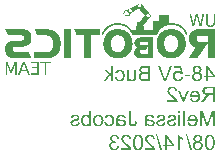
<source format=gbo>
G04*
G04 #@! TF.GenerationSoftware,Altium Limited,Altium Designer,24.5.2 (23)*
G04*
G04 Layer_Color=32896*
%FSLAX25Y25*%
%MOIN*%
G70*
G04*
G04 #@! TF.SameCoordinates,31380466-C734-4E74-93B1-4E6A1FEF37DE*
G04*
G04*
G04 #@! TF.FilePolarity,Positive*
G04*
G01*
G75*
G36*
X155321Y127783D02*
X152418D01*
Y120202D01*
X150004D01*
Y127783D01*
X147582D01*
Y127793D01*
X147573D01*
Y127811D01*
X147564D01*
Y127830D01*
X147554D01*
Y127857D01*
X147545D01*
Y127876D01*
X147536D01*
Y127894D01*
X147527D01*
Y127913D01*
X147517D01*
Y127931D01*
X147508D01*
Y127950D01*
X147499D01*
Y127968D01*
X147490D01*
Y127987D01*
X147480D01*
Y128014D01*
X147471D01*
Y128033D01*
X147462D01*
Y128051D01*
X147453D01*
Y128070D01*
X147443D01*
Y128088D01*
X147434D01*
Y128107D01*
X147425D01*
Y128125D01*
X147416D01*
Y128144D01*
X147406D01*
Y128172D01*
X147397D01*
Y128190D01*
X147388D01*
Y128209D01*
X147379D01*
Y128227D01*
X147369D01*
Y128246D01*
X147360D01*
Y128264D01*
X147351D01*
Y128282D01*
X147342D01*
Y128301D01*
X147332D01*
Y128329D01*
X147323D01*
Y128347D01*
X147314D01*
Y128366D01*
X147305D01*
Y128384D01*
X147295D01*
Y128403D01*
X147286D01*
Y128421D01*
X147277D01*
Y128440D01*
X147268D01*
Y128468D01*
X147258D01*
Y128486D01*
X147249D01*
Y128504D01*
X147240D01*
Y128523D01*
X147231D01*
Y128541D01*
X147222D01*
Y128560D01*
X147212D01*
Y128578D01*
X147203D01*
Y128597D01*
X147194D01*
Y128625D01*
X147185D01*
Y128643D01*
X147175D01*
Y128662D01*
X147166D01*
Y128680D01*
X147157D01*
Y128699D01*
X147148D01*
Y128717D01*
X147138D01*
Y128736D01*
X147129D01*
Y128754D01*
X147120D01*
Y128782D01*
X147110D01*
Y128800D01*
X147101D01*
Y128819D01*
X147092D01*
Y128837D01*
X147083D01*
Y128856D01*
X147073D01*
Y128874D01*
X147064D01*
Y128893D01*
X147055D01*
Y128911D01*
X147046D01*
Y128939D01*
X147037D01*
Y128957D01*
X147027D01*
Y128976D01*
X147018D01*
Y128995D01*
X147009D01*
Y129013D01*
X147000D01*
Y129032D01*
X146990D01*
Y129050D01*
X146981D01*
Y129078D01*
X146972D01*
Y129096D01*
X146963D01*
Y129115D01*
X146953D01*
Y129133D01*
X146944D01*
Y129152D01*
X146935D01*
Y129170D01*
X146926D01*
Y129189D01*
X146916D01*
Y129207D01*
X146907D01*
Y129235D01*
X146898D01*
Y129253D01*
X146889D01*
Y129272D01*
X146879D01*
Y129290D01*
X146870D01*
Y129309D01*
X146861D01*
Y129327D01*
X146852D01*
Y129346D01*
X146842D01*
Y129364D01*
X146833D01*
Y129392D01*
X146824D01*
Y129411D01*
X146815D01*
Y129429D01*
X146805D01*
Y129447D01*
X146796D01*
Y129466D01*
X146787D01*
Y129484D01*
X146778D01*
Y129503D01*
X146768D01*
Y129522D01*
X146759D01*
Y129549D01*
X146750D01*
Y129568D01*
X146741D01*
Y129586D01*
X146731D01*
Y129605D01*
X146722D01*
Y129623D01*
X146713D01*
Y129642D01*
X146704D01*
Y129660D01*
X146694D01*
Y129688D01*
X146685D01*
Y129706D01*
X146676D01*
Y129725D01*
X146667D01*
Y129743D01*
X146657D01*
Y129762D01*
X146648D01*
Y129780D01*
X146639D01*
Y129799D01*
X146630D01*
Y129817D01*
X146621D01*
Y129845D01*
X146611D01*
Y129864D01*
X155321D01*
Y127783D01*
D02*
G37*
G36*
X145585Y120202D02*
X143163D01*
Y127071D01*
Y127081D01*
Y129873D01*
X145585D01*
Y120202D01*
D02*
G37*
G36*
X137828Y129864D02*
X137902D01*
Y129854D01*
X137976D01*
Y129845D01*
X138040D01*
Y129836D01*
X138105D01*
Y129827D01*
X138161D01*
Y129817D01*
X138216D01*
Y129808D01*
X138271D01*
Y129799D01*
X138327D01*
Y129790D01*
X138373D01*
Y129780D01*
X138419D01*
Y129771D01*
X138466D01*
Y129762D01*
X138512D01*
Y129753D01*
X138558D01*
Y129743D01*
X138604D01*
Y129734D01*
X138641D01*
Y129725D01*
X138678D01*
Y129716D01*
X138725D01*
Y129706D01*
X138761D01*
Y129697D01*
X138798D01*
Y129688D01*
X138826D01*
Y129679D01*
X138863D01*
Y129669D01*
X138900D01*
Y129660D01*
X138937D01*
Y129651D01*
X138965D01*
Y129642D01*
X139002D01*
Y129632D01*
X139030D01*
Y129623D01*
X139057D01*
Y129614D01*
X139094D01*
Y129605D01*
X139122D01*
Y129595D01*
X139150D01*
Y129586D01*
X139178D01*
Y129577D01*
X139205D01*
Y129568D01*
X139233D01*
Y129559D01*
X139261D01*
Y129549D01*
X139288D01*
Y129540D01*
X139316D01*
Y129531D01*
X139344D01*
Y129522D01*
X139363D01*
Y129512D01*
X139390D01*
Y129503D01*
X139418D01*
Y129494D01*
X139436D01*
Y129484D01*
X139464D01*
Y129475D01*
X139492D01*
Y129466D01*
X139510D01*
Y129457D01*
X139538D01*
Y129447D01*
X139557D01*
Y129438D01*
X139575D01*
Y129429D01*
X139603D01*
Y129420D01*
X139621D01*
Y129411D01*
X139640D01*
Y129401D01*
X139668D01*
Y129392D01*
X139686D01*
Y129383D01*
X139705D01*
Y129374D01*
X139723D01*
Y129364D01*
X139751D01*
Y129355D01*
X139769D01*
Y129346D01*
X139788D01*
Y129337D01*
X139806D01*
Y129327D01*
X139825D01*
Y129318D01*
X139843D01*
Y129309D01*
X139862D01*
Y129300D01*
X139880D01*
Y129290D01*
X139899D01*
Y129281D01*
X139917D01*
Y129272D01*
X139936D01*
Y129263D01*
X139954D01*
Y129253D01*
X139973D01*
Y129244D01*
X139991D01*
Y129235D01*
X140010D01*
Y129226D01*
X140019D01*
Y129216D01*
X140037D01*
Y129207D01*
X140056D01*
Y129198D01*
X140074D01*
Y129189D01*
X140093D01*
Y129179D01*
X140102D01*
Y129170D01*
X140121D01*
Y129161D01*
X140139D01*
Y129152D01*
X140148D01*
Y129142D01*
X140167D01*
Y129133D01*
X140185D01*
Y129124D01*
X140195D01*
Y129115D01*
X140213D01*
Y129105D01*
X140232D01*
Y129096D01*
X140241D01*
Y129087D01*
X140259D01*
Y129078D01*
X140269D01*
Y129068D01*
X140287D01*
Y129059D01*
X140296D01*
Y129050D01*
X140315D01*
Y129041D01*
X140324D01*
Y129032D01*
X140342D01*
Y129022D01*
X140352D01*
Y129013D01*
X140370D01*
Y129004D01*
X140380D01*
Y128995D01*
X140398D01*
Y128985D01*
X140407D01*
Y128976D01*
X140426D01*
Y128967D01*
X140435D01*
Y128957D01*
X140444D01*
Y128948D01*
X140463D01*
Y128939D01*
X140472D01*
Y128930D01*
X140481D01*
Y128920D01*
X140500D01*
Y128911D01*
X140509D01*
Y128902D01*
X140518D01*
Y128893D01*
X140537D01*
Y128884D01*
X140546D01*
Y128874D01*
X140555D01*
Y128865D01*
X140574D01*
Y128856D01*
X140583D01*
Y128847D01*
X140592D01*
Y128837D01*
X140601D01*
Y128828D01*
X140620D01*
Y128819D01*
X140629D01*
Y128810D01*
X140638D01*
Y128800D01*
X140648D01*
Y128791D01*
X140666D01*
Y128782D01*
X140675D01*
Y128773D01*
X140685D01*
Y128763D01*
X140694D01*
Y128754D01*
X140703D01*
Y128745D01*
X140712D01*
Y128736D01*
X140731D01*
Y128726D01*
X140740D01*
Y128717D01*
X140749D01*
Y128708D01*
X140759D01*
Y128699D01*
X140768D01*
Y128689D01*
X140777D01*
Y128680D01*
X140786D01*
Y128671D01*
X140796D01*
Y128662D01*
X140805D01*
Y128652D01*
X140823D01*
Y128643D01*
X140833D01*
Y128634D01*
X140842D01*
Y128625D01*
X140851D01*
Y128615D01*
X140860D01*
Y128606D01*
X140869D01*
Y128597D01*
X140879D01*
Y128588D01*
X140888D01*
Y128578D01*
X140897D01*
Y128569D01*
X140907D01*
Y128560D01*
X140916D01*
Y128551D01*
X140925D01*
Y128541D01*
X140934D01*
Y128532D01*
X140944D01*
Y128523D01*
X140953D01*
Y128514D01*
X140962D01*
Y128504D01*
X140971D01*
Y128495D01*
X140981D01*
Y128486D01*
X140990D01*
Y128477D01*
X140999D01*
Y128458D01*
X141008D01*
Y128449D01*
X141017D01*
Y128440D01*
X141027D01*
Y128430D01*
X141036D01*
Y128421D01*
X141045D01*
Y128412D01*
X141054D01*
Y128403D01*
X141064D01*
Y128393D01*
X141073D01*
Y128384D01*
X141082D01*
Y128366D01*
X141091D01*
Y128357D01*
X141101D01*
Y128347D01*
X141110D01*
Y128338D01*
X141119D01*
Y128329D01*
X141128D01*
Y128320D01*
X141138D01*
Y128301D01*
X141147D01*
Y128292D01*
X141156D01*
Y128282D01*
X141165D01*
Y128273D01*
X141175D01*
Y128255D01*
X141184D01*
Y128246D01*
X141193D01*
Y128236D01*
X141202D01*
Y128227D01*
X141212D01*
Y128209D01*
X141221D01*
Y128199D01*
X141230D01*
Y128190D01*
X141239D01*
Y128172D01*
X141249D01*
Y128162D01*
X141258D01*
Y128153D01*
X141267D01*
Y128135D01*
X141276D01*
Y128125D01*
X141286D01*
Y128116D01*
X141295D01*
Y128098D01*
X141304D01*
Y128088D01*
X141313D01*
Y128070D01*
X141323D01*
Y128061D01*
X141332D01*
Y128051D01*
X141341D01*
Y128033D01*
X141350D01*
Y128024D01*
X141360D01*
Y128005D01*
X141369D01*
Y127996D01*
X141378D01*
Y127977D01*
X141387D01*
Y127968D01*
X141397D01*
Y127950D01*
X141406D01*
Y127931D01*
X141415D01*
Y127922D01*
X141424D01*
Y127903D01*
X141434D01*
Y127894D01*
X141443D01*
Y127876D01*
X141452D01*
Y127857D01*
X141461D01*
Y127848D01*
X141471D01*
Y127830D01*
X141480D01*
Y127811D01*
X141489D01*
Y127802D01*
X141498D01*
Y127783D01*
X141507D01*
Y127765D01*
X141517D01*
Y127746D01*
X141526D01*
Y127737D01*
X141535D01*
Y127718D01*
X141544D01*
Y127700D01*
X141554D01*
Y127682D01*
X141563D01*
Y127663D01*
X141572D01*
Y127645D01*
X141581D01*
Y127626D01*
X141591D01*
Y127608D01*
X141600D01*
Y127589D01*
X141609D01*
Y127571D01*
X141619D01*
Y127552D01*
X141628D01*
Y127534D01*
X141637D01*
Y127515D01*
X141646D01*
Y127497D01*
X141655D01*
Y127478D01*
X141665D01*
Y127460D01*
X141674D01*
Y127441D01*
X141683D01*
Y127413D01*
X141692D01*
Y127395D01*
X141702D01*
Y127376D01*
X141711D01*
Y127349D01*
X141720D01*
Y127330D01*
X141729D01*
Y127312D01*
X141739D01*
Y127284D01*
X141748D01*
Y127266D01*
X141757D01*
Y127238D01*
X141766D01*
Y127210D01*
X141776D01*
Y127191D01*
X141785D01*
Y127164D01*
X141794D01*
Y127136D01*
X141803D01*
Y127118D01*
X141813D01*
Y127090D01*
X141822D01*
Y127062D01*
X141831D01*
Y127034D01*
X141840D01*
Y127007D01*
X141850D01*
Y126979D01*
X141859D01*
Y126951D01*
X141868D01*
Y126923D01*
X141877D01*
Y126886D01*
X141887D01*
Y126859D01*
X141896D01*
Y126831D01*
X141905D01*
Y126794D01*
X141914D01*
Y126757D01*
X141924D01*
Y126729D01*
X141933D01*
Y126692D01*
X141942D01*
Y126655D01*
X141951D01*
Y126618D01*
X141961D01*
Y126581D01*
X141970D01*
Y126535D01*
X141979D01*
Y126498D01*
X141988D01*
Y126452D01*
X141998D01*
Y126406D01*
X142007D01*
Y126359D01*
X142016D01*
Y126313D01*
X142025D01*
Y126258D01*
X142034D01*
Y126212D01*
X142044D01*
Y126147D01*
X142053D01*
Y126091D01*
X142062D01*
Y126017D01*
X142071D01*
Y125953D01*
X142081D01*
Y125869D01*
X142090D01*
Y125777D01*
X142099D01*
Y125675D01*
X142109D01*
Y125555D01*
X142118D01*
Y125379D01*
X142127D01*
Y124686D01*
X142118D01*
Y124501D01*
X142109D01*
Y124372D01*
X142099D01*
Y124261D01*
X142090D01*
Y124168D01*
X142081D01*
Y124085D01*
X142071D01*
Y124011D01*
X142062D01*
Y123937D01*
X142053D01*
Y123872D01*
X142044D01*
Y123817D01*
X142034D01*
Y123761D01*
X142025D01*
Y123706D01*
X142016D01*
Y123650D01*
X142007D01*
Y123604D01*
X141998D01*
Y123558D01*
X141988D01*
Y123512D01*
X141979D01*
Y123475D01*
X141970D01*
Y123428D01*
X141961D01*
Y123391D01*
X141951D01*
Y123345D01*
X141942D01*
Y123308D01*
X141933D01*
Y123271D01*
X141924D01*
Y123244D01*
X141914D01*
Y123207D01*
X141905D01*
Y123170D01*
X141896D01*
Y123142D01*
X141887D01*
Y123105D01*
X141877D01*
Y123077D01*
X141868D01*
Y123049D01*
X141859D01*
Y123012D01*
X141850D01*
Y122985D01*
X141840D01*
Y122957D01*
X141831D01*
Y122929D01*
X141822D01*
Y122901D01*
X141813D01*
Y122874D01*
X141803D01*
Y122846D01*
X141794D01*
Y122818D01*
X141785D01*
Y122800D01*
X141776D01*
Y122772D01*
X141766D01*
Y122744D01*
X141757D01*
Y122726D01*
X141748D01*
Y122698D01*
X141739D01*
Y122679D01*
X141729D01*
Y122652D01*
X141720D01*
Y122633D01*
X141711D01*
Y122606D01*
X141702D01*
Y122587D01*
X141692D01*
Y122569D01*
X141683D01*
Y122541D01*
X141674D01*
Y122522D01*
X141665D01*
Y122504D01*
X141655D01*
Y122476D01*
X141646D01*
Y122458D01*
X141637D01*
Y122439D01*
X141628D01*
Y122421D01*
X141619D01*
Y122402D01*
X141609D01*
Y122384D01*
X141600D01*
Y122365D01*
X141591D01*
Y122347D01*
X141581D01*
Y122328D01*
X141572D01*
Y122310D01*
X141563D01*
Y122291D01*
X141554D01*
Y122273D01*
X141544D01*
Y122254D01*
X141535D01*
Y122236D01*
X141526D01*
Y122227D01*
X141517D01*
Y122208D01*
X141507D01*
Y122189D01*
X141498D01*
Y122171D01*
X141489D01*
Y122152D01*
X141480D01*
Y122143D01*
X141471D01*
Y122125D01*
X141461D01*
Y122106D01*
X141452D01*
Y122097D01*
X141443D01*
Y122079D01*
X141434D01*
Y122060D01*
X141424D01*
Y122051D01*
X141415D01*
Y122032D01*
X141406D01*
Y122014D01*
X141397D01*
Y122005D01*
X141387D01*
Y121986D01*
X141378D01*
Y121977D01*
X141369D01*
Y121958D01*
X141360D01*
Y121949D01*
X141350D01*
Y121931D01*
X141341D01*
Y121921D01*
X141332D01*
Y121903D01*
X141323D01*
Y121894D01*
X141313D01*
Y121875D01*
X141304D01*
Y121866D01*
X141295D01*
Y121847D01*
X141286D01*
Y121838D01*
X141276D01*
Y121829D01*
X141267D01*
Y121810D01*
X141258D01*
Y121801D01*
X141249D01*
Y121792D01*
X141239D01*
Y121774D01*
X141230D01*
Y121764D01*
X141221D01*
Y121755D01*
X141212D01*
Y121737D01*
X141202D01*
Y121727D01*
X141193D01*
Y121718D01*
X141184D01*
Y121700D01*
X141175D01*
Y121690D01*
X141165D01*
Y121681D01*
X141156D01*
Y121672D01*
X141147D01*
Y121653D01*
X141138D01*
Y121644D01*
X141128D01*
Y121635D01*
X141119D01*
Y121625D01*
X141110D01*
Y121616D01*
X141101D01*
Y121598D01*
X141091D01*
Y121589D01*
X141082D01*
Y121579D01*
X141073D01*
Y121570D01*
X141064D01*
Y121561D01*
X141054D01*
Y121552D01*
X141045D01*
Y121542D01*
X141036D01*
Y121524D01*
X141027D01*
Y121515D01*
X141017D01*
Y121505D01*
X141008D01*
Y121496D01*
X140999D01*
Y121487D01*
X140990D01*
Y121478D01*
X140981D01*
Y121468D01*
X140971D01*
Y121459D01*
X140962D01*
Y121450D01*
X140953D01*
Y121441D01*
X140944D01*
Y121431D01*
X140934D01*
Y121422D01*
X140925D01*
Y121413D01*
X140916D01*
Y121404D01*
X140907D01*
Y121394D01*
X140897D01*
Y121385D01*
X140888D01*
Y121376D01*
X140879D01*
Y121367D01*
X140869D01*
Y121357D01*
X140860D01*
Y121348D01*
X140851D01*
Y121339D01*
X140842D01*
Y121330D01*
X140833D01*
Y121320D01*
X140823D01*
Y121311D01*
X140814D01*
Y121302D01*
X140805D01*
Y121293D01*
X140796D01*
Y121283D01*
X140786D01*
Y121274D01*
X140777D01*
Y121265D01*
X140759D01*
Y121256D01*
X140749D01*
Y121246D01*
X140740D01*
Y121237D01*
X140731D01*
Y121228D01*
X140722D01*
Y121219D01*
X140712D01*
Y121210D01*
X140703D01*
Y121200D01*
X140685D01*
Y121191D01*
X140675D01*
Y121182D01*
X140666D01*
Y121172D01*
X140657D01*
Y121163D01*
X140648D01*
Y121154D01*
X140629D01*
Y121145D01*
X140620D01*
Y121135D01*
X140611D01*
Y121126D01*
X140601D01*
Y121117D01*
X140583D01*
Y121108D01*
X140574D01*
Y121098D01*
X140564D01*
Y121089D01*
X140555D01*
Y121080D01*
X140537D01*
Y121071D01*
X140527D01*
Y121062D01*
X140518D01*
Y121052D01*
X140500D01*
Y121043D01*
X140490D01*
Y121034D01*
X140472D01*
Y121025D01*
X140463D01*
Y121015D01*
X140454D01*
Y121006D01*
X140435D01*
Y120997D01*
X140426D01*
Y120988D01*
X140407D01*
Y120978D01*
X140398D01*
Y120969D01*
X140380D01*
Y120960D01*
X140370D01*
Y120951D01*
X140361D01*
Y120941D01*
X140342D01*
Y120932D01*
X140324D01*
Y120923D01*
X140315D01*
Y120914D01*
X140296D01*
Y120904D01*
X140287D01*
Y120895D01*
X140269D01*
Y120886D01*
X140259D01*
Y120877D01*
X140241D01*
Y120867D01*
X140222D01*
Y120858D01*
X140213D01*
Y120849D01*
X140195D01*
Y120840D01*
X140176D01*
Y120830D01*
X140167D01*
Y120821D01*
X140148D01*
Y120812D01*
X140130D01*
Y120803D01*
X140111D01*
Y120793D01*
X140102D01*
Y120784D01*
X140084D01*
Y120775D01*
X140065D01*
Y120766D01*
X140047D01*
Y120756D01*
X140028D01*
Y120747D01*
X140019D01*
Y120738D01*
X140000D01*
Y120729D01*
X139982D01*
Y120719D01*
X139963D01*
Y120710D01*
X139945D01*
Y120701D01*
X139927D01*
Y120692D01*
X139908D01*
Y120682D01*
X139890D01*
Y120673D01*
X139871D01*
Y120664D01*
X139843D01*
Y120655D01*
X139825D01*
Y120645D01*
X139806D01*
Y120636D01*
X139788D01*
Y120627D01*
X139769D01*
Y120618D01*
X139742D01*
Y120608D01*
X139723D01*
Y120599D01*
X139705D01*
Y120590D01*
X139677D01*
Y120581D01*
X139658D01*
Y120571D01*
X139640D01*
Y120562D01*
X139612D01*
Y120553D01*
X139594D01*
Y120544D01*
X139566D01*
Y120535D01*
X139547D01*
Y120525D01*
X139520D01*
Y120516D01*
X139492D01*
Y120507D01*
X139464D01*
Y120498D01*
X139446D01*
Y120488D01*
X139418D01*
Y120479D01*
X139390D01*
Y120470D01*
X139363D01*
Y120460D01*
X139335D01*
Y120451D01*
X139307D01*
Y120442D01*
X139279D01*
Y120433D01*
X139251D01*
Y120424D01*
X139224D01*
Y120414D01*
X139187D01*
Y120405D01*
X139159D01*
Y120396D01*
X139122D01*
Y120387D01*
X139094D01*
Y120377D01*
X139057D01*
Y120368D01*
X139030D01*
Y120359D01*
X138993D01*
Y120350D01*
X138956D01*
Y120340D01*
X138919D01*
Y120331D01*
X138882D01*
Y120322D01*
X138835D01*
Y120313D01*
X138798D01*
Y120303D01*
X138752D01*
Y120294D01*
X138715D01*
Y120285D01*
X138669D01*
Y120276D01*
X138623D01*
Y120266D01*
X138567D01*
Y120257D01*
X138521D01*
Y120248D01*
X138466D01*
Y120239D01*
X138410D01*
Y120229D01*
X138345D01*
Y120220D01*
X138281D01*
Y120211D01*
X138216D01*
Y120202D01*
X133408D01*
Y122301D01*
X137902D01*
Y122310D01*
X138022D01*
Y122319D01*
X138086D01*
Y122328D01*
X138142D01*
Y122337D01*
X138198D01*
Y122347D01*
X138234D01*
Y122356D01*
X138271D01*
Y122365D01*
X138308D01*
Y122374D01*
X138336D01*
Y122384D01*
X138364D01*
Y122393D01*
X138392D01*
Y122402D01*
X138419D01*
Y122411D01*
X138438D01*
Y122421D01*
X138466D01*
Y122430D01*
X138484D01*
Y122439D01*
X138503D01*
Y122448D01*
X138521D01*
Y122458D01*
X138549D01*
Y122467D01*
X138567D01*
Y122476D01*
X138577D01*
Y122485D01*
X138595D01*
Y122495D01*
X138614D01*
Y122504D01*
X138632D01*
Y122513D01*
X138651D01*
Y122522D01*
X138660D01*
Y122532D01*
X138678D01*
Y122541D01*
X138688D01*
Y122550D01*
X138706D01*
Y122559D01*
X138715D01*
Y122569D01*
X138734D01*
Y122578D01*
X138743D01*
Y122587D01*
X138761D01*
Y122596D01*
X138771D01*
Y122606D01*
X138780D01*
Y122615D01*
X138798D01*
Y122624D01*
X138808D01*
Y122633D01*
X138817D01*
Y122643D01*
X138826D01*
Y122652D01*
X138835D01*
Y122661D01*
X138854D01*
Y122670D01*
X138863D01*
Y122679D01*
X138872D01*
Y122689D01*
X138882D01*
Y122698D01*
X138891D01*
Y122707D01*
X138900D01*
Y122716D01*
X138909D01*
Y122726D01*
X138919D01*
Y122735D01*
X138928D01*
Y122744D01*
X138937D01*
Y122754D01*
X138946D01*
Y122763D01*
X138956D01*
Y122772D01*
X138965D01*
Y122781D01*
X138974D01*
Y122791D01*
X138983D01*
Y122800D01*
X138993D01*
Y122818D01*
X139002D01*
Y122827D01*
X139011D01*
Y122837D01*
X139020D01*
Y122846D01*
X139030D01*
Y122855D01*
X139039D01*
Y122874D01*
X139048D01*
Y122883D01*
X139057D01*
Y122892D01*
X139067D01*
Y122911D01*
X139076D01*
Y122920D01*
X139085D01*
Y122929D01*
X139094D01*
Y122948D01*
X139104D01*
Y122957D01*
X139113D01*
Y122975D01*
X139122D01*
Y122985D01*
X139131D01*
Y123003D01*
X139141D01*
Y123012D01*
X139150D01*
Y123031D01*
X139159D01*
Y123049D01*
X139168D01*
Y123059D01*
X139178D01*
Y123077D01*
X139187D01*
Y123096D01*
X139196D01*
Y123105D01*
X139205D01*
Y123123D01*
X139215D01*
Y123142D01*
X139224D01*
Y123160D01*
X139233D01*
Y123179D01*
X139242D01*
Y123197D01*
X139251D01*
Y123216D01*
X139261D01*
Y123234D01*
X139270D01*
Y123253D01*
X139279D01*
Y123271D01*
X139288D01*
Y123299D01*
X139298D01*
Y123318D01*
X139307D01*
Y123336D01*
X139316D01*
Y123364D01*
X139325D01*
Y123382D01*
X139335D01*
Y123410D01*
X139344D01*
Y123428D01*
X139353D01*
Y123456D01*
X139363D01*
Y123484D01*
X139372D01*
Y123512D01*
X139381D01*
Y123539D01*
X139390D01*
Y123567D01*
X139400D01*
Y123595D01*
X139409D01*
Y123632D01*
X139418D01*
Y123660D01*
X139427D01*
Y123697D01*
X139436D01*
Y123734D01*
X139446D01*
Y123761D01*
X139455D01*
Y123808D01*
X139464D01*
Y123845D01*
X139473D01*
Y123881D01*
X139483D01*
Y123928D01*
X139492D01*
Y123974D01*
X139501D01*
Y124029D01*
X139510D01*
Y124085D01*
X139520D01*
Y124140D01*
X139529D01*
Y124205D01*
X139538D01*
Y124270D01*
X139547D01*
Y124353D01*
X139557D01*
Y124445D01*
X139566D01*
Y124547D01*
X139575D01*
Y124695D01*
X139584D01*
Y124926D01*
X139594D01*
Y125167D01*
X139584D01*
Y125379D01*
X139575D01*
Y125509D01*
X139566D01*
Y125601D01*
X139557D01*
Y125694D01*
X139547D01*
Y125758D01*
X139538D01*
Y125832D01*
X139529D01*
Y125888D01*
X139520D01*
Y125943D01*
X139510D01*
Y125999D01*
X139501D01*
Y126045D01*
X139492D01*
Y126091D01*
X139483D01*
Y126128D01*
X139473D01*
Y126165D01*
X139464D01*
Y126212D01*
X139455D01*
Y126249D01*
X139446D01*
Y126276D01*
X139436D01*
Y126313D01*
X139427D01*
Y126341D01*
X139418D01*
Y126378D01*
X139409D01*
Y126406D01*
X139400D01*
Y126433D01*
X139390D01*
Y126461D01*
X139381D01*
Y126489D01*
X139372D01*
Y126517D01*
X139363D01*
Y126535D01*
X139353D01*
Y126563D01*
X139344D01*
Y126591D01*
X139335D01*
Y126609D01*
X139325D01*
Y126637D01*
X139316D01*
Y126655D01*
X139307D01*
Y126674D01*
X139298D01*
Y126692D01*
X139288D01*
Y126720D01*
X139279D01*
Y126739D01*
X139270D01*
Y126757D01*
X139261D01*
Y126776D01*
X139251D01*
Y126794D01*
X139242D01*
Y126812D01*
X139233D01*
Y126831D01*
X139224D01*
Y126849D01*
X139215D01*
Y126859D01*
X139205D01*
Y126877D01*
X139196D01*
Y126896D01*
X139187D01*
Y126914D01*
X139178D01*
Y126923D01*
X139168D01*
Y126942D01*
X139159D01*
Y126960D01*
X139150D01*
Y126970D01*
X139141D01*
Y126988D01*
X139131D01*
Y126997D01*
X139122D01*
Y127016D01*
X139113D01*
Y127025D01*
X139104D01*
Y127044D01*
X139094D01*
Y127053D01*
X139085D01*
Y127071D01*
X139076D01*
Y127081D01*
X139067D01*
Y127090D01*
X139057D01*
Y127108D01*
X139048D01*
Y127118D01*
X139039D01*
Y127127D01*
X139030D01*
Y127136D01*
X139020D01*
Y127155D01*
X139011D01*
Y127164D01*
X139002D01*
Y127173D01*
X138993D01*
Y127182D01*
X138983D01*
Y127191D01*
X138974D01*
Y127201D01*
X138965D01*
Y127219D01*
X138956D01*
Y127228D01*
X138946D01*
Y127238D01*
X138937D01*
Y127247D01*
X138928D01*
Y127256D01*
X138919D01*
Y127266D01*
X138909D01*
Y127275D01*
X138900D01*
Y127284D01*
X138891D01*
Y127293D01*
X138882D01*
Y127303D01*
X138872D01*
Y127312D01*
X138863D01*
Y127321D01*
X138854D01*
Y127330D01*
X138845D01*
Y127339D01*
X138826D01*
Y127349D01*
X138817D01*
Y127358D01*
X138808D01*
Y127367D01*
X138798D01*
Y127376D01*
X138789D01*
Y127386D01*
X138780D01*
Y127395D01*
X138761D01*
Y127404D01*
X138752D01*
Y127413D01*
X138743D01*
Y127423D01*
X138725D01*
Y127432D01*
X138715D01*
Y127441D01*
X138706D01*
Y127450D01*
X138688D01*
Y127460D01*
X138678D01*
Y127469D01*
X138660D01*
Y127478D01*
X138651D01*
Y127487D01*
X138632D01*
Y127497D01*
X138623D01*
Y127506D01*
X138604D01*
Y127515D01*
X138586D01*
Y127524D01*
X138577D01*
Y127534D01*
X138558D01*
Y127543D01*
X138540D01*
Y127552D01*
X138521D01*
Y127561D01*
X138503D01*
Y127571D01*
X138484D01*
Y127580D01*
X138466D01*
Y127589D01*
X138447D01*
Y127598D01*
X138429D01*
Y127608D01*
X138410D01*
Y127617D01*
X138392D01*
Y127626D01*
X138364D01*
Y127635D01*
X138345D01*
Y127645D01*
X138318D01*
Y127654D01*
X138299D01*
Y127663D01*
X138271D01*
Y127672D01*
X138244D01*
Y127682D01*
X138216D01*
Y127691D01*
X138179D01*
Y127700D01*
X138151D01*
Y127709D01*
X138114D01*
Y127718D01*
X138068D01*
Y127728D01*
X138031D01*
Y127737D01*
X137985D01*
Y127746D01*
X137929D01*
Y127755D01*
X137865D01*
Y127765D01*
X137781D01*
Y127774D01*
X137634D01*
Y127783D01*
X134388D01*
Y127793D01*
X134379D01*
Y127811D01*
X134370D01*
Y127830D01*
X134360D01*
Y127857D01*
X134351D01*
Y127876D01*
X134342D01*
Y127894D01*
X134333D01*
Y127913D01*
X134324D01*
Y127931D01*
X134314D01*
Y127950D01*
X134305D01*
Y127968D01*
X134296D01*
Y127996D01*
X134286D01*
Y128014D01*
X134277D01*
Y128033D01*
X134268D01*
Y128051D01*
X134259D01*
Y128070D01*
X134249D01*
Y128088D01*
X134240D01*
Y128107D01*
X134231D01*
Y128135D01*
X134222D01*
Y128153D01*
X134213D01*
Y128172D01*
X134203D01*
Y128190D01*
X134194D01*
Y128209D01*
X134185D01*
Y128227D01*
X134176D01*
Y128246D01*
X134166D01*
Y128264D01*
X134157D01*
Y128292D01*
X134148D01*
Y128310D01*
X134139D01*
Y128329D01*
X134129D01*
Y128347D01*
X134120D01*
Y128366D01*
X134111D01*
Y128384D01*
X134102D01*
Y128403D01*
X134092D01*
Y128430D01*
X134083D01*
Y128449D01*
X134074D01*
Y128468D01*
X134065D01*
Y128486D01*
X134055D01*
Y128504D01*
X134046D01*
Y128523D01*
X134037D01*
Y128541D01*
X134028D01*
Y128569D01*
X134018D01*
Y128588D01*
X134009D01*
Y128606D01*
X134000D01*
Y128625D01*
X133991D01*
Y128643D01*
X133981D01*
Y128662D01*
X133972D01*
Y128680D01*
X133963D01*
Y128708D01*
X133954D01*
Y128726D01*
X133944D01*
Y128745D01*
X133935D01*
Y128763D01*
X133926D01*
Y128782D01*
X133917D01*
Y128800D01*
X133907D01*
Y128819D01*
X133898D01*
Y128847D01*
X133889D01*
Y128865D01*
X133880D01*
Y128884D01*
X133870D01*
Y128902D01*
X133861D01*
Y128920D01*
X133852D01*
Y128939D01*
X133843D01*
Y128957D01*
X133833D01*
Y128976D01*
X133824D01*
Y129004D01*
X133815D01*
Y129022D01*
X133806D01*
Y129041D01*
X133797D01*
Y129059D01*
X133787D01*
Y129078D01*
X133778D01*
Y129096D01*
X133769D01*
Y129115D01*
X133759D01*
Y129142D01*
X133750D01*
Y129161D01*
X133741D01*
Y129179D01*
X133732D01*
Y129198D01*
X133722D01*
Y129216D01*
X133713D01*
Y129235D01*
X133704D01*
Y129253D01*
X133695D01*
Y129281D01*
X133686D01*
Y129300D01*
X133676D01*
Y129318D01*
X133667D01*
Y129337D01*
X133658D01*
Y129355D01*
X133649D01*
Y129374D01*
X133639D01*
Y129392D01*
X133630D01*
Y129420D01*
X133621D01*
Y129438D01*
X133612D01*
Y129457D01*
X133602D01*
Y129475D01*
X133593D01*
Y129494D01*
X133584D01*
Y129512D01*
X133575D01*
Y129531D01*
X133565D01*
Y129549D01*
X133556D01*
Y129577D01*
X133547D01*
Y129595D01*
X133538D01*
Y129614D01*
X133528D01*
Y129632D01*
X133519D01*
Y129651D01*
X133510D01*
Y129669D01*
X133501D01*
Y129688D01*
X133491D01*
Y129716D01*
X133482D01*
Y129734D01*
X133473D01*
Y129753D01*
X133464D01*
Y129771D01*
X133454D01*
Y129790D01*
X133445D01*
Y129808D01*
X133436D01*
Y129827D01*
X133427D01*
Y129854D01*
X133417D01*
Y129873D01*
X137828D01*
Y129864D01*
D02*
G37*
G36*
X129867Y129854D02*
X129932D01*
Y129845D01*
X129996D01*
Y129836D01*
X130052D01*
Y129827D01*
X130098D01*
Y129817D01*
X130154D01*
Y129808D01*
X130200D01*
Y129799D01*
X130237D01*
Y129790D01*
X130283D01*
Y129780D01*
X130320D01*
Y129771D01*
X130357D01*
Y129762D01*
X130394D01*
Y129753D01*
X130431D01*
Y129743D01*
X130459D01*
Y129734D01*
X130496D01*
Y129725D01*
X130523D01*
Y129716D01*
X130551D01*
Y129706D01*
X130579D01*
Y129697D01*
X130616D01*
Y129688D01*
X130644D01*
Y129679D01*
X130662D01*
Y129669D01*
X130690D01*
Y129660D01*
X130718D01*
Y129651D01*
X130745D01*
Y129642D01*
X130764D01*
Y129632D01*
X130792D01*
Y129623D01*
X130810D01*
Y129614D01*
X130838D01*
Y129605D01*
X130856D01*
Y129595D01*
X130884D01*
Y129586D01*
X130903D01*
Y129577D01*
X130921D01*
Y129568D01*
X130939D01*
Y129559D01*
X130967D01*
Y129549D01*
X130986D01*
Y129540D01*
X131004D01*
Y129531D01*
X131023D01*
Y129522D01*
X131041D01*
Y129512D01*
X131060D01*
Y129503D01*
X131078D01*
Y129494D01*
X131087D01*
Y129484D01*
X131106D01*
Y129475D01*
X131124D01*
Y129466D01*
X131143D01*
Y129457D01*
X131161D01*
Y129447D01*
X131171D01*
Y129438D01*
X131189D01*
Y129429D01*
X131208D01*
Y129420D01*
X131217D01*
Y129411D01*
X131235D01*
Y129401D01*
X131245D01*
Y129392D01*
X131263D01*
Y129383D01*
X131282D01*
Y129374D01*
X131291D01*
Y129364D01*
X131309D01*
Y129355D01*
X131319D01*
Y129346D01*
X131337D01*
Y129337D01*
X131346D01*
Y129327D01*
X131356D01*
Y129318D01*
X131374D01*
Y129309D01*
X131383D01*
Y129300D01*
X131393D01*
Y129290D01*
X131411D01*
Y129281D01*
X131420D01*
Y129272D01*
X131430D01*
Y129263D01*
X131448D01*
Y129253D01*
X131457D01*
Y129244D01*
X131466D01*
Y129235D01*
X131476D01*
Y129226D01*
X131494D01*
Y129216D01*
X131503D01*
Y129207D01*
X131513D01*
Y129198D01*
X131522D01*
Y129189D01*
X131531D01*
Y129179D01*
X131550D01*
Y129170D01*
X131559D01*
Y129161D01*
X131568D01*
Y129152D01*
X131577D01*
Y129142D01*
X131587D01*
Y129133D01*
X131596D01*
Y129124D01*
X131605D01*
Y129115D01*
X131614D01*
Y129105D01*
X131624D01*
Y129096D01*
X131633D01*
Y129087D01*
X131642D01*
Y129078D01*
X131651D01*
Y129068D01*
X131661D01*
Y129059D01*
X131670D01*
Y129050D01*
X131679D01*
Y129041D01*
X131688D01*
Y129032D01*
X131698D01*
Y129022D01*
X131707D01*
Y129013D01*
X131716D01*
Y129004D01*
X131725D01*
Y128995D01*
X131735D01*
Y128985D01*
X131744D01*
Y128967D01*
X131753D01*
Y128957D01*
X131762D01*
Y128948D01*
X131772D01*
Y128939D01*
X131781D01*
Y128930D01*
X131790D01*
Y128911D01*
X131799D01*
Y128902D01*
X131809D01*
Y128893D01*
X131818D01*
Y128884D01*
X131827D01*
Y128865D01*
X131836D01*
Y128856D01*
X131846D01*
Y128847D01*
X131855D01*
Y128828D01*
X131864D01*
Y128819D01*
X131873D01*
Y128810D01*
X131883D01*
Y128791D01*
X131892D01*
Y128782D01*
X131901D01*
Y128763D01*
X131910D01*
Y128754D01*
X131920D01*
Y128745D01*
X131929D01*
Y128726D01*
X131938D01*
Y128708D01*
X131947D01*
Y128699D01*
X131957D01*
Y128680D01*
X131966D01*
Y128671D01*
X131975D01*
Y128652D01*
X131984D01*
Y128634D01*
X131993D01*
Y128625D01*
X132003D01*
Y128606D01*
X132012D01*
Y128588D01*
X132021D01*
Y128569D01*
X132030D01*
Y128560D01*
X132040D01*
Y128541D01*
X132049D01*
Y128523D01*
X132058D01*
Y128504D01*
X132068D01*
Y128486D01*
X132077D01*
Y128468D01*
X132086D01*
Y128449D01*
X132095D01*
Y128421D01*
X132105D01*
Y128403D01*
X132114D01*
Y128384D01*
X132123D01*
Y128366D01*
X132132D01*
Y128338D01*
X132141D01*
Y128320D01*
X132151D01*
Y128292D01*
X132160D01*
Y128273D01*
X132169D01*
Y128246D01*
X132178D01*
Y128227D01*
X132188D01*
Y128199D01*
X132197D01*
Y128172D01*
X132206D01*
Y128144D01*
X132215D01*
Y128116D01*
X132225D01*
Y128088D01*
X132234D01*
Y128051D01*
X132243D01*
Y128024D01*
X132252D01*
Y127987D01*
X132262D01*
Y127959D01*
X132271D01*
Y127922D01*
X132280D01*
Y127885D01*
X132289D01*
Y127839D01*
X132299D01*
Y127802D01*
X132308D01*
Y127755D01*
X132317D01*
Y127700D01*
X132326D01*
Y127645D01*
X132336D01*
Y127589D01*
X132345D01*
Y127515D01*
X132354D01*
Y127441D01*
X132363D01*
Y127339D01*
X132373D01*
Y127210D01*
X132382D01*
Y126535D01*
X132373D01*
Y126415D01*
X132363D01*
Y126332D01*
X132354D01*
Y126258D01*
X132345D01*
Y126202D01*
X132336D01*
Y126147D01*
X132326D01*
Y126101D01*
X132317D01*
Y126054D01*
X132308D01*
Y126017D01*
X132299D01*
Y125980D01*
X132289D01*
Y125943D01*
X132280D01*
Y125906D01*
X132271D01*
Y125879D01*
X132262D01*
Y125842D01*
X132252D01*
Y125814D01*
X132243D01*
Y125786D01*
X132234D01*
Y125758D01*
X132225D01*
Y125731D01*
X132215D01*
Y125712D01*
X132206D01*
Y125684D01*
X132197D01*
Y125657D01*
X132188D01*
Y125638D01*
X132178D01*
Y125610D01*
X132169D01*
Y125592D01*
X132160D01*
Y125574D01*
X132151D01*
Y125555D01*
X132141D01*
Y125527D01*
X132132D01*
Y125509D01*
X132123D01*
Y125490D01*
X132114D01*
Y125472D01*
X132105D01*
Y125453D01*
X132095D01*
Y125435D01*
X132086D01*
Y125426D01*
X132077D01*
Y125407D01*
X132068D01*
Y125389D01*
X132058D01*
Y125370D01*
X132049D01*
Y125352D01*
X132040D01*
Y125342D01*
X132030D01*
Y125324D01*
X132021D01*
Y125315D01*
X132012D01*
Y125296D01*
X132003D01*
Y125278D01*
X131993D01*
Y125268D01*
X131984D01*
Y125250D01*
X131975D01*
Y125241D01*
X131966D01*
Y125222D01*
X131957D01*
Y125213D01*
X131947D01*
Y125194D01*
X131938D01*
Y125185D01*
X131929D01*
Y125176D01*
X131920D01*
Y125157D01*
X131910D01*
Y125148D01*
X131901D01*
Y125139D01*
X131892D01*
Y125120D01*
X131883D01*
Y125111D01*
X131873D01*
Y125102D01*
X131864D01*
Y125093D01*
X131855D01*
Y125074D01*
X131846D01*
Y125065D01*
X131836D01*
Y125056D01*
X131827D01*
Y125047D01*
X131818D01*
Y125037D01*
X131809D01*
Y125028D01*
X131799D01*
Y125010D01*
X131790D01*
Y125000D01*
X131781D01*
Y124991D01*
X131772D01*
Y124982D01*
X131762D01*
Y124972D01*
X131753D01*
Y124963D01*
X131744D01*
Y124954D01*
X131735D01*
Y124945D01*
X131725D01*
Y124935D01*
X131716D01*
Y124926D01*
X131707D01*
Y124917D01*
X131698D01*
Y124908D01*
X131688D01*
Y124899D01*
X131679D01*
Y124889D01*
X131670D01*
Y124880D01*
X131661D01*
Y124871D01*
X131651D01*
Y124862D01*
X131642D01*
Y124852D01*
X131633D01*
Y124843D01*
X131624D01*
Y124834D01*
X131614D01*
Y124825D01*
X131596D01*
Y124815D01*
X131587D01*
Y124806D01*
X131577D01*
Y124797D01*
X131568D01*
Y124788D01*
X131559D01*
Y124778D01*
X131550D01*
Y124769D01*
X131531D01*
Y124760D01*
X131522D01*
Y124751D01*
X131513D01*
Y124741D01*
X131503D01*
Y124732D01*
X131485D01*
Y124723D01*
X131476D01*
Y124714D01*
X131466D01*
Y124704D01*
X131448D01*
Y124695D01*
X131439D01*
Y124686D01*
X131430D01*
Y124677D01*
X131411D01*
Y124667D01*
X131402D01*
Y124658D01*
X131383D01*
Y124649D01*
X131374D01*
Y124640D01*
X131365D01*
Y124630D01*
X131346D01*
Y124621D01*
X131337D01*
Y124612D01*
X131319D01*
Y124603D01*
X131309D01*
Y124593D01*
X131291D01*
Y124584D01*
X131272D01*
Y124575D01*
X131263D01*
Y124566D01*
X131245D01*
Y124557D01*
X131235D01*
Y124547D01*
X131217D01*
Y124538D01*
X131198D01*
Y124529D01*
X131180D01*
Y124520D01*
X131171D01*
Y124510D01*
X131152D01*
Y124501D01*
X131134D01*
Y124492D01*
X131115D01*
Y124483D01*
X131097D01*
Y124473D01*
X131087D01*
Y124464D01*
X131069D01*
Y124455D01*
X131050D01*
Y124445D01*
X131032D01*
Y124436D01*
X131013D01*
Y124427D01*
X130995D01*
Y124418D01*
X130967D01*
Y124408D01*
X130949D01*
Y124399D01*
X130930D01*
Y124390D01*
X130912D01*
Y124381D01*
X130893D01*
Y124372D01*
X130866D01*
Y124362D01*
X130847D01*
Y124353D01*
X130828D01*
Y124344D01*
X130801D01*
Y124335D01*
X130782D01*
Y124325D01*
X130755D01*
Y124316D01*
X130736D01*
Y124307D01*
X130708D01*
Y124298D01*
X130681D01*
Y124288D01*
X130662D01*
Y124279D01*
X130634D01*
Y124270D01*
X130607D01*
Y124261D01*
X130579D01*
Y124251D01*
X130551D01*
Y124242D01*
X130523D01*
Y124233D01*
X130496D01*
Y124224D01*
X130459D01*
Y124214D01*
X130431D01*
Y124205D01*
X130403D01*
Y124196D01*
X130366D01*
Y124187D01*
X130339D01*
Y124177D01*
X130301D01*
Y124168D01*
X130264D01*
Y124159D01*
X130227D01*
Y124150D01*
X130191D01*
Y124140D01*
X130154D01*
Y124131D01*
X130107D01*
Y124122D01*
X130070D01*
Y124113D01*
X130024D01*
Y124103D01*
X129978D01*
Y124094D01*
X129932D01*
Y124085D01*
X129885D01*
Y124076D01*
X129830D01*
Y124066D01*
X126853D01*
Y124057D01*
X126807D01*
Y124048D01*
X126770D01*
Y124039D01*
X126733D01*
Y124029D01*
X126705D01*
Y124020D01*
X126668D01*
Y124011D01*
X126640D01*
Y124002D01*
X126622D01*
Y123993D01*
X126594D01*
Y123983D01*
X126575D01*
Y123974D01*
X126557D01*
Y123965D01*
X126529D01*
Y123956D01*
X126511D01*
Y123946D01*
X126502D01*
Y123937D01*
X126483D01*
Y123928D01*
X126464D01*
Y123918D01*
X126446D01*
Y123909D01*
X126437D01*
Y123900D01*
X126418D01*
Y123891D01*
X126409D01*
Y123881D01*
X126391D01*
Y123872D01*
X126381D01*
Y123863D01*
X126372D01*
Y123854D01*
X126354D01*
Y123845D01*
X126344D01*
Y123835D01*
X126335D01*
Y123826D01*
X126326D01*
Y123817D01*
X126317D01*
Y123808D01*
X126307D01*
Y123798D01*
X126298D01*
Y123789D01*
X126289D01*
Y123780D01*
X126280D01*
Y123771D01*
X126270D01*
Y123761D01*
X126261D01*
Y123743D01*
X126252D01*
Y123734D01*
X126243D01*
Y123724D01*
X126233D01*
Y123706D01*
X126224D01*
Y123697D01*
X126215D01*
Y123678D01*
X126206D01*
Y123660D01*
X126196D01*
Y123650D01*
X126187D01*
Y123632D01*
X126178D01*
Y123613D01*
X126169D01*
Y123586D01*
X126159D01*
Y123567D01*
X126150D01*
Y123539D01*
X126141D01*
Y123512D01*
X126132D01*
Y123484D01*
X126122D01*
Y123438D01*
X126113D01*
Y123382D01*
X126104D01*
Y123281D01*
X126095D01*
Y123160D01*
X126104D01*
Y123040D01*
X126113D01*
Y122985D01*
X126122D01*
Y122929D01*
X126132D01*
Y122892D01*
X126141D01*
Y122864D01*
X126150D01*
Y122827D01*
X126159D01*
Y122800D01*
X126169D01*
Y122781D01*
X126178D01*
Y122763D01*
X126187D01*
Y122735D01*
X126196D01*
Y122716D01*
X126206D01*
Y122698D01*
X126215D01*
Y122689D01*
X126224D01*
Y122670D01*
X126233D01*
Y122652D01*
X126243D01*
Y122643D01*
X126252D01*
Y122624D01*
X126261D01*
Y122615D01*
X126270D01*
Y122596D01*
X126280D01*
Y122587D01*
X126289D01*
Y122578D01*
X126298D01*
Y122569D01*
X126307D01*
Y122559D01*
X126317D01*
Y122541D01*
X126326D01*
Y122532D01*
X126335D01*
Y122522D01*
X126344D01*
Y122513D01*
X126354D01*
Y122504D01*
X126372D01*
Y122495D01*
X126381D01*
Y122485D01*
X126391D01*
Y122476D01*
X126400D01*
Y122467D01*
X126418D01*
Y122458D01*
X126427D01*
Y122448D01*
X126437D01*
Y122439D01*
X126455D01*
Y122430D01*
X126464D01*
Y122421D01*
X126483D01*
Y122411D01*
X126502D01*
Y122402D01*
X126520D01*
Y122393D01*
X126538D01*
Y122384D01*
X126557D01*
Y122374D01*
X126575D01*
Y122365D01*
X126594D01*
Y122356D01*
X126622D01*
Y122347D01*
X126640D01*
Y122337D01*
X126668D01*
Y122328D01*
X126705D01*
Y122319D01*
X126733D01*
Y122310D01*
X126779D01*
Y122301D01*
X126825D01*
Y122291D01*
X131430D01*
Y122273D01*
X131439D01*
Y122254D01*
X131448D01*
Y122236D01*
X131457D01*
Y122208D01*
X131466D01*
Y122189D01*
X131476D01*
Y122171D01*
X131485D01*
Y122152D01*
X131494D01*
Y122134D01*
X131503D01*
Y122116D01*
X131513D01*
Y122088D01*
X131522D01*
Y122069D01*
X131531D01*
Y122051D01*
X131541D01*
Y122032D01*
X131550D01*
Y122014D01*
X131559D01*
Y121986D01*
X131568D01*
Y121968D01*
X131577D01*
Y121949D01*
X131587D01*
Y121931D01*
X131596D01*
Y121912D01*
X131605D01*
Y121894D01*
X131614D01*
Y121866D01*
X131624D01*
Y121847D01*
X131633D01*
Y121829D01*
X131642D01*
Y121810D01*
X131651D01*
Y121792D01*
X131661D01*
Y121764D01*
X131670D01*
Y121746D01*
X131679D01*
Y121727D01*
X131688D01*
Y121709D01*
X131698D01*
Y121690D01*
X131707D01*
Y121672D01*
X131716D01*
Y121644D01*
X131725D01*
Y121625D01*
X131735D01*
Y121607D01*
X131744D01*
Y121589D01*
X131753D01*
Y121570D01*
X131762D01*
Y121542D01*
X131772D01*
Y121524D01*
X131781D01*
Y121505D01*
X131790D01*
Y121487D01*
X131799D01*
Y121468D01*
X131809D01*
Y121450D01*
X131818D01*
Y121422D01*
X131827D01*
Y121404D01*
X131836D01*
Y121385D01*
X131846D01*
Y121367D01*
X131855D01*
Y121348D01*
X131864D01*
Y121320D01*
X131873D01*
Y121302D01*
X131883D01*
Y121283D01*
X131892D01*
Y121265D01*
X131901D01*
Y121246D01*
X131910D01*
Y121228D01*
X131920D01*
Y121200D01*
X131929D01*
Y121182D01*
X131938D01*
Y121163D01*
X131947D01*
Y121145D01*
X131957D01*
Y121126D01*
X131966D01*
Y121098D01*
X131975D01*
Y121080D01*
X131984D01*
Y121062D01*
X131993D01*
Y121043D01*
X132003D01*
Y121025D01*
X132012D01*
Y121006D01*
X132021D01*
Y120978D01*
X132030D01*
Y120960D01*
X132040D01*
Y120941D01*
X132049D01*
Y120923D01*
X132058D01*
Y120904D01*
X132068D01*
Y120877D01*
X132077D01*
Y120858D01*
X132086D01*
Y120840D01*
X132095D01*
Y120821D01*
X132105D01*
Y120803D01*
X132114D01*
Y120784D01*
X132123D01*
Y120756D01*
X132132D01*
Y120738D01*
X132141D01*
Y120719D01*
X132151D01*
Y120701D01*
X132160D01*
Y120682D01*
X132169D01*
Y120655D01*
X132178D01*
Y120636D01*
X132188D01*
Y120618D01*
X132197D01*
Y120599D01*
X132206D01*
Y120581D01*
X132215D01*
Y120562D01*
X132225D01*
Y120535D01*
X132234D01*
Y120516D01*
X132243D01*
Y120498D01*
X132252D01*
Y120479D01*
X132262D01*
Y120460D01*
X132271D01*
Y120433D01*
X132280D01*
Y120414D01*
X132289D01*
Y120396D01*
X132299D01*
Y120377D01*
X132308D01*
Y120359D01*
X132317D01*
Y120340D01*
X132326D01*
Y120313D01*
X132336D01*
Y120294D01*
X132345D01*
Y120276D01*
X132354D01*
Y120257D01*
X132363D01*
Y120239D01*
X132373D01*
Y120211D01*
X132382D01*
Y120202D01*
X126187D01*
Y120211D01*
X126122D01*
Y120220D01*
X126067D01*
Y120229D01*
X126011D01*
Y120239D01*
X125956D01*
Y120248D01*
X125910D01*
Y120257D01*
X125864D01*
Y120266D01*
X125817D01*
Y120276D01*
X125780D01*
Y120285D01*
X125743D01*
Y120294D01*
X125706D01*
Y120303D01*
X125669D01*
Y120313D01*
X125632D01*
Y120322D01*
X125605D01*
Y120331D01*
X125568D01*
Y120340D01*
X125540D01*
Y120350D01*
X125512D01*
Y120359D01*
X125484D01*
Y120368D01*
X125457D01*
Y120377D01*
X125429D01*
Y120387D01*
X125401D01*
Y120396D01*
X125373D01*
Y120405D01*
X125346D01*
Y120414D01*
X125327D01*
Y120424D01*
X125300D01*
Y120433D01*
X125281D01*
Y120442D01*
X125253D01*
Y120451D01*
X125235D01*
Y120460D01*
X125207D01*
Y120470D01*
X125189D01*
Y120479D01*
X125170D01*
Y120488D01*
X125152D01*
Y120498D01*
X125133D01*
Y120507D01*
X125105D01*
Y120516D01*
X125087D01*
Y120525D01*
X125068D01*
Y120535D01*
X125050D01*
Y120544D01*
X125031D01*
Y120553D01*
X125022D01*
Y120562D01*
X125004D01*
Y120571D01*
X124985D01*
Y120581D01*
X124967D01*
Y120590D01*
X124948D01*
Y120599D01*
X124930D01*
Y120608D01*
X124920D01*
Y120618D01*
X124902D01*
Y120627D01*
X124883D01*
Y120636D01*
X124874D01*
Y120645D01*
X124856D01*
Y120655D01*
X124846D01*
Y120664D01*
X124828D01*
Y120673D01*
X124810D01*
Y120682D01*
X124800D01*
Y120692D01*
X124782D01*
Y120701D01*
X124773D01*
Y120710D01*
X124763D01*
Y120719D01*
X124745D01*
Y120729D01*
X124735D01*
Y120738D01*
X124717D01*
Y120747D01*
X124708D01*
Y120756D01*
X124698D01*
Y120766D01*
X124680D01*
Y120775D01*
X124671D01*
Y120784D01*
X124662D01*
Y120793D01*
X124643D01*
Y120803D01*
X124634D01*
Y120812D01*
X124625D01*
Y120821D01*
X124615D01*
Y120830D01*
X124606D01*
Y120840D01*
X124588D01*
Y120849D01*
X124578D01*
Y120858D01*
X124569D01*
Y120867D01*
X124560D01*
Y120877D01*
X124551D01*
Y120886D01*
X124541D01*
Y120895D01*
X124523D01*
Y120904D01*
X124514D01*
Y120914D01*
X124504D01*
Y120923D01*
X124495D01*
Y120932D01*
X124486D01*
Y120941D01*
X124477D01*
Y120951D01*
X124467D01*
Y120960D01*
X124458D01*
Y120969D01*
X124449D01*
Y120978D01*
X124440D01*
Y120988D01*
X124430D01*
Y120997D01*
X124421D01*
Y121006D01*
X124412D01*
Y121015D01*
X124403D01*
Y121025D01*
X124393D01*
Y121034D01*
X124384D01*
Y121043D01*
X124375D01*
Y121052D01*
X124366D01*
Y121071D01*
X124356D01*
Y121080D01*
X124347D01*
Y121089D01*
X124338D01*
Y121098D01*
X124329D01*
Y121108D01*
X124320D01*
Y121117D01*
X124310D01*
Y121135D01*
X124301D01*
Y121145D01*
X124292D01*
Y121154D01*
X124283D01*
Y121163D01*
X124273D01*
Y121182D01*
X124264D01*
Y121191D01*
X124255D01*
Y121200D01*
X124246D01*
Y121210D01*
X124236D01*
Y121228D01*
X124227D01*
Y121237D01*
X124218D01*
Y121256D01*
X124208D01*
Y121265D01*
X124199D01*
Y121274D01*
X124190D01*
Y121293D01*
X124181D01*
Y121302D01*
X124171D01*
Y121320D01*
X124162D01*
Y121330D01*
X124153D01*
Y121348D01*
X124144D01*
Y121357D01*
X124135D01*
Y121376D01*
X124125D01*
Y121394D01*
X124116D01*
Y121404D01*
X124107D01*
Y121422D01*
X124098D01*
Y121441D01*
X124088D01*
Y121450D01*
X124079D01*
Y121468D01*
X124070D01*
Y121487D01*
X124061D01*
Y121505D01*
X124051D01*
Y121524D01*
X124042D01*
Y121533D01*
X124033D01*
Y121552D01*
X124024D01*
Y121570D01*
X124014D01*
Y121589D01*
X124005D01*
Y121607D01*
X123996D01*
Y121625D01*
X123987D01*
Y121653D01*
X123977D01*
Y121672D01*
X123968D01*
Y121690D01*
X123959D01*
Y121709D01*
X123950D01*
Y121737D01*
X123940D01*
Y121755D01*
X123931D01*
Y121783D01*
X123922D01*
Y121801D01*
X123913D01*
Y121829D01*
X123903D01*
Y121857D01*
X123894D01*
Y121875D01*
X123885D01*
Y121903D01*
X123876D01*
Y121931D01*
X123866D01*
Y121958D01*
X123857D01*
Y121986D01*
X123848D01*
Y122023D01*
X123839D01*
Y122051D01*
X123829D01*
Y122088D01*
X123820D01*
Y122116D01*
X123811D01*
Y122152D01*
X123802D01*
Y122189D01*
X123792D01*
Y122227D01*
X123783D01*
Y122273D01*
X123774D01*
Y122310D01*
X123765D01*
Y122365D01*
X123755D01*
Y122411D01*
X123746D01*
Y122467D01*
X123737D01*
Y122522D01*
X123728D01*
Y122596D01*
X123719D01*
Y122670D01*
X123709D01*
Y122763D01*
X123700D01*
Y122883D01*
X123691D01*
Y123123D01*
X123681D01*
Y123484D01*
X123691D01*
Y123678D01*
X123700D01*
Y123780D01*
X123709D01*
Y123863D01*
X123719D01*
Y123928D01*
X123728D01*
Y123983D01*
X123737D01*
Y124029D01*
X123746D01*
Y124085D01*
X123755D01*
Y124122D01*
X123765D01*
Y124159D01*
X123774D01*
Y124196D01*
X123783D01*
Y124233D01*
X123792D01*
Y124270D01*
X123802D01*
Y124298D01*
X123811D01*
Y124335D01*
X123820D01*
Y124362D01*
X123829D01*
Y124390D01*
X123839D01*
Y124418D01*
X123848D01*
Y124436D01*
X123857D01*
Y124464D01*
X123866D01*
Y124492D01*
X123876D01*
Y124510D01*
X123885D01*
Y124538D01*
X123894D01*
Y124557D01*
X123903D01*
Y124584D01*
X123913D01*
Y124603D01*
X123922D01*
Y124621D01*
X123931D01*
Y124640D01*
X123940D01*
Y124658D01*
X123950D01*
Y124677D01*
X123959D01*
Y124695D01*
X123968D01*
Y124714D01*
X123977D01*
Y124732D01*
X123987D01*
Y124751D01*
X123996D01*
Y124769D01*
X124005D01*
Y124788D01*
X124014D01*
Y124797D01*
X124024D01*
Y124815D01*
X124033D01*
Y124834D01*
X124042D01*
Y124843D01*
X124051D01*
Y124862D01*
X124061D01*
Y124880D01*
X124070D01*
Y124889D01*
X124079D01*
Y124908D01*
X124088D01*
Y124917D01*
X124098D01*
Y124935D01*
X124107D01*
Y124945D01*
X124116D01*
Y124963D01*
X124125D01*
Y124972D01*
X124135D01*
Y124982D01*
X124144D01*
Y125000D01*
X124153D01*
Y125010D01*
X124162D01*
Y125019D01*
X124171D01*
Y125037D01*
X124181D01*
Y125047D01*
X124190D01*
Y125056D01*
X124199D01*
Y125074D01*
X124208D01*
Y125083D01*
X124218D01*
Y125093D01*
X124227D01*
Y125102D01*
X124236D01*
Y125111D01*
X124246D01*
Y125130D01*
X124255D01*
Y125139D01*
X124264D01*
Y125148D01*
X124273D01*
Y125157D01*
X124283D01*
Y125167D01*
X124292D01*
Y125176D01*
X124301D01*
Y125185D01*
X124310D01*
Y125194D01*
X124320D01*
Y125204D01*
X124329D01*
Y125222D01*
X124338D01*
Y125231D01*
X124347D01*
Y125241D01*
X124356D01*
Y125250D01*
X124366D01*
Y125259D01*
X124375D01*
Y125268D01*
X124384D01*
Y125278D01*
X124393D01*
Y125287D01*
X124412D01*
Y125296D01*
X124421D01*
Y125305D01*
X124430D01*
Y125315D01*
X124440D01*
Y125324D01*
X124449D01*
Y125333D01*
X124458D01*
Y125342D01*
X124467D01*
Y125352D01*
X124477D01*
Y125361D01*
X124486D01*
Y125370D01*
X124504D01*
Y125379D01*
X124514D01*
Y125389D01*
X124523D01*
Y125398D01*
X124532D01*
Y125407D01*
X124541D01*
Y125416D01*
X124560D01*
Y125426D01*
X124569D01*
Y125435D01*
X124578D01*
Y125444D01*
X124588D01*
Y125453D01*
X124606D01*
Y125463D01*
X124615D01*
Y125472D01*
X124625D01*
Y125481D01*
X124643D01*
Y125490D01*
X124652D01*
Y125499D01*
X124662D01*
Y125509D01*
X124680D01*
Y125518D01*
X124689D01*
Y125527D01*
X124708D01*
Y125537D01*
X124717D01*
Y125546D01*
X124735D01*
Y125555D01*
X124745D01*
Y125564D01*
X124763D01*
Y125574D01*
X124773D01*
Y125583D01*
X124791D01*
Y125592D01*
X124800D01*
Y125601D01*
X124819D01*
Y125610D01*
X124837D01*
Y125620D01*
X124846D01*
Y125629D01*
X124865D01*
Y125638D01*
X124883D01*
Y125647D01*
X124902D01*
Y125657D01*
X124911D01*
Y125666D01*
X124930D01*
Y125675D01*
X124948D01*
Y125684D01*
X124967D01*
Y125694D01*
X124985D01*
Y125703D01*
X125004D01*
Y125712D01*
X125013D01*
Y125721D01*
X125031D01*
Y125731D01*
X125050D01*
Y125740D01*
X125078D01*
Y125749D01*
X125096D01*
Y125758D01*
X125115D01*
Y125768D01*
X125133D01*
Y125777D01*
X125152D01*
Y125786D01*
X125170D01*
Y125795D01*
X125198D01*
Y125805D01*
X125216D01*
Y125814D01*
X125235D01*
Y125823D01*
X125262D01*
Y125832D01*
X125281D01*
Y125842D01*
X125309D01*
Y125851D01*
X125327D01*
Y125860D01*
X125355D01*
Y125869D01*
X125383D01*
Y125879D01*
X125401D01*
Y125888D01*
X125429D01*
Y125897D01*
X125457D01*
Y125906D01*
X125484D01*
Y125916D01*
X125512D01*
Y125925D01*
X125540D01*
Y125934D01*
X125568D01*
Y125943D01*
X125595D01*
Y125953D01*
X125623D01*
Y125962D01*
X125660D01*
Y125971D01*
X125688D01*
Y125980D01*
X125725D01*
Y125990D01*
X125753D01*
Y125999D01*
X125789D01*
Y126008D01*
X125827D01*
Y126017D01*
X125864D01*
Y126026D01*
X125900D01*
Y126036D01*
X125947D01*
Y126045D01*
X125984D01*
Y126054D01*
X126030D01*
Y126064D01*
X126076D01*
Y126073D01*
X126122D01*
Y126082D01*
X126169D01*
Y126091D01*
X126224D01*
Y126101D01*
X129201D01*
Y126110D01*
X129266D01*
Y126119D01*
X129322D01*
Y126128D01*
X129358D01*
Y126137D01*
X129405D01*
Y126147D01*
X129432D01*
Y126156D01*
X129460D01*
Y126165D01*
X129488D01*
Y126174D01*
X129516D01*
Y126184D01*
X129534D01*
Y126193D01*
X129562D01*
Y126202D01*
X129580D01*
Y126212D01*
X129599D01*
Y126221D01*
X129617D01*
Y126230D01*
X129627D01*
Y126239D01*
X129645D01*
Y126249D01*
X129664D01*
Y126258D01*
X129673D01*
Y126267D01*
X129691D01*
Y126276D01*
X129701D01*
Y126285D01*
X129710D01*
Y126295D01*
X129728D01*
Y126304D01*
X129737D01*
Y126313D01*
X129747D01*
Y126322D01*
X129756D01*
Y126332D01*
X129765D01*
Y126341D01*
X129774D01*
Y126350D01*
X129784D01*
Y126359D01*
X129793D01*
Y126369D01*
X129802D01*
Y126378D01*
X129812D01*
Y126387D01*
X129821D01*
Y126406D01*
X129830D01*
Y126415D01*
X129839D01*
Y126424D01*
X129849D01*
Y126443D01*
X129858D01*
Y126452D01*
X129867D01*
Y126470D01*
X129876D01*
Y126489D01*
X129885D01*
Y126507D01*
X129895D01*
Y126526D01*
X129904D01*
Y126544D01*
X129913D01*
Y126563D01*
X129922D01*
Y126591D01*
X129932D01*
Y126618D01*
X129941D01*
Y126655D01*
X129950D01*
Y126701D01*
X129959D01*
Y126766D01*
X129969D01*
Y127062D01*
X129959D01*
Y127136D01*
X129950D01*
Y127182D01*
X129941D01*
Y127228D01*
X129932D01*
Y127256D01*
X129922D01*
Y127284D01*
X129913D01*
Y127312D01*
X129904D01*
Y127339D01*
X129895D01*
Y127358D01*
X129885D01*
Y127376D01*
X129876D01*
Y127395D01*
X129867D01*
Y127413D01*
X129858D01*
Y127432D01*
X129849D01*
Y127441D01*
X129839D01*
Y127460D01*
X129830D01*
Y127469D01*
X129821D01*
Y127487D01*
X129812D01*
Y127497D01*
X129802D01*
Y127506D01*
X129793D01*
Y127524D01*
X129784D01*
Y127534D01*
X129774D01*
Y127543D01*
X129765D01*
Y127552D01*
X129756D01*
Y127561D01*
X129747D01*
Y127571D01*
X129737D01*
Y127580D01*
X129728D01*
Y127589D01*
X129719D01*
Y127598D01*
X129710D01*
Y127608D01*
X129691D01*
Y127617D01*
X129682D01*
Y127626D01*
X129673D01*
Y127635D01*
X129654D01*
Y127645D01*
X129645D01*
Y127654D01*
X129627D01*
Y127663D01*
X129608D01*
Y127672D01*
X129599D01*
Y127682D01*
X129580D01*
Y127691D01*
X129562D01*
Y127700D01*
X129543D01*
Y127709D01*
X129516D01*
Y127718D01*
X129497D01*
Y127728D01*
X129469D01*
Y127737D01*
X129442D01*
Y127746D01*
X129414D01*
Y127755D01*
X129377D01*
Y127765D01*
X129331D01*
Y127774D01*
X129285D01*
Y127783D01*
X124652D01*
Y127793D01*
X124643D01*
Y127811D01*
X124634D01*
Y127830D01*
X124625D01*
Y127857D01*
X124615D01*
Y127876D01*
X124606D01*
Y127894D01*
X124597D01*
Y127913D01*
X124588D01*
Y127931D01*
X124578D01*
Y127950D01*
X124569D01*
Y127968D01*
X124560D01*
Y127987D01*
X124551D01*
Y128014D01*
X124541D01*
Y128033D01*
X124532D01*
Y128051D01*
X124523D01*
Y128070D01*
X124514D01*
Y128088D01*
X124504D01*
Y128107D01*
X124495D01*
Y128125D01*
X124486D01*
Y128144D01*
X124477D01*
Y128172D01*
X124467D01*
Y128190D01*
X124458D01*
Y128209D01*
X124449D01*
Y128227D01*
X124440D01*
Y128246D01*
X124430D01*
Y128264D01*
X124421D01*
Y128282D01*
X124412D01*
Y128301D01*
X124403D01*
Y128329D01*
X124393D01*
Y128347D01*
X124384D01*
Y128366D01*
X124375D01*
Y128384D01*
X124366D01*
Y128403D01*
X124356D01*
Y128421D01*
X124347D01*
Y128440D01*
X124338D01*
Y128468D01*
X124329D01*
Y128486D01*
X124320D01*
Y128504D01*
X124310D01*
Y128523D01*
X124301D01*
Y128541D01*
X124292D01*
Y128560D01*
X124283D01*
Y128578D01*
X124273D01*
Y128597D01*
X124264D01*
Y128625D01*
X124255D01*
Y128643D01*
X124246D01*
Y128662D01*
X124236D01*
Y128680D01*
X124227D01*
Y128699D01*
X124218D01*
Y128717D01*
X124208D01*
Y128736D01*
X124199D01*
Y128754D01*
X124190D01*
Y128782D01*
X124181D01*
Y128800D01*
X124171D01*
Y128819D01*
X124162D01*
Y128837D01*
X124153D01*
Y128856D01*
X124144D01*
Y128874D01*
X124135D01*
Y128893D01*
X124125D01*
Y128911D01*
X124116D01*
Y128939D01*
X124107D01*
Y128957D01*
X124098D01*
Y128976D01*
X124088D01*
Y128995D01*
X124079D01*
Y129013D01*
X124070D01*
Y129032D01*
X124061D01*
Y129050D01*
X124051D01*
Y129078D01*
X124042D01*
Y129096D01*
X124033D01*
Y129115D01*
X124024D01*
Y129133D01*
X124014D01*
Y129152D01*
X124005D01*
Y129170D01*
X123996D01*
Y129189D01*
X123987D01*
Y129207D01*
X123977D01*
Y129235D01*
X123968D01*
Y129253D01*
X123959D01*
Y129272D01*
X123950D01*
Y129290D01*
X123940D01*
Y129309D01*
X123931D01*
Y129327D01*
X123922D01*
Y129346D01*
X123913D01*
Y129364D01*
X123903D01*
Y129392D01*
X123894D01*
Y129411D01*
X123885D01*
Y129429D01*
X123876D01*
Y129447D01*
X123866D01*
Y129466D01*
X123857D01*
Y129484D01*
X123848D01*
Y129503D01*
X123839D01*
Y129522D01*
X123829D01*
Y129549D01*
X123820D01*
Y129568D01*
X123811D01*
Y129586D01*
X123802D01*
Y129605D01*
X123792D01*
Y129623D01*
X123783D01*
Y129642D01*
X123774D01*
Y129660D01*
X123765D01*
Y129688D01*
X123755D01*
Y129706D01*
X123746D01*
Y129725D01*
X123737D01*
Y129743D01*
X123728D01*
Y129762D01*
X123719D01*
Y129780D01*
X123709D01*
Y129799D01*
X123700D01*
Y129817D01*
X123691D01*
Y129845D01*
X123681D01*
Y129864D01*
X129867D01*
Y129854D01*
D02*
G37*
G36*
X127435Y115311D02*
Y115301D01*
Y114756D01*
X126954D01*
Y117372D01*
X126964D01*
Y117853D01*
X126973D01*
Y118029D01*
X126954D01*
Y118001D01*
X126945D01*
Y117983D01*
X126936D01*
Y117955D01*
X126927D01*
Y117927D01*
X126918D01*
Y117909D01*
X126908D01*
Y117881D01*
X126899D01*
Y117853D01*
X126890D01*
Y117825D01*
X126881D01*
Y117807D01*
X126871D01*
Y117779D01*
X126862D01*
Y117752D01*
X126853D01*
Y117724D01*
X126844D01*
Y117705D01*
X126834D01*
Y117677D01*
X126825D01*
Y117650D01*
X126816D01*
Y117622D01*
X126807D01*
Y117604D01*
X126797D01*
Y117576D01*
X126788D01*
Y117548D01*
X126779D01*
Y117520D01*
X126770D01*
Y117502D01*
X126760D01*
Y117474D01*
X126751D01*
Y117446D01*
X126742D01*
Y117428D01*
X126733D01*
Y117400D01*
X126723D01*
Y117372D01*
X126714D01*
Y117345D01*
X126705D01*
Y117326D01*
X126696D01*
Y117298D01*
X126686D01*
Y117280D01*
X126677D01*
Y117262D01*
X126668D01*
Y117234D01*
X126659D01*
Y117215D01*
X126649D01*
Y117197D01*
X126640D01*
Y117169D01*
X126631D01*
Y117150D01*
X126622D01*
Y117132D01*
X126612D01*
Y117113D01*
X126603D01*
Y117086D01*
X126594D01*
Y117067D01*
X126585D01*
Y117049D01*
X126575D01*
Y117021D01*
X126566D01*
Y117003D01*
X126557D01*
Y116984D01*
X126548D01*
Y116956D01*
X126538D01*
Y116938D01*
X126529D01*
Y116919D01*
X126520D01*
Y116892D01*
X126511D01*
Y116873D01*
X126502D01*
Y116855D01*
X126492D01*
Y116827D01*
X126483D01*
Y116808D01*
X126474D01*
Y116790D01*
X126464D01*
Y116762D01*
X126455D01*
Y116744D01*
X126446D01*
Y116725D01*
X126437D01*
Y116698D01*
X126427D01*
Y116679D01*
X126418D01*
Y116660D01*
X126409D01*
Y116633D01*
X126400D01*
Y116614D01*
X126391D01*
Y116596D01*
X126381D01*
Y116568D01*
X126372D01*
Y116550D01*
X126363D01*
Y116531D01*
X126354D01*
Y116503D01*
X126344D01*
Y116485D01*
X126335D01*
Y116466D01*
X126326D01*
Y116448D01*
X126317D01*
Y116420D01*
X126307D01*
Y116402D01*
X126298D01*
Y116383D01*
X126289D01*
Y116355D01*
X126280D01*
Y116337D01*
X126270D01*
Y116318D01*
X126261D01*
Y116291D01*
X126252D01*
Y116272D01*
X126243D01*
Y116254D01*
X126233D01*
Y116226D01*
X126224D01*
Y116207D01*
X126215D01*
Y116189D01*
X126206D01*
Y116161D01*
X126196D01*
Y116143D01*
X126187D01*
Y116124D01*
X126178D01*
Y116096D01*
X126169D01*
Y116078D01*
X126159D01*
Y116060D01*
X126150D01*
Y116032D01*
X126141D01*
Y116013D01*
X126132D01*
Y115995D01*
X126122D01*
Y115967D01*
X126113D01*
Y115949D01*
X126104D01*
Y115930D01*
X126095D01*
Y115902D01*
X126085D01*
Y115884D01*
X126076D01*
Y115865D01*
X126067D01*
Y115838D01*
X126058D01*
Y115819D01*
X126048D01*
Y115801D01*
X126039D01*
Y115782D01*
X126030D01*
Y115754D01*
X126021D01*
Y115736D01*
X126011D01*
Y115717D01*
X126002D01*
Y115690D01*
X125993D01*
Y115671D01*
X125984D01*
Y115653D01*
X125975D01*
Y115625D01*
X125965D01*
Y115606D01*
X125956D01*
Y115588D01*
X125947D01*
Y115560D01*
X125937D01*
Y115542D01*
X125928D01*
Y115523D01*
X125919D01*
Y115496D01*
X125910D01*
Y115477D01*
X125900D01*
Y115459D01*
X125891D01*
Y115431D01*
X125882D01*
Y115412D01*
X125873D01*
Y115403D01*
X125309D01*
Y115422D01*
X125300D01*
Y115449D01*
X125290D01*
Y115468D01*
X125281D01*
Y115496D01*
X125272D01*
Y115514D01*
X125262D01*
Y115542D01*
X125253D01*
Y115560D01*
X125244D01*
Y115588D01*
X125235D01*
Y115606D01*
X125225D01*
Y115634D01*
X125216D01*
Y115653D01*
X125207D01*
Y115680D01*
X125198D01*
Y115699D01*
X125189D01*
Y115727D01*
X125179D01*
Y115745D01*
X125170D01*
Y115773D01*
X125161D01*
Y115791D01*
X125152D01*
Y115819D01*
X125142D01*
Y115838D01*
X125133D01*
Y115865D01*
X125124D01*
Y115884D01*
X125115D01*
Y115912D01*
X125105D01*
Y115930D01*
X125096D01*
Y115958D01*
X125087D01*
Y115976D01*
X125078D01*
Y116004D01*
X125068D01*
Y116032D01*
X125059D01*
Y116050D01*
X125050D01*
Y116078D01*
X125041D01*
Y116096D01*
X125031D01*
Y116124D01*
X125022D01*
Y116143D01*
X125013D01*
Y116171D01*
X125004D01*
Y116189D01*
X124994D01*
Y116217D01*
X124985D01*
Y116235D01*
X124976D01*
Y116263D01*
X124967D01*
Y116281D01*
X124957D01*
Y116309D01*
X124948D01*
Y116328D01*
X124939D01*
Y116355D01*
X124930D01*
Y116374D01*
X124920D01*
Y116402D01*
X124911D01*
Y116420D01*
X124902D01*
Y116448D01*
X124893D01*
Y116466D01*
X124883D01*
Y116494D01*
X124874D01*
Y116513D01*
X124865D01*
Y116540D01*
X124856D01*
Y116559D01*
X124846D01*
Y116586D01*
X124837D01*
Y116605D01*
X124828D01*
Y116633D01*
X124819D01*
Y116651D01*
X124810D01*
Y116679D01*
X124800D01*
Y116698D01*
X124791D01*
Y116725D01*
X124782D01*
Y116744D01*
X124773D01*
Y116771D01*
X124763D01*
Y116790D01*
X124754D01*
Y116818D01*
X124745D01*
Y116845D01*
X124735D01*
Y116864D01*
X124726D01*
Y116892D01*
X124717D01*
Y116910D01*
X124708D01*
Y116938D01*
X124698D01*
Y116956D01*
X124689D01*
Y116984D01*
X124680D01*
Y117003D01*
X124671D01*
Y117030D01*
X124662D01*
Y117049D01*
X124652D01*
Y117077D01*
X124643D01*
Y117095D01*
X124634D01*
Y117123D01*
X124625D01*
Y117141D01*
X124615D01*
Y117169D01*
X124606D01*
Y117188D01*
X124597D01*
Y117215D01*
X124588D01*
Y117234D01*
X124578D01*
Y117262D01*
X124569D01*
Y117280D01*
X124560D01*
Y117308D01*
X124551D01*
Y117326D01*
X124541D01*
Y117354D01*
X124532D01*
Y117382D01*
X124523D01*
Y117409D01*
X124514D01*
Y117428D01*
X124504D01*
Y117456D01*
X124495D01*
Y117483D01*
X124486D01*
Y117511D01*
X124477D01*
Y117530D01*
X124467D01*
Y117557D01*
X124458D01*
Y117585D01*
X124449D01*
Y117613D01*
X124440D01*
Y117631D01*
X124430D01*
Y117659D01*
X124421D01*
Y117687D01*
X124412D01*
Y117715D01*
X124403D01*
Y117733D01*
X124393D01*
Y117761D01*
X124384D01*
Y117789D01*
X124375D01*
Y117816D01*
X124366D01*
Y117835D01*
X124356D01*
Y117862D01*
X124347D01*
Y117890D01*
X124338D01*
Y117918D01*
X124329D01*
Y117936D01*
X124320D01*
Y117964D01*
X124310D01*
Y117992D01*
X124301D01*
Y118020D01*
X124292D01*
Y118038D01*
X124283D01*
Y118066D01*
X124273D01*
Y118094D01*
X124255D01*
Y117770D01*
X124264D01*
Y114756D01*
X123774D01*
Y119064D01*
X124320D01*
Y119046D01*
X124329D01*
Y119018D01*
X124338D01*
Y119000D01*
X124347D01*
Y118972D01*
X124356D01*
Y118954D01*
X124366D01*
Y118926D01*
X124375D01*
Y118907D01*
X124384D01*
Y118879D01*
X124393D01*
Y118861D01*
X124403D01*
Y118833D01*
X124412D01*
Y118815D01*
X124421D01*
Y118787D01*
X124430D01*
Y118769D01*
X124440D01*
Y118741D01*
X124449D01*
Y118722D01*
X124458D01*
Y118695D01*
X124467D01*
Y118676D01*
X124477D01*
Y118648D01*
X124486D01*
Y118630D01*
X124495D01*
Y118602D01*
X124504D01*
Y118584D01*
X124514D01*
Y118556D01*
X124523D01*
Y118537D01*
X124532D01*
Y118510D01*
X124541D01*
Y118491D01*
X124551D01*
Y118463D01*
X124560D01*
Y118445D01*
X124569D01*
Y118417D01*
X124578D01*
Y118399D01*
X124588D01*
Y118371D01*
X124597D01*
Y118352D01*
X124606D01*
Y118325D01*
X124615D01*
Y118306D01*
X124625D01*
Y118279D01*
X124634D01*
Y118260D01*
X124643D01*
Y118232D01*
X124652D01*
Y118214D01*
X124662D01*
Y118195D01*
X124671D01*
Y118168D01*
X124680D01*
Y118149D01*
X124689D01*
Y118121D01*
X124698D01*
Y118103D01*
X124708D01*
Y118075D01*
X124717D01*
Y118057D01*
X124726D01*
Y118029D01*
X124735D01*
Y118010D01*
X124745D01*
Y117983D01*
X124754D01*
Y117964D01*
X124763D01*
Y117936D01*
X124773D01*
Y117918D01*
X124782D01*
Y117890D01*
X124791D01*
Y117872D01*
X124800D01*
Y117844D01*
X124810D01*
Y117825D01*
X124819D01*
Y117798D01*
X124828D01*
Y117779D01*
X124837D01*
Y117752D01*
X124846D01*
Y117733D01*
X124856D01*
Y117705D01*
X124865D01*
Y117687D01*
X124874D01*
Y117659D01*
X124883D01*
Y117641D01*
X124893D01*
Y117613D01*
X124902D01*
Y117594D01*
X124911D01*
Y117567D01*
X124920D01*
Y117548D01*
X124930D01*
Y117520D01*
X124939D01*
Y117502D01*
X124948D01*
Y117474D01*
X124957D01*
Y117456D01*
X124967D01*
Y117428D01*
X124976D01*
Y117409D01*
X124985D01*
Y117382D01*
X124994D01*
Y117363D01*
X125004D01*
Y117335D01*
X125013D01*
Y117317D01*
X125022D01*
Y117289D01*
X125031D01*
Y117271D01*
X125041D01*
Y117243D01*
X125050D01*
Y117225D01*
X125059D01*
Y117197D01*
X125068D01*
Y117178D01*
X125078D01*
Y117150D01*
X125087D01*
Y117132D01*
X125096D01*
Y117104D01*
X125105D01*
Y117086D01*
X125115D01*
Y117058D01*
X125124D01*
Y117040D01*
X125133D01*
Y117012D01*
X125142D01*
Y116993D01*
X125152D01*
Y116966D01*
X125161D01*
Y116947D01*
X125170D01*
Y116919D01*
X125179D01*
Y116901D01*
X125189D01*
Y116873D01*
X125198D01*
Y116855D01*
X125207D01*
Y116827D01*
X125216D01*
Y116808D01*
X125225D01*
Y116781D01*
X125235D01*
Y116762D01*
X125244D01*
Y116735D01*
X125253D01*
Y116716D01*
X125262D01*
Y116688D01*
X125272D01*
Y116670D01*
X125281D01*
Y116642D01*
X125290D01*
Y116623D01*
X125300D01*
Y116596D01*
X125309D01*
Y116577D01*
X125318D01*
Y116550D01*
X125327D01*
Y116531D01*
X125337D01*
Y116503D01*
X125346D01*
Y116485D01*
X125355D01*
Y116457D01*
X125364D01*
Y116439D01*
X125373D01*
Y116411D01*
X125383D01*
Y116392D01*
X125392D01*
Y116365D01*
X125401D01*
Y116346D01*
X125410D01*
Y116318D01*
X125420D01*
Y116300D01*
X125429D01*
Y116272D01*
X125438D01*
Y116254D01*
X125447D01*
Y116226D01*
X125457D01*
Y116207D01*
X125466D01*
Y116180D01*
X125475D01*
Y116161D01*
X125484D01*
Y116133D01*
X125494D01*
Y116115D01*
X125503D01*
Y116087D01*
X125512D01*
Y116069D01*
X125521D01*
Y116041D01*
X125531D01*
Y116023D01*
X125540D01*
Y115995D01*
X125549D01*
Y116004D01*
X125558D01*
Y116023D01*
X125568D01*
Y116041D01*
X125577D01*
Y116069D01*
X125586D01*
Y116087D01*
X125595D01*
Y116106D01*
X125605D01*
Y116124D01*
X125614D01*
Y116152D01*
X125623D01*
Y116171D01*
X125632D01*
Y116189D01*
X125642D01*
Y116217D01*
X125651D01*
Y116235D01*
X125660D01*
Y116254D01*
X125669D01*
Y116281D01*
X125679D01*
Y116300D01*
X125688D01*
Y116318D01*
X125697D01*
Y116346D01*
X125706D01*
Y116365D01*
X125716D01*
Y116383D01*
X125725D01*
Y116402D01*
X125734D01*
Y116429D01*
X125743D01*
Y116448D01*
X125753D01*
Y116466D01*
X125762D01*
Y116494D01*
X125771D01*
Y116513D01*
X125780D01*
Y116531D01*
X125789D01*
Y116559D01*
X125799D01*
Y116577D01*
X125808D01*
Y116596D01*
X125817D01*
Y116623D01*
X125827D01*
Y116642D01*
X125836D01*
Y116660D01*
X125845D01*
Y116679D01*
X125854D01*
Y116707D01*
X125864D01*
Y116725D01*
X125873D01*
Y116744D01*
X125882D01*
Y116771D01*
X125891D01*
Y116790D01*
X125900D01*
Y116808D01*
X125910D01*
Y116836D01*
X125919D01*
Y116855D01*
X125928D01*
Y116873D01*
X125937D01*
Y116892D01*
X125947D01*
Y116919D01*
X125956D01*
Y116938D01*
X125965D01*
Y116956D01*
X125975D01*
Y116984D01*
X125984D01*
Y117003D01*
X125993D01*
Y117021D01*
X126002D01*
Y117049D01*
X126011D01*
Y117067D01*
X126021D01*
Y117086D01*
X126030D01*
Y117113D01*
X126039D01*
Y117132D01*
X126048D01*
Y117150D01*
X126058D01*
Y117169D01*
X126067D01*
Y117197D01*
X126076D01*
Y117215D01*
X126085D01*
Y117234D01*
X126095D01*
Y117262D01*
X126104D01*
Y117280D01*
X126113D01*
Y117298D01*
X126122D01*
Y117326D01*
X126132D01*
Y117345D01*
X126141D01*
Y117363D01*
X126150D01*
Y117382D01*
X126159D01*
Y117409D01*
X126169D01*
Y117428D01*
X126178D01*
Y117446D01*
X126187D01*
Y117474D01*
X126196D01*
Y117493D01*
X126206D01*
Y117511D01*
X126215D01*
Y117539D01*
X126224D01*
Y117557D01*
X126233D01*
Y117576D01*
X126243D01*
Y117604D01*
X126252D01*
Y117622D01*
X126261D01*
Y117641D01*
X126270D01*
Y117659D01*
X126280D01*
Y117687D01*
X126289D01*
Y117705D01*
X126298D01*
Y117724D01*
X126307D01*
Y117752D01*
X126317D01*
Y117770D01*
X126326D01*
Y117789D01*
X126335D01*
Y117816D01*
X126344D01*
Y117835D01*
X126354D01*
Y117853D01*
X126363D01*
Y117872D01*
X126372D01*
Y117899D01*
X126381D01*
Y117918D01*
X126391D01*
Y117936D01*
X126400D01*
Y117964D01*
X126409D01*
Y117983D01*
X126418D01*
Y118001D01*
X126427D01*
Y118029D01*
X126437D01*
Y118047D01*
X126446D01*
Y118066D01*
X126455D01*
Y118094D01*
X126464D01*
Y118112D01*
X126474D01*
Y118131D01*
X126483D01*
Y118149D01*
X126492D01*
Y118177D01*
X126502D01*
Y118195D01*
X126511D01*
Y118214D01*
X126520D01*
Y118242D01*
X126529D01*
Y118260D01*
X126538D01*
Y118279D01*
X126548D01*
Y118306D01*
X126557D01*
Y118325D01*
X126566D01*
Y118343D01*
X126575D01*
Y118371D01*
X126585D01*
Y118389D01*
X126594D01*
Y118408D01*
X126603D01*
Y118426D01*
X126612D01*
Y118454D01*
X126622D01*
Y118473D01*
X126631D01*
Y118491D01*
X126640D01*
Y118519D01*
X126649D01*
Y118537D01*
X126659D01*
Y118556D01*
X126668D01*
Y118584D01*
X126677D01*
Y118602D01*
X126686D01*
Y118621D01*
X126696D01*
Y118639D01*
X126705D01*
Y118667D01*
X126714D01*
Y118685D01*
X126723D01*
Y118704D01*
X126733D01*
Y118732D01*
X126742D01*
Y118750D01*
X126751D01*
Y118769D01*
X126760D01*
Y118796D01*
X126770D01*
Y118815D01*
X126779D01*
Y118833D01*
X126788D01*
Y118861D01*
X126797D01*
Y118879D01*
X126807D01*
Y118898D01*
X126816D01*
Y118916D01*
X126825D01*
Y118944D01*
X126834D01*
Y118963D01*
X126844D01*
Y118981D01*
X126853D01*
Y119009D01*
X126862D01*
Y119027D01*
X126871D01*
Y119046D01*
X126881D01*
Y119064D01*
X127435D01*
Y115311D01*
D02*
G37*
G36*
X138808Y118630D02*
X137338D01*
Y116004D01*
Y115995D01*
Y114756D01*
X136783D01*
Y118630D01*
X135340D01*
Y119064D01*
X138808D01*
Y118630D01*
D02*
G37*
G36*
X134841Y114756D02*
X132252D01*
Y115227D01*
X134277D01*
Y116799D01*
X132641D01*
Y117234D01*
X134277D01*
Y118593D01*
X132410D01*
Y119064D01*
X134841D01*
Y114756D01*
D02*
G37*
G36*
X130126Y119046D02*
X130135D01*
Y119027D01*
X130144D01*
Y119000D01*
X130154D01*
Y118981D01*
X130163D01*
Y118954D01*
X130172D01*
Y118935D01*
X130181D01*
Y118907D01*
X130191D01*
Y118889D01*
X130200D01*
Y118861D01*
X130209D01*
Y118842D01*
X130218D01*
Y118824D01*
X130227D01*
Y118796D01*
X130237D01*
Y118778D01*
X130246D01*
Y118750D01*
X130255D01*
Y118732D01*
X130264D01*
Y118704D01*
X130274D01*
Y118685D01*
X130283D01*
Y118667D01*
X130292D01*
Y118639D01*
X130301D01*
Y118621D01*
X130311D01*
Y118593D01*
X130320D01*
Y118574D01*
X130329D01*
Y118547D01*
X130339D01*
Y118528D01*
X130348D01*
Y118500D01*
X130357D01*
Y118482D01*
X130366D01*
Y118463D01*
X130376D01*
Y118436D01*
X130385D01*
Y118426D01*
Y118417D01*
X130394D01*
Y118389D01*
X130403D01*
Y118371D01*
X130412D01*
Y118343D01*
X130422D01*
Y118325D01*
X130431D01*
Y118306D01*
X130440D01*
Y118279D01*
X130449D01*
Y118260D01*
X130459D01*
Y118232D01*
X130468D01*
Y118214D01*
X130477D01*
Y118186D01*
X130486D01*
Y118168D01*
X130496D01*
Y118140D01*
X130505D01*
Y118121D01*
X130514D01*
Y118103D01*
X130523D01*
Y118075D01*
X130533D01*
Y118057D01*
X130542D01*
Y118029D01*
X130551D01*
Y118010D01*
X130560D01*
Y117983D01*
X130570D01*
Y117964D01*
X130579D01*
Y117946D01*
X130588D01*
Y117918D01*
X130597D01*
Y117899D01*
X130607D01*
Y117872D01*
X130616D01*
Y117853D01*
X130625D01*
Y117825D01*
X130634D01*
Y117807D01*
X130644D01*
Y117779D01*
X130653D01*
Y117761D01*
X130662D01*
Y117742D01*
X130671D01*
Y117715D01*
X130681D01*
Y117696D01*
X130690D01*
Y117668D01*
X130699D01*
Y117650D01*
X130708D01*
Y117622D01*
X130718D01*
Y117604D01*
X130727D01*
Y117585D01*
X130736D01*
Y117557D01*
X130745D01*
Y117539D01*
X130755D01*
Y117511D01*
X130764D01*
Y117493D01*
X130773D01*
Y117465D01*
X130782D01*
Y117446D01*
X130792D01*
Y117419D01*
X130801D01*
Y117400D01*
X130810D01*
Y117382D01*
X130819D01*
Y117354D01*
X130828D01*
Y117335D01*
X130838D01*
Y117308D01*
X130847D01*
Y117289D01*
X130856D01*
Y117262D01*
X130866D01*
Y117243D01*
X130875D01*
Y117225D01*
X130884D01*
Y117197D01*
X130893D01*
Y117178D01*
X130903D01*
Y117150D01*
X130912D01*
Y117132D01*
X130921D01*
Y117104D01*
X130930D01*
Y117086D01*
X130939D01*
Y117058D01*
X130949D01*
Y117040D01*
X130958D01*
Y117021D01*
X130967D01*
Y116993D01*
X130976D01*
Y116975D01*
X130986D01*
Y116947D01*
X130995D01*
Y116929D01*
X131004D01*
Y116901D01*
X131013D01*
Y116882D01*
X131023D01*
Y116864D01*
X131032D01*
Y116836D01*
X131041D01*
Y116818D01*
X131050D01*
Y116790D01*
X131060D01*
Y116771D01*
X131069D01*
Y116744D01*
X131078D01*
Y116725D01*
X131087D01*
Y116698D01*
X131097D01*
Y116679D01*
X131106D01*
Y116660D01*
X131115D01*
Y116633D01*
X131124D01*
Y116614D01*
X131134D01*
Y116586D01*
X131143D01*
Y116568D01*
X131152D01*
Y116540D01*
X131161D01*
Y116522D01*
X131171D01*
Y116503D01*
X131180D01*
Y116476D01*
X131189D01*
Y116457D01*
X131198D01*
Y116429D01*
X131208D01*
Y116411D01*
X131217D01*
Y116383D01*
X131226D01*
Y116365D01*
X131235D01*
Y116337D01*
X131245D01*
Y116318D01*
X131254D01*
Y116300D01*
X131263D01*
Y116272D01*
X131272D01*
Y116254D01*
X131282D01*
Y116226D01*
X131291D01*
Y116207D01*
X131300D01*
Y116180D01*
X131309D01*
Y116161D01*
X131319D01*
Y116143D01*
X131328D01*
Y116115D01*
X131337D01*
Y116096D01*
X131346D01*
Y116069D01*
X131356D01*
Y116050D01*
X131365D01*
Y116023D01*
X131374D01*
Y116004D01*
X131383D01*
Y115976D01*
X131393D01*
Y115958D01*
X131402D01*
Y115939D01*
X131411D01*
Y115912D01*
X131420D01*
Y115893D01*
X131430D01*
Y115865D01*
X131439D01*
Y115847D01*
X131448D01*
Y115819D01*
X131457D01*
Y115801D01*
X131466D01*
Y115773D01*
X131476D01*
Y115754D01*
X131485D01*
Y115736D01*
X131494D01*
Y115708D01*
X131503D01*
Y115690D01*
X131513D01*
Y115662D01*
X131522D01*
Y115644D01*
X131531D01*
Y115616D01*
X131541D01*
Y115597D01*
X131550D01*
Y115579D01*
X131559D01*
Y115551D01*
X131568D01*
Y115533D01*
X131577D01*
Y115505D01*
X131587D01*
Y115486D01*
X131596D01*
Y115459D01*
X131605D01*
Y115440D01*
X131614D01*
Y115412D01*
X131624D01*
Y115394D01*
X131633D01*
Y115375D01*
X131642D01*
Y115348D01*
X131651D01*
Y115329D01*
X131661D01*
Y115301D01*
X131670D01*
Y115283D01*
X131679D01*
Y115255D01*
X131688D01*
Y115237D01*
X131698D01*
Y115218D01*
X131707D01*
Y115190D01*
X131716D01*
Y115172D01*
X131725D01*
Y115144D01*
X131735D01*
Y115126D01*
X131744D01*
Y115098D01*
X131753D01*
Y115079D01*
X131762D01*
Y115052D01*
X131772D01*
Y115033D01*
X131781D01*
Y115015D01*
X131790D01*
Y114987D01*
X131799D01*
Y114969D01*
X131809D01*
Y114941D01*
X131818D01*
Y114922D01*
X131827D01*
Y114894D01*
X131836D01*
Y114876D01*
X131846D01*
Y114857D01*
X131855D01*
Y114830D01*
X131864D01*
Y114811D01*
X131873D01*
Y114784D01*
X131883D01*
Y114765D01*
X131892D01*
Y114756D01*
X131365D01*
Y114774D01*
X131356D01*
Y114802D01*
X131346D01*
Y114821D01*
X131337D01*
Y114839D01*
X131328D01*
Y114867D01*
X131319D01*
Y114885D01*
X131309D01*
Y114913D01*
X131300D01*
Y114931D01*
X131291D01*
Y114959D01*
X131282D01*
Y114978D01*
X131272D01*
Y115006D01*
X131263D01*
Y115024D01*
X131254D01*
Y115042D01*
X131245D01*
Y115070D01*
X131235D01*
Y115089D01*
X131226D01*
Y115116D01*
X131217D01*
Y115135D01*
X131208D01*
Y115163D01*
X131198D01*
Y115181D01*
X131189D01*
Y115209D01*
X131180D01*
Y115227D01*
X131171D01*
Y115255D01*
X131161D01*
Y115274D01*
X131152D01*
Y115292D01*
X131143D01*
Y115320D01*
X131134D01*
Y115338D01*
X131124D01*
Y115366D01*
X131115D01*
Y115385D01*
X131106D01*
Y115412D01*
X131097D01*
Y115431D01*
X131087D01*
Y115459D01*
X131078D01*
Y115477D01*
X131069D01*
Y115505D01*
X131060D01*
Y115523D01*
X131050D01*
Y115542D01*
X131041D01*
Y115569D01*
X131032D01*
Y115588D01*
X131023D01*
Y115616D01*
X131013D01*
Y115634D01*
X131004D01*
Y115662D01*
X130995D01*
Y115680D01*
X130986D01*
Y115708D01*
X130976D01*
Y115727D01*
X130967D01*
Y115754D01*
X130958D01*
Y115773D01*
X130949D01*
Y115791D01*
X130939D01*
Y115819D01*
X130930D01*
Y115838D01*
X130921D01*
Y115865D01*
X130912D01*
Y115884D01*
X130903D01*
Y115912D01*
X130893D01*
Y115930D01*
X130884D01*
Y115949D01*
X128979D01*
Y115930D01*
X128970D01*
Y115912D01*
X128961D01*
Y115884D01*
X128952D01*
Y115856D01*
X128942D01*
Y115838D01*
X128933D01*
Y115810D01*
X128924D01*
Y115782D01*
X128915D01*
Y115764D01*
X128905D01*
Y115736D01*
X128896D01*
Y115708D01*
X128887D01*
Y115690D01*
X128878D01*
Y115662D01*
X128868D01*
Y115634D01*
X128859D01*
Y115616D01*
X128850D01*
Y115588D01*
X128841D01*
Y115560D01*
X128831D01*
Y115542D01*
X128822D01*
Y115514D01*
X128813D01*
Y115486D01*
X128804D01*
Y115468D01*
X128794D01*
Y115440D01*
X128785D01*
Y115412D01*
X128776D01*
Y115394D01*
X128767D01*
Y115366D01*
X128758D01*
Y115338D01*
X128748D01*
Y115320D01*
X128739D01*
Y115292D01*
X128730D01*
Y115264D01*
X128720D01*
Y115246D01*
X128711D01*
Y115218D01*
X128702D01*
Y115190D01*
X128693D01*
Y115172D01*
X128683D01*
Y115144D01*
X128674D01*
Y115116D01*
X128665D01*
Y115098D01*
X128656D01*
Y115070D01*
X128647D01*
Y115042D01*
X128637D01*
Y115024D01*
X128628D01*
Y114996D01*
X128619D01*
Y114969D01*
X128610D01*
Y114950D01*
X128600D01*
Y114922D01*
X128591D01*
Y114894D01*
X128582D01*
Y114876D01*
X128572D01*
Y114848D01*
X128563D01*
Y114821D01*
X128554D01*
Y114802D01*
X128545D01*
Y114774D01*
X128536D01*
Y114756D01*
X127925D01*
Y114765D01*
X127935D01*
Y114793D01*
X127944D01*
Y114811D01*
X127953D01*
Y114839D01*
X127962D01*
Y114857D01*
X127972D01*
Y114885D01*
X127981D01*
Y114913D01*
X127990D01*
Y114931D01*
X127999D01*
Y114959D01*
X128008D01*
Y114987D01*
X128018D01*
Y115006D01*
X128027D01*
Y115033D01*
X128036D01*
Y115061D01*
X128045D01*
Y115079D01*
X128055D01*
Y115107D01*
X128064D01*
Y115135D01*
X128073D01*
Y115153D01*
X128083D01*
Y115181D01*
X128092D01*
Y115209D01*
X128101D01*
Y115227D01*
X128110D01*
Y115255D01*
X128120D01*
Y115274D01*
X128129D01*
Y115301D01*
X128138D01*
Y115329D01*
X128147D01*
Y115348D01*
X128156D01*
Y115375D01*
X128166D01*
Y115403D01*
X128175D01*
Y115422D01*
X128184D01*
Y115449D01*
X128193D01*
Y115477D01*
X128203D01*
Y115496D01*
X128212D01*
Y115523D01*
X128221D01*
Y115551D01*
X128230D01*
Y115569D01*
X128240D01*
Y115597D01*
X128249D01*
Y115616D01*
X128258D01*
Y115644D01*
X128267D01*
Y115671D01*
X128277D01*
Y115690D01*
X128286D01*
Y115717D01*
X128295D01*
Y115745D01*
X128304D01*
Y115764D01*
X128314D01*
Y115791D01*
X128323D01*
Y115819D01*
X128332D01*
Y115838D01*
X128341D01*
Y115865D01*
X128351D01*
Y115893D01*
X128360D01*
Y115912D01*
X128369D01*
Y115939D01*
X128378D01*
Y115958D01*
X128388D01*
Y115986D01*
X128397D01*
Y116013D01*
X128406D01*
Y116032D01*
X128415D01*
Y116060D01*
X128425D01*
Y116087D01*
X128434D01*
Y116106D01*
X128443D01*
Y116133D01*
X128452D01*
Y116161D01*
X128462D01*
Y116180D01*
X128471D01*
Y116207D01*
X128480D01*
Y116235D01*
X128489D01*
Y116254D01*
X128499D01*
Y116281D01*
X128508D01*
Y116309D01*
X128517D01*
Y116328D01*
X128526D01*
Y116355D01*
X128536D01*
Y116374D01*
X128545D01*
Y116402D01*
X128554D01*
Y116429D01*
X128563D01*
Y116448D01*
X128572D01*
Y116476D01*
X128582D01*
Y116503D01*
X128591D01*
Y116522D01*
X128600D01*
Y116550D01*
X128610D01*
Y116577D01*
X128619D01*
Y116596D01*
X128628D01*
Y116623D01*
X128637D01*
Y116651D01*
X128647D01*
Y116670D01*
X128656D01*
Y116698D01*
X128665D01*
Y116716D01*
X128674D01*
Y116744D01*
X128683D01*
Y116771D01*
X128693D01*
Y116790D01*
X128702D01*
Y116818D01*
X128711D01*
Y116845D01*
X128720D01*
Y116864D01*
X128730D01*
Y116892D01*
X128739D01*
Y116919D01*
X128748D01*
Y116938D01*
X128758D01*
Y116966D01*
X128767D01*
Y116993D01*
X128776D01*
Y117012D01*
X128785D01*
Y117040D01*
X128794D01*
Y117067D01*
X128804D01*
Y117086D01*
X128813D01*
Y117113D01*
X128822D01*
Y117132D01*
X128831D01*
Y117160D01*
X128841D01*
Y117188D01*
X128850D01*
Y117206D01*
X128859D01*
Y117234D01*
X128868D01*
Y117262D01*
X128878D01*
Y117280D01*
X128887D01*
Y117308D01*
X128896D01*
Y117335D01*
X128905D01*
Y117354D01*
X128915D01*
Y117382D01*
X128924D01*
Y117409D01*
X128933D01*
Y117428D01*
X128942D01*
Y117456D01*
X128952D01*
Y117474D01*
X128961D01*
Y117502D01*
X128970D01*
Y117530D01*
X128979D01*
Y117548D01*
X128989D01*
Y117576D01*
X128998D01*
Y117604D01*
X129007D01*
Y117622D01*
X129016D01*
Y117650D01*
X129026D01*
Y117677D01*
X129035D01*
Y117696D01*
X129044D01*
Y117724D01*
X129053D01*
Y117752D01*
X129063D01*
Y117770D01*
X129072D01*
Y117798D01*
X129081D01*
Y117816D01*
X129090D01*
Y117844D01*
X129100D01*
Y117872D01*
X129109D01*
Y117890D01*
X129118D01*
Y117918D01*
X129127D01*
Y117946D01*
X129137D01*
Y117964D01*
X129146D01*
Y117992D01*
X129155D01*
Y118020D01*
X129164D01*
Y118038D01*
X129174D01*
Y118066D01*
X129183D01*
Y118094D01*
X129192D01*
Y118112D01*
X129201D01*
Y118140D01*
X129210D01*
Y118168D01*
X129220D01*
Y118186D01*
X129229D01*
Y118214D01*
X129238D01*
Y118232D01*
X129247D01*
Y118260D01*
X129257D01*
Y118288D01*
X129266D01*
Y118306D01*
X129275D01*
Y118334D01*
X129285D01*
Y118362D01*
X129294D01*
Y118380D01*
X129303D01*
Y118408D01*
X129312D01*
Y118436D01*
X129322D01*
Y118454D01*
X129331D01*
Y118482D01*
X129340D01*
Y118510D01*
X129349D01*
Y118528D01*
X129358D01*
Y118556D01*
X129368D01*
Y118574D01*
X129377D01*
Y118602D01*
X129386D01*
Y118630D01*
X129395D01*
Y118648D01*
X129405D01*
Y118676D01*
X129414D01*
Y118704D01*
X129423D01*
Y118722D01*
X129432D01*
Y118750D01*
X129442D01*
Y118778D01*
X129451D01*
Y118796D01*
X129460D01*
Y118824D01*
X129469D01*
Y118852D01*
X129479D01*
Y118870D01*
X129488D01*
Y118898D01*
X129497D01*
Y118926D01*
X129506D01*
Y118944D01*
X129516D01*
Y118972D01*
X129525D01*
Y118991D01*
X129534D01*
Y119018D01*
X129543D01*
Y119046D01*
X129553D01*
Y119064D01*
X130126D01*
Y119046D01*
D02*
G37*
G36*
X162976Y134893D02*
X162967D01*
Y134903D01*
X162976D01*
Y134893D01*
D02*
G37*
G36*
X190021Y135069D02*
X190011D01*
Y135032D01*
X190002D01*
Y134986D01*
X189993D01*
Y134949D01*
X189984D01*
Y134912D01*
X189974D01*
Y134866D01*
X189965D01*
Y134829D01*
X189956D01*
Y134782D01*
X189947D01*
Y134745D01*
X189937D01*
Y134699D01*
X189928D01*
Y134662D01*
X189919D01*
Y134625D01*
X189910D01*
Y134579D01*
X189900D01*
Y134542D01*
X189891D01*
Y134496D01*
X189882D01*
Y134459D01*
X189873D01*
Y134413D01*
X189863D01*
Y134376D01*
X189854D01*
Y134339D01*
X189845D01*
Y134292D01*
X189836D01*
Y134255D01*
X189826D01*
Y134209D01*
X189817D01*
Y134172D01*
X189808D01*
Y134126D01*
X189799D01*
Y134089D01*
X189789D01*
Y134052D01*
X189780D01*
Y134006D01*
X189771D01*
Y133969D01*
X189762D01*
Y133923D01*
X189752D01*
Y133886D01*
X189743D01*
Y133839D01*
X189734D01*
Y133802D01*
X189725D01*
Y133765D01*
X189715D01*
Y133719D01*
X189706D01*
Y133682D01*
X189697D01*
Y133636D01*
X189688D01*
Y133599D01*
X189678D01*
Y133553D01*
X189669D01*
Y133516D01*
X189660D01*
Y133479D01*
X189651D01*
Y133432D01*
X189641D01*
Y133396D01*
X189632D01*
Y133349D01*
X189623D01*
Y133312D01*
X189614D01*
Y133266D01*
X189604D01*
Y133229D01*
X189595D01*
Y133192D01*
X189586D01*
Y133146D01*
X189577D01*
Y133109D01*
X189567D01*
Y133063D01*
X189558D01*
Y133026D01*
X189549D01*
Y132979D01*
X189540D01*
Y132942D01*
X189531D01*
Y132905D01*
X189521D01*
Y132859D01*
X189512D01*
Y132822D01*
X189503D01*
Y132776D01*
X189494D01*
Y132739D01*
X189484D01*
Y132693D01*
X189475D01*
Y132656D01*
X189466D01*
Y132619D01*
X189456D01*
Y132573D01*
X189447D01*
Y132536D01*
X189438D01*
Y132489D01*
X189429D01*
Y132452D01*
X189420D01*
Y132406D01*
X189410D01*
Y132369D01*
X189401D01*
Y132332D01*
X189392D01*
Y132286D01*
X189383D01*
Y132249D01*
X189373D01*
Y132203D01*
X189364D01*
Y132166D01*
X189355D01*
Y132120D01*
X189346D01*
Y132083D01*
X189336D01*
Y132046D01*
X189327D01*
Y131999D01*
X189318D01*
Y131962D01*
X189309D01*
Y131916D01*
X189299D01*
Y131879D01*
X189290D01*
Y131833D01*
X189281D01*
Y131796D01*
X189272D01*
Y131759D01*
X189262D01*
Y131713D01*
X189253D01*
Y131676D01*
X189244D01*
Y131630D01*
X189235D01*
Y131593D01*
X189225D01*
Y131546D01*
X189216D01*
Y131509D01*
X189207D01*
Y131472D01*
X189198D01*
Y131426D01*
X189188D01*
Y131389D01*
X189179D01*
Y131343D01*
X189170D01*
Y131306D01*
X189161D01*
Y131260D01*
X189151D01*
Y131223D01*
X189142D01*
Y131186D01*
X189133D01*
Y131140D01*
X189124D01*
Y131103D01*
X189114D01*
Y131056D01*
X189105D01*
Y131019D01*
X189096D01*
Y130973D01*
X189087D01*
Y130936D01*
X189077D01*
Y130899D01*
X189068D01*
Y130853D01*
X189059D01*
Y130816D01*
X189050D01*
Y130797D01*
X188477D01*
Y130825D01*
X188467D01*
Y130862D01*
X188458D01*
Y130899D01*
X188449D01*
Y130936D01*
X188440D01*
Y130964D01*
X188430D01*
Y131001D01*
X188421D01*
Y131038D01*
X188412D01*
Y131075D01*
X188402D01*
Y131112D01*
X188393D01*
Y131140D01*
X188384D01*
Y131176D01*
X188375D01*
Y131213D01*
X188365D01*
Y131251D01*
X188356D01*
Y131287D01*
X188347D01*
Y131315D01*
X188338D01*
Y131352D01*
X188329D01*
Y131389D01*
X188319D01*
Y131426D01*
X188310D01*
Y131463D01*
X188301D01*
Y131491D01*
X188292D01*
Y131528D01*
X188282D01*
Y131565D01*
X188273D01*
Y131602D01*
X188264D01*
Y131639D01*
X188255D01*
Y131667D01*
X188245D01*
Y131703D01*
X188236D01*
Y131740D01*
X188227D01*
Y131778D01*
X188218D01*
Y131815D01*
X188208D01*
Y131842D01*
X188199D01*
Y131879D01*
X188190D01*
Y131916D01*
X188181D01*
Y131953D01*
X188171D01*
Y131990D01*
X188162D01*
Y132018D01*
X188153D01*
Y132055D01*
X188144D01*
Y132092D01*
X188134D01*
Y132129D01*
X188125D01*
Y132166D01*
X188116D01*
Y132194D01*
X188107D01*
Y132230D01*
X188097D01*
Y132267D01*
X188088D01*
Y132305D01*
X188079D01*
Y132342D01*
X188070D01*
Y132369D01*
X188060D01*
Y132406D01*
X188051D01*
Y132443D01*
X188042D01*
Y132480D01*
X188033D01*
Y132517D01*
X188023D01*
Y132545D01*
X188014D01*
Y132582D01*
X188005D01*
Y132619D01*
X187996D01*
Y132656D01*
X187986D01*
Y132693D01*
X187977D01*
Y132721D01*
X187968D01*
Y132757D01*
X187959D01*
Y132794D01*
X187950D01*
Y132832D01*
X187940D01*
Y132869D01*
X187931D01*
Y132896D01*
X187922D01*
Y132933D01*
X187912D01*
Y132970D01*
X187903D01*
Y133007D01*
X187894D01*
Y133044D01*
X187885D01*
Y133072D01*
X187875D01*
Y133109D01*
X187866D01*
Y133146D01*
X187857D01*
Y133183D01*
X187848D01*
Y133220D01*
X187838D01*
Y133248D01*
X187829D01*
Y133284D01*
X187820D01*
Y133321D01*
X187811D01*
Y133359D01*
X187802D01*
Y133396D01*
X187792D01*
Y133432D01*
X187783D01*
Y133460D01*
X187774D01*
Y133497D01*
X187765D01*
Y133534D01*
X187755D01*
Y133571D01*
X187746D01*
Y133608D01*
X187737D01*
Y133636D01*
X187728D01*
Y133673D01*
X187718D01*
Y133710D01*
X187709D01*
Y133747D01*
X187700D01*
Y133784D01*
X187691D01*
Y133812D01*
X187681D01*
Y133849D01*
X187672D01*
Y133886D01*
X187663D01*
Y133941D01*
X187654D01*
Y133987D01*
X187644D01*
Y134043D01*
X187635D01*
Y134098D01*
X187626D01*
Y134144D01*
X187617D01*
Y134200D01*
X187607D01*
Y134255D01*
X187598D01*
Y134302D01*
X187589D01*
Y134357D01*
X187580D01*
Y134413D01*
X187570D01*
Y134422D01*
X187543D01*
Y134394D01*
X187533D01*
Y134348D01*
X187524D01*
Y134302D01*
X187515D01*
Y134255D01*
X187506D01*
Y134200D01*
X187496D01*
Y134154D01*
X187487D01*
Y134107D01*
X187478D01*
Y134061D01*
X187469D01*
Y134015D01*
X187459D01*
Y133969D01*
X187450D01*
Y133913D01*
X187441D01*
Y133876D01*
X187432D01*
Y133839D01*
X187423D01*
Y133802D01*
X187413D01*
Y133765D01*
X187404D01*
Y133728D01*
X187395D01*
Y133691D01*
X187385D01*
Y133654D01*
X187376D01*
Y133617D01*
X187367D01*
Y133590D01*
X187358D01*
Y133553D01*
X187348D01*
Y133516D01*
X187339D01*
Y133479D01*
X187330D01*
Y133442D01*
X187321D01*
Y133405D01*
X187311D01*
Y133368D01*
X187302D01*
Y133331D01*
X187293D01*
Y133303D01*
X187284D01*
Y133266D01*
X187275D01*
Y133229D01*
X187265D01*
Y133192D01*
X187256D01*
Y133155D01*
X187247D01*
Y133118D01*
X187238D01*
Y133081D01*
X187228D01*
Y133044D01*
X187219D01*
Y133007D01*
X187210D01*
Y132979D01*
X187200D01*
Y132942D01*
X187191D01*
Y132905D01*
X187182D01*
Y132869D01*
X187173D01*
Y132832D01*
X187164D01*
Y132813D01*
Y132804D01*
Y132794D01*
X187154D01*
Y132757D01*
X187145D01*
Y132721D01*
X187136D01*
Y132684D01*
X187127D01*
Y132656D01*
X187117D01*
Y132619D01*
X187108D01*
Y132582D01*
X187099D01*
Y132545D01*
X187090D01*
Y132508D01*
X187080D01*
Y132471D01*
X187071D01*
Y132434D01*
X187062D01*
Y132397D01*
X187053D01*
Y132360D01*
X187043D01*
Y132332D01*
X187034D01*
Y132295D01*
X187025D01*
Y132258D01*
X187016D01*
Y132221D01*
X187006D01*
Y132184D01*
X186997D01*
Y132147D01*
X186988D01*
Y132110D01*
X186979D01*
Y132073D01*
X186969D01*
Y132036D01*
X186960D01*
Y132009D01*
X186951D01*
Y131972D01*
X186942D01*
Y131935D01*
X186932D01*
Y131898D01*
X186923D01*
Y131861D01*
X186914D01*
Y131824D01*
X186905D01*
Y131787D01*
X186895D01*
Y131750D01*
X186886D01*
Y131713D01*
X186877D01*
Y131685D01*
X186868D01*
Y131648D01*
X186858D01*
Y131611D01*
X186849D01*
Y131574D01*
X186840D01*
Y131537D01*
X186831D01*
Y131500D01*
X186821D01*
Y131463D01*
X186812D01*
Y131426D01*
X186803D01*
Y131389D01*
X186794D01*
Y131361D01*
X186785D01*
Y131324D01*
X186775D01*
Y131287D01*
X186766D01*
Y131251D01*
X186757D01*
Y131213D01*
X186748D01*
Y131176D01*
X186738D01*
Y131140D01*
X186729D01*
Y131103D01*
X186720D01*
Y131066D01*
X186711D01*
Y131038D01*
X186701D01*
Y131001D01*
X186692D01*
Y130964D01*
X186683D01*
Y130927D01*
X186673D01*
Y130890D01*
X186664D01*
Y130853D01*
X186655D01*
Y130816D01*
X186646D01*
Y130797D01*
X186073D01*
Y130825D01*
X186063D01*
Y130862D01*
X186054D01*
Y130899D01*
X186045D01*
Y130945D01*
X186036D01*
Y130982D01*
X186026D01*
Y131019D01*
X186017D01*
Y131066D01*
X186008D01*
Y131103D01*
X185999D01*
Y131140D01*
X185989D01*
Y131176D01*
X185980D01*
Y131223D01*
X185971D01*
Y131260D01*
X185962D01*
Y131297D01*
X185952D01*
Y131343D01*
X185943D01*
Y131380D01*
X185934D01*
Y131417D01*
X185925D01*
Y131463D01*
X185915D01*
Y131500D01*
X185906D01*
Y131537D01*
X185897D01*
Y131583D01*
X185888D01*
Y131620D01*
X185878D01*
Y131657D01*
X185869D01*
Y131703D01*
X185860D01*
Y131740D01*
X185851D01*
Y131778D01*
X185841D01*
Y131815D01*
X185832D01*
Y131861D01*
X185823D01*
Y131898D01*
X185814D01*
Y131935D01*
X185804D01*
Y131981D01*
X185795D01*
Y132018D01*
X185786D01*
Y132055D01*
X185777D01*
Y132101D01*
X185767D01*
Y132138D01*
X185758D01*
Y132175D01*
X185749D01*
Y132221D01*
X185740D01*
Y132258D01*
X185731D01*
Y132295D01*
X185721D01*
Y132332D01*
X185712D01*
Y132378D01*
X185703D01*
Y132415D01*
X185694D01*
Y132452D01*
X185684D01*
Y132499D01*
X185675D01*
Y132536D01*
X185666D01*
Y132573D01*
X185656D01*
Y132619D01*
X185647D01*
Y132656D01*
X185638D01*
Y132693D01*
X185629D01*
Y132739D01*
X185619D01*
Y132776D01*
X185610D01*
Y132813D01*
X185601D01*
Y132850D01*
X185592D01*
Y132896D01*
X185582D01*
Y132933D01*
X185573D01*
Y132970D01*
X185564D01*
Y133016D01*
X185555D01*
Y133053D01*
X185546D01*
Y133090D01*
X185536D01*
Y133137D01*
X185527D01*
Y133174D01*
X185518D01*
Y133211D01*
X185509D01*
Y133257D01*
X185499D01*
Y133294D01*
X185490D01*
Y133331D01*
X185481D01*
Y133377D01*
X185472D01*
Y133414D01*
X185462D01*
Y133451D01*
X185453D01*
Y133488D01*
X185444D01*
Y133534D01*
X185435D01*
Y133571D01*
X185425D01*
Y133608D01*
X185416D01*
Y133654D01*
X185407D01*
Y133691D01*
X185398D01*
Y133728D01*
X185388D01*
Y133775D01*
X185379D01*
Y133812D01*
X185370D01*
Y133849D01*
X185361D01*
Y133895D01*
X185351D01*
Y133932D01*
X185342D01*
Y133969D01*
X185333D01*
Y134006D01*
X185324D01*
Y134052D01*
X185314D01*
Y134089D01*
X185305D01*
Y134126D01*
X185296D01*
Y134172D01*
X185287D01*
Y134209D01*
X185277D01*
Y134246D01*
X185268D01*
Y134292D01*
X185259D01*
Y134329D01*
X185250D01*
Y134366D01*
X185240D01*
Y134413D01*
X185231D01*
Y134450D01*
X185222D01*
Y134486D01*
X185213D01*
Y134533D01*
X185203D01*
Y134570D01*
X185194D01*
Y134607D01*
X185185D01*
Y134644D01*
X185176D01*
Y134690D01*
X185167D01*
Y134727D01*
X185157D01*
Y134764D01*
X185148D01*
Y134810D01*
X185139D01*
Y134847D01*
X185129D01*
Y134884D01*
X185120D01*
Y134930D01*
X185111D01*
Y134967D01*
X185102D01*
Y135004D01*
X185092D01*
Y135050D01*
X185083D01*
Y135088D01*
X185074D01*
Y135106D01*
X185564D01*
Y135088D01*
X185573D01*
Y135050D01*
X185582D01*
Y135013D01*
X185592D01*
Y134967D01*
X185601D01*
Y134930D01*
X185610D01*
Y134893D01*
X185619D01*
Y134847D01*
X185629D01*
Y134810D01*
X185638D01*
Y134773D01*
X185647D01*
Y134727D01*
X185656D01*
Y134690D01*
X185666D01*
Y134653D01*
X185675D01*
Y134616D01*
X185684D01*
Y134570D01*
X185694D01*
Y134533D01*
X185703D01*
Y134496D01*
X185712D01*
Y134450D01*
X185721D01*
Y134413D01*
X185731D01*
Y134376D01*
X185740D01*
Y134329D01*
X185749D01*
Y134292D01*
X185758D01*
Y134255D01*
X185767D01*
Y134209D01*
X185777D01*
Y134172D01*
X185786D01*
Y134135D01*
X185795D01*
Y134089D01*
X185804D01*
Y134052D01*
X185814D01*
Y134015D01*
X185823D01*
Y133978D01*
X185832D01*
Y133932D01*
X185841D01*
Y133895D01*
X185851D01*
Y133858D01*
X185860D01*
Y133812D01*
X185869D01*
Y133775D01*
X185878D01*
Y133738D01*
X185888D01*
Y133691D01*
X185897D01*
Y133654D01*
X185906D01*
Y133617D01*
X185915D01*
Y133571D01*
X185925D01*
Y133534D01*
X185934D01*
Y133497D01*
X185943D01*
Y133451D01*
X185952D01*
Y133414D01*
X185962D01*
Y133377D01*
X185971D01*
Y133340D01*
X185980D01*
Y133294D01*
X185989D01*
Y133257D01*
X185999D01*
Y133220D01*
X186008D01*
Y133174D01*
X186017D01*
Y133137D01*
X186026D01*
Y133100D01*
X186036D01*
Y133053D01*
X186045D01*
Y133016D01*
X186054D01*
Y132979D01*
X186063D01*
Y132933D01*
X186073D01*
Y132896D01*
X186082D01*
Y132859D01*
X186091D01*
Y132822D01*
X186100D01*
Y132776D01*
X186109D01*
Y132739D01*
X186119D01*
Y132702D01*
X186128D01*
Y132656D01*
X186137D01*
Y132619D01*
X186146D01*
Y132582D01*
X186156D01*
Y132536D01*
X186165D01*
Y132499D01*
X186174D01*
Y132462D01*
X186184D01*
Y132415D01*
X186193D01*
Y132378D01*
X186202D01*
Y132342D01*
X186211D01*
Y132295D01*
X186221D01*
Y132258D01*
X186230D01*
Y132221D01*
X186239D01*
Y132184D01*
X186248D01*
Y132138D01*
X186258D01*
Y132101D01*
X186267D01*
Y132055D01*
X186276D01*
Y132009D01*
X186285D01*
Y131953D01*
X186294D01*
Y131907D01*
X186304D01*
Y131861D01*
X186313D01*
Y131805D01*
X186322D01*
Y131759D01*
X186331D01*
Y131703D01*
X186341D01*
Y131657D01*
X186350D01*
Y131602D01*
X186359D01*
Y131556D01*
X186396D01*
Y131611D01*
X186405D01*
Y131667D01*
X186415D01*
Y131722D01*
X186424D01*
Y131778D01*
X186433D01*
Y131833D01*
X186442D01*
Y131898D01*
X186452D01*
Y131953D01*
X186461D01*
Y132009D01*
X186470D01*
Y132064D01*
X186479D01*
Y132101D01*
X186489D01*
Y132138D01*
X186498D01*
Y132175D01*
X186507D01*
Y132212D01*
X186516D01*
Y132249D01*
X186526D01*
Y132277D01*
X186535D01*
Y132314D01*
X186544D01*
Y132351D01*
X186553D01*
Y132388D01*
X186563D01*
Y132425D01*
X186572D01*
Y132462D01*
X186581D01*
Y132499D01*
X186590D01*
Y132536D01*
X186600D01*
Y132573D01*
X186609D01*
Y132610D01*
X186618D01*
Y132647D01*
X186627D01*
Y132684D01*
X186637D01*
Y132721D01*
X186646D01*
Y132757D01*
X186655D01*
Y132794D01*
X186664D01*
Y132832D01*
X186673D01*
Y132859D01*
X186683D01*
Y132896D01*
X186692D01*
Y132933D01*
X186701D01*
Y132970D01*
X186711D01*
Y133007D01*
X186720D01*
Y133044D01*
X186729D01*
Y133081D01*
X186738D01*
Y133118D01*
X186748D01*
Y133155D01*
X186757D01*
Y133192D01*
X186766D01*
Y133229D01*
X186775D01*
Y133266D01*
X186785D01*
Y133303D01*
X186794D01*
Y133340D01*
X186803D01*
Y133377D01*
X186812D01*
Y133414D01*
X186821D01*
Y133442D01*
X186831D01*
Y133479D01*
X186840D01*
Y133516D01*
X186849D01*
Y133553D01*
X186858D01*
Y133590D01*
X186868D01*
Y133627D01*
X186877D01*
Y133664D01*
X186886D01*
Y133701D01*
X186895D01*
Y133738D01*
X186905D01*
Y133775D01*
X186914D01*
Y133812D01*
X186923D01*
Y133849D01*
X186932D01*
Y133886D01*
X186942D01*
Y133923D01*
X186951D01*
Y133959D01*
X186960D01*
Y133996D01*
X186969D01*
Y134024D01*
X186979D01*
Y134061D01*
X186988D01*
Y134098D01*
X186997D01*
Y134135D01*
X187006D01*
Y134172D01*
X187016D01*
Y134209D01*
X187025D01*
Y134246D01*
X187034D01*
Y134283D01*
X187043D01*
Y134320D01*
X187053D01*
Y134357D01*
X187062D01*
Y134394D01*
X187071D01*
Y134431D01*
X187080D01*
Y134468D01*
X187090D01*
Y134505D01*
X187099D01*
Y134542D01*
X187108D01*
Y134579D01*
X187117D01*
Y134607D01*
X187127D01*
Y134644D01*
X187136D01*
Y134681D01*
X187145D01*
Y134718D01*
X187154D01*
Y134755D01*
X187164D01*
Y134792D01*
X187173D01*
Y134829D01*
X187182D01*
Y134866D01*
X187191D01*
Y134903D01*
X187200D01*
Y134940D01*
X187210D01*
Y134976D01*
X187219D01*
Y135013D01*
X187228D01*
Y135050D01*
X187238D01*
Y135088D01*
X187247D01*
Y135106D01*
X187802D01*
Y135088D01*
X187811D01*
Y135050D01*
X187820D01*
Y135013D01*
X187829D01*
Y134976D01*
X187838D01*
Y134949D01*
X187848D01*
Y134912D01*
X187857D01*
Y134875D01*
X187866D01*
Y134838D01*
X187875D01*
Y134801D01*
X187885D01*
Y134764D01*
X187894D01*
Y134736D01*
X187903D01*
Y134699D01*
X187912D01*
Y134662D01*
X187922D01*
Y134625D01*
X187931D01*
Y134588D01*
X187940D01*
Y134551D01*
X187950D01*
Y134514D01*
X187959D01*
Y134486D01*
X187968D01*
Y134450D01*
X187977D01*
Y134413D01*
X187986D01*
Y134376D01*
X187996D01*
Y134339D01*
X188005D01*
Y134302D01*
X188014D01*
Y134274D01*
X188023D01*
Y134237D01*
X188033D01*
Y134200D01*
X188042D01*
Y134163D01*
X188051D01*
Y134126D01*
X188060D01*
Y134089D01*
X188070D01*
Y134061D01*
X188079D01*
Y134024D01*
X188088D01*
Y133987D01*
X188097D01*
Y133950D01*
X188107D01*
Y133913D01*
X188116D01*
Y133876D01*
X188125D01*
Y133849D01*
X188134D01*
Y133812D01*
X188144D01*
Y133775D01*
X188153D01*
Y133738D01*
X188162D01*
Y133701D01*
X188171D01*
Y133664D01*
X188181D01*
Y133636D01*
X188190D01*
Y133599D01*
X188199D01*
Y133562D01*
X188208D01*
Y133525D01*
X188218D01*
Y133488D01*
X188227D01*
Y133451D01*
X188236D01*
Y133423D01*
X188245D01*
Y133386D01*
X188255D01*
Y133349D01*
X188264D01*
Y133312D01*
X188273D01*
Y133275D01*
X188282D01*
Y133238D01*
X188292D01*
Y133211D01*
X188301D01*
Y133174D01*
X188310D01*
Y133137D01*
X188319D01*
Y133100D01*
X188329D01*
Y133063D01*
X188338D01*
Y133026D01*
X188347D01*
Y132989D01*
X188356D01*
Y132961D01*
X188365D01*
Y132924D01*
X188375D01*
Y132887D01*
X188384D01*
Y132850D01*
X188393D01*
Y132813D01*
X188402D01*
Y132776D01*
X188412D01*
Y132748D01*
X188421D01*
Y132711D01*
X188430D01*
Y132674D01*
X188440D01*
Y132637D01*
X188449D01*
Y132600D01*
X188458D01*
Y132563D01*
X188467D01*
Y132536D01*
X188477D01*
Y132499D01*
X188486D01*
Y132462D01*
X188495D01*
Y132425D01*
X188504D01*
Y132388D01*
X188514D01*
Y132351D01*
X188523D01*
Y132323D01*
X188532D01*
Y132286D01*
X188541D01*
Y132249D01*
X188550D01*
Y132212D01*
X188560D01*
Y132175D01*
X188569D01*
Y132138D01*
X188578D01*
Y132110D01*
X188587D01*
Y132064D01*
X188597D01*
Y132018D01*
X188606D01*
Y131962D01*
X188615D01*
Y131916D01*
X188624D01*
Y131861D01*
X188634D01*
Y131815D01*
X188643D01*
Y131759D01*
X188652D01*
Y131703D01*
X188661D01*
Y131657D01*
X188671D01*
Y131602D01*
X188680D01*
Y131556D01*
X188717D01*
Y131611D01*
X188726D01*
Y131657D01*
X188735D01*
Y131713D01*
X188745D01*
Y131759D01*
X188754D01*
Y131815D01*
X188763D01*
Y131861D01*
X188772D01*
Y131916D01*
X188782D01*
Y131972D01*
X188791D01*
Y132018D01*
X188800D01*
Y132073D01*
X188809D01*
Y132110D01*
X188819D01*
Y132157D01*
X188828D01*
Y132194D01*
X188837D01*
Y132240D01*
X188846D01*
Y132277D01*
X188856D01*
Y132314D01*
X188865D01*
Y132360D01*
X188874D01*
Y132397D01*
X188883D01*
Y132443D01*
X188892D01*
Y132480D01*
X188902D01*
Y132526D01*
X188911D01*
Y132563D01*
X188920D01*
Y132610D01*
X188929D01*
Y132647D01*
X188939D01*
Y132684D01*
X188948D01*
Y132730D01*
X188957D01*
Y132767D01*
X188967D01*
Y132813D01*
X188976D01*
Y132850D01*
X188985D01*
Y132896D01*
X188994D01*
Y132933D01*
X189004D01*
Y132970D01*
X189013D01*
Y133016D01*
X189022D01*
Y133053D01*
X189031D01*
Y133100D01*
X189041D01*
Y133137D01*
X189050D01*
Y133183D01*
X189059D01*
Y133220D01*
X189068D01*
Y133266D01*
X189077D01*
Y133303D01*
X189087D01*
Y133340D01*
X189096D01*
Y133386D01*
X189105D01*
Y133423D01*
X189114D01*
Y133469D01*
X189124D01*
Y133506D01*
X189133D01*
Y133553D01*
X189142D01*
Y133590D01*
X189151D01*
Y133636D01*
X189161D01*
Y133673D01*
X189170D01*
Y133710D01*
X189179D01*
Y133756D01*
X189188D01*
Y133793D01*
X189198D01*
Y133839D01*
X189207D01*
Y133876D01*
X189216D01*
Y133923D01*
X189225D01*
Y133959D01*
X189235D01*
Y133996D01*
X189244D01*
Y134043D01*
X189253D01*
Y134080D01*
X189262D01*
Y134126D01*
X189272D01*
Y134163D01*
X189281D01*
Y134209D01*
X189290D01*
Y134246D01*
X189299D01*
Y134292D01*
X189309D01*
Y134329D01*
X189318D01*
Y134366D01*
X189327D01*
Y134413D01*
X189336D01*
Y134450D01*
X189346D01*
Y134496D01*
X189355D01*
Y134533D01*
X189364D01*
Y134579D01*
X189373D01*
Y134616D01*
X189383D01*
Y134662D01*
X189392D01*
Y134699D01*
X189401D01*
Y134736D01*
X189410D01*
Y134782D01*
X189420D01*
Y134819D01*
X189429D01*
Y134866D01*
X189438D01*
Y134903D01*
X189447D01*
Y134949D01*
X189456D01*
Y134986D01*
X189466D01*
Y135023D01*
X189475D01*
Y135069D01*
X189484D01*
Y135106D01*
X190021D01*
Y135069D01*
D02*
G37*
G36*
X193691Y132083D02*
X193682D01*
Y131925D01*
X193673D01*
Y131824D01*
X193663D01*
Y131750D01*
X193654D01*
Y131694D01*
X193645D01*
Y131639D01*
X193636D01*
Y131593D01*
X193626D01*
Y131556D01*
X193617D01*
Y131519D01*
X193608D01*
Y131482D01*
X193599D01*
Y131454D01*
X193589D01*
Y131426D01*
X193580D01*
Y131398D01*
X193571D01*
Y131380D01*
X193562D01*
Y131352D01*
X193552D01*
Y131334D01*
X193543D01*
Y131315D01*
X193534D01*
Y131297D01*
X193525D01*
Y131278D01*
X193516D01*
Y131260D01*
X193506D01*
Y131251D01*
X193497D01*
Y131232D01*
X193488D01*
Y131223D01*
X193479D01*
Y131204D01*
X193469D01*
Y131195D01*
X193460D01*
Y131176D01*
X193451D01*
Y131167D01*
X193441D01*
Y131158D01*
X193432D01*
Y131149D01*
X193423D01*
Y131130D01*
X193414D01*
Y131121D01*
X193404D01*
Y131112D01*
X193395D01*
Y131103D01*
X193386D01*
Y131093D01*
X193377D01*
Y131084D01*
X193368D01*
Y131075D01*
X193358D01*
Y131066D01*
X193349D01*
Y131056D01*
X193340D01*
Y131047D01*
X193331D01*
Y131038D01*
X193321D01*
Y131029D01*
X193312D01*
Y131019D01*
X193303D01*
Y131010D01*
X193284D01*
Y131001D01*
X193275D01*
Y130992D01*
X193266D01*
Y130982D01*
X193247D01*
Y130973D01*
X193238D01*
Y130964D01*
X193229D01*
Y130955D01*
X193210D01*
Y130945D01*
X193201D01*
Y130936D01*
X193183D01*
Y130927D01*
X193173D01*
Y130918D01*
X193155D01*
Y130908D01*
X193136D01*
Y130899D01*
X193118D01*
Y130890D01*
X193099D01*
Y130881D01*
X193090D01*
Y130871D01*
X193072D01*
Y130862D01*
X193044D01*
Y130853D01*
X193025D01*
Y130844D01*
X193007D01*
Y130834D01*
X192989D01*
Y130825D01*
X192961D01*
Y130816D01*
X192942D01*
Y130807D01*
X192914D01*
Y130797D01*
X192887D01*
Y130788D01*
X192859D01*
Y130779D01*
X192831D01*
Y130770D01*
X192794D01*
Y130760D01*
X192767D01*
Y130751D01*
X192730D01*
Y130742D01*
X192693D01*
Y130733D01*
X192656D01*
Y130724D01*
X192609D01*
Y130714D01*
X192563D01*
Y130705D01*
X192508D01*
Y130696D01*
X192443D01*
Y130686D01*
X192369D01*
Y130677D01*
X192249D01*
Y130668D01*
X191934D01*
Y130677D01*
X191823D01*
Y130686D01*
X191750D01*
Y130696D01*
X191694D01*
Y130705D01*
X191648D01*
Y130714D01*
X191602D01*
Y130724D01*
X191565D01*
Y130733D01*
X191528D01*
Y130742D01*
X191500D01*
Y130751D01*
X191472D01*
Y130760D01*
X191444D01*
Y130770D01*
X191417D01*
Y130779D01*
X191398D01*
Y130788D01*
X191370D01*
Y130797D01*
X191352D01*
Y130807D01*
X191333D01*
Y130816D01*
X191315D01*
Y130825D01*
X191287D01*
Y130834D01*
X191278D01*
Y130844D01*
X191260D01*
Y130853D01*
X191241D01*
Y130862D01*
X191223D01*
Y130871D01*
X191204D01*
Y130881D01*
X191195D01*
Y130890D01*
X191176D01*
Y130899D01*
X191158D01*
Y130908D01*
X191148D01*
Y130918D01*
X191130D01*
Y130927D01*
X191121D01*
Y130936D01*
X191112D01*
Y130945D01*
X191093D01*
Y130955D01*
X191084D01*
Y130964D01*
X191075D01*
Y130973D01*
X191056D01*
Y130982D01*
X191047D01*
Y130992D01*
X191038D01*
Y131001D01*
X191028D01*
Y131010D01*
X191019D01*
Y131019D01*
X191010D01*
Y131029D01*
X190991D01*
Y131038D01*
X190982D01*
Y131047D01*
X190973D01*
Y131056D01*
X190964D01*
Y131066D01*
X190954D01*
Y131075D01*
X190945D01*
Y131084D01*
X190936D01*
Y131093D01*
X190927D01*
Y131103D01*
X190917D01*
Y131121D01*
X190908D01*
Y131130D01*
X190899D01*
Y131140D01*
X190890D01*
Y131149D01*
X190880D01*
Y131158D01*
X190871D01*
Y131167D01*
X190862D01*
Y131186D01*
X190853D01*
Y131195D01*
X190843D01*
Y131204D01*
X190834D01*
Y131223D01*
X190825D01*
Y131232D01*
X190816D01*
Y131251D01*
X190806D01*
Y131260D01*
X190797D01*
Y131278D01*
X190788D01*
Y131287D01*
X190779D01*
Y131306D01*
X190770D01*
Y131324D01*
X190760D01*
Y131334D01*
X190751D01*
Y131352D01*
X190742D01*
Y131371D01*
X190733D01*
Y131398D01*
X190723D01*
Y131417D01*
X190714D01*
Y131435D01*
X190705D01*
Y131463D01*
X190696D01*
Y131491D01*
X190686D01*
Y131519D01*
X190677D01*
Y131556D01*
X190668D01*
Y131593D01*
X190658D01*
Y131630D01*
X190649D01*
Y131667D01*
X190640D01*
Y131722D01*
X190631D01*
Y131778D01*
X190621D01*
Y131842D01*
X190612D01*
Y131925D01*
X190603D01*
Y132036D01*
X190594D01*
Y132249D01*
X190585D01*
Y135106D01*
X191102D01*
Y132369D01*
X191112D01*
Y132120D01*
X191121D01*
Y131990D01*
X191130D01*
Y131907D01*
X191139D01*
Y131833D01*
X191148D01*
Y131778D01*
X191158D01*
Y131731D01*
X191167D01*
Y131685D01*
X191176D01*
Y131648D01*
X191185D01*
Y131620D01*
X191195D01*
Y131593D01*
X191204D01*
Y131574D01*
X191213D01*
Y131546D01*
X191223D01*
Y131528D01*
X191232D01*
Y131509D01*
X191241D01*
Y131500D01*
X191250D01*
Y131482D01*
X191260D01*
Y131463D01*
X191269D01*
Y131454D01*
X191278D01*
Y131435D01*
X191287D01*
Y131426D01*
X191297D01*
Y131417D01*
X191306D01*
Y131398D01*
X191315D01*
Y131389D01*
X191324D01*
Y131380D01*
X191333D01*
Y131371D01*
X191343D01*
Y131361D01*
X191352D01*
Y131352D01*
X191361D01*
Y131343D01*
X191370D01*
Y131334D01*
X191380D01*
Y131324D01*
X191389D01*
Y131315D01*
X191398D01*
Y131306D01*
X191407D01*
Y131297D01*
X191426D01*
Y131287D01*
X191435D01*
Y131278D01*
X191444D01*
Y131269D01*
X191463D01*
Y131260D01*
X191472D01*
Y131251D01*
X191491D01*
Y131241D01*
X191509D01*
Y131232D01*
X191528D01*
Y131223D01*
X191537D01*
Y131213D01*
X191565D01*
Y131204D01*
X191583D01*
Y131195D01*
X191602D01*
Y131186D01*
X191629D01*
Y131176D01*
X191648D01*
Y131167D01*
X191675D01*
Y131158D01*
X191703D01*
Y131149D01*
X191740D01*
Y131140D01*
X191777D01*
Y131130D01*
X191823D01*
Y131121D01*
X191879D01*
Y131112D01*
X191962D01*
Y131103D01*
X192212D01*
Y131112D01*
X192295D01*
Y131121D01*
X192360D01*
Y131130D01*
X192406D01*
Y131140D01*
X192443D01*
Y131149D01*
X192480D01*
Y131158D01*
X192508D01*
Y131167D01*
X192545D01*
Y131176D01*
X192572D01*
Y131186D01*
X192591D01*
Y131195D01*
X192619D01*
Y131204D01*
X192637D01*
Y131213D01*
X192656D01*
Y131223D01*
X192683D01*
Y131232D01*
X192702D01*
Y131241D01*
X192720D01*
Y131251D01*
X192730D01*
Y131260D01*
X192748D01*
Y131269D01*
X192767D01*
Y131278D01*
X192776D01*
Y131287D01*
X192794D01*
Y131297D01*
X192804D01*
Y131306D01*
X192822D01*
Y131315D01*
X192831D01*
Y131324D01*
X192841D01*
Y131334D01*
X192850D01*
Y131343D01*
X192868D01*
Y131352D01*
X192877D01*
Y131361D01*
X192887D01*
Y131371D01*
X192896D01*
Y131380D01*
X192905D01*
Y131389D01*
X192914D01*
Y131398D01*
X192924D01*
Y131408D01*
X192933D01*
Y131426D01*
X192942D01*
Y131435D01*
X192952D01*
Y131445D01*
X192961D01*
Y131454D01*
X192970D01*
Y131472D01*
X192979D01*
Y131482D01*
X192989D01*
Y131500D01*
X192998D01*
Y131509D01*
X193007D01*
Y131528D01*
X193016D01*
Y131546D01*
X193025D01*
Y131565D01*
X193035D01*
Y131593D01*
X193044D01*
Y131611D01*
X193053D01*
Y131639D01*
X193062D01*
Y131676D01*
X193072D01*
Y131713D01*
X193081D01*
Y131759D01*
X193090D01*
Y131815D01*
X193099D01*
Y131879D01*
X193109D01*
Y131972D01*
X193118D01*
Y132110D01*
X193127D01*
Y135106D01*
X193691D01*
Y132083D01*
D02*
G37*
G36*
X168626Y138388D02*
X168690D01*
Y138379D01*
X168727D01*
Y138370D01*
X168764D01*
Y138361D01*
X168801D01*
Y138351D01*
X168829D01*
Y138342D01*
X168857D01*
Y138333D01*
X168885D01*
Y138324D01*
X168903D01*
Y138314D01*
X168931D01*
Y138305D01*
X168949D01*
Y138296D01*
X168968D01*
Y138287D01*
X168986D01*
Y138277D01*
X169005D01*
Y138268D01*
X169023D01*
Y138259D01*
X169042D01*
Y138250D01*
X169060D01*
Y138240D01*
X169069D01*
Y138231D01*
X169088D01*
Y138222D01*
X169097D01*
Y138213D01*
X169116D01*
Y138203D01*
X169125D01*
Y138194D01*
X169134D01*
Y138185D01*
X169143D01*
Y138176D01*
X169153D01*
Y138166D01*
X169162D01*
Y138148D01*
X169171D01*
Y138139D01*
X169180D01*
Y138129D01*
X169190D01*
Y138120D01*
X169199D01*
Y138111D01*
X169208D01*
Y138092D01*
X169217D01*
Y138083D01*
X169227D01*
Y138074D01*
X169236D01*
Y138065D01*
X169245D01*
Y138055D01*
X169254D01*
Y138046D01*
X169264D01*
Y138028D01*
X169273D01*
Y138018D01*
X169282D01*
Y138009D01*
X169291D01*
Y138000D01*
X169301D01*
Y137991D01*
X169310D01*
Y137972D01*
X169319D01*
Y137963D01*
X169328D01*
Y137954D01*
X169338D01*
Y137944D01*
X169347D01*
Y137935D01*
X169356D01*
Y137926D01*
X169365D01*
Y137908D01*
X169375D01*
Y137898D01*
X169384D01*
Y137889D01*
X169393D01*
Y137880D01*
X169402D01*
Y137871D01*
X169412D01*
Y137852D01*
X169421D01*
Y137843D01*
X169430D01*
Y137833D01*
X169439D01*
Y137824D01*
X169448D01*
Y137815D01*
X169458D01*
Y137806D01*
X169467D01*
Y137787D01*
X169476D01*
Y137778D01*
X169485D01*
Y137769D01*
X169495D01*
Y137759D01*
X169504D01*
Y137750D01*
X169513D01*
Y137732D01*
X169523D01*
Y137723D01*
X169532D01*
Y137713D01*
X169541D01*
Y137704D01*
X169550D01*
Y137695D01*
X169559D01*
Y137686D01*
X169569D01*
Y137667D01*
X169578D01*
Y137658D01*
X169587D01*
Y137649D01*
X169596D01*
Y137639D01*
X169606D01*
Y137630D01*
X169615D01*
Y137612D01*
X169624D01*
Y137602D01*
X169633D01*
Y137593D01*
X169643D01*
Y137584D01*
X169652D01*
Y137575D01*
X169661D01*
Y137565D01*
X169670D01*
Y137547D01*
X169680D01*
Y137538D01*
X169689D01*
Y137528D01*
X169698D01*
Y137519D01*
X169707D01*
Y137510D01*
X169717D01*
Y137501D01*
X169726D01*
Y137482D01*
X169735D01*
Y137473D01*
X169744D01*
Y137464D01*
X169754D01*
Y137454D01*
X169763D01*
Y137445D01*
X169772D01*
Y137427D01*
X169781D01*
Y137417D01*
X169791D01*
Y137408D01*
X169800D01*
Y137399D01*
X169809D01*
Y137390D01*
X169818D01*
Y137381D01*
X169828D01*
Y137362D01*
X169837D01*
Y137353D01*
X169846D01*
Y137344D01*
X169855D01*
Y137334D01*
X169865D01*
Y137325D01*
X169874D01*
Y137306D01*
X169883D01*
Y137297D01*
X169892D01*
Y137288D01*
X169902D01*
Y137279D01*
X169911D01*
Y137269D01*
X169920D01*
Y137260D01*
X169929D01*
Y137242D01*
X169939D01*
Y137232D01*
X169948D01*
Y137223D01*
X169957D01*
Y137214D01*
X169966D01*
Y137205D01*
X169975D01*
Y137186D01*
X169985D01*
Y137177D01*
X169994D01*
Y137168D01*
X170003D01*
Y137159D01*
X170012D01*
Y137149D01*
X170022D01*
Y137140D01*
X170031D01*
Y137122D01*
X170040D01*
Y137112D01*
X170050D01*
Y137103D01*
X170059D01*
Y137094D01*
X170068D01*
Y137085D01*
X170077D01*
Y137066D01*
X170087D01*
Y137057D01*
X170096D01*
Y137048D01*
X170105D01*
Y137038D01*
X170114D01*
Y137029D01*
X170124D01*
Y137020D01*
X170133D01*
Y137001D01*
X170142D01*
Y136992D01*
X170151D01*
Y136983D01*
X170160D01*
Y136974D01*
X170170D01*
Y136964D01*
X170179D01*
Y136946D01*
X170188D01*
Y136937D01*
X170197D01*
Y136927D01*
X170207D01*
Y136918D01*
X170216D01*
Y136909D01*
X170225D01*
Y136900D01*
X170234D01*
Y136881D01*
X170244D01*
Y136872D01*
X170253D01*
Y136863D01*
X170262D01*
Y136854D01*
X170271D01*
Y136844D01*
X170281D01*
Y136826D01*
X170290D01*
Y136817D01*
X170299D01*
Y136807D01*
X170308D01*
Y136798D01*
X170318D01*
Y136789D01*
X170327D01*
Y136779D01*
X170336D01*
Y136761D01*
X170345D01*
Y136752D01*
X170355D01*
Y136742D01*
X170364D01*
Y136733D01*
X170373D01*
Y136724D01*
X170382D01*
Y136706D01*
X170392D01*
Y136696D01*
X170401D01*
Y136687D01*
X170410D01*
Y136678D01*
X170419D01*
Y136669D01*
X170429D01*
Y136659D01*
X170438D01*
Y136641D01*
X170447D01*
Y136632D01*
X170456D01*
Y136622D01*
X170466D01*
Y136613D01*
X170475D01*
Y136604D01*
X170484D01*
Y136595D01*
X170493D01*
Y136576D01*
X170502D01*
Y136567D01*
X170512D01*
Y136558D01*
X170521D01*
Y136548D01*
X170530D01*
Y136539D01*
X170539D01*
Y136521D01*
X170549D01*
Y136511D01*
X170558D01*
Y136502D01*
X170567D01*
Y136493D01*
X170577D01*
Y136484D01*
X170586D01*
Y136474D01*
X170595D01*
Y136456D01*
X170604D01*
Y136447D01*
X170614D01*
Y136437D01*
X170623D01*
Y136428D01*
X170632D01*
Y136419D01*
X170641D01*
Y136400D01*
X170650D01*
Y136391D01*
X170660D01*
Y136382D01*
X170669D01*
Y136373D01*
X170678D01*
Y136363D01*
X170687D01*
Y136354D01*
X170697D01*
Y136336D01*
X170706D01*
Y136326D01*
X170715D01*
Y136317D01*
X170724D01*
Y136308D01*
X170734D01*
Y136299D01*
X170743D01*
Y136280D01*
X170752D01*
Y136271D01*
X170761D01*
Y136262D01*
X170771D01*
Y136252D01*
X170780D01*
Y136243D01*
X170789D01*
Y136234D01*
X170798D01*
Y136215D01*
X170808D01*
Y136206D01*
X170817D01*
Y136197D01*
X170826D01*
Y136188D01*
X170835D01*
Y136179D01*
X170845D01*
Y136160D01*
X170854D01*
Y136151D01*
X170863D01*
Y136142D01*
X170872D01*
Y136132D01*
X170882D01*
Y136123D01*
X170891D01*
Y136114D01*
X170900D01*
Y136095D01*
X170909D01*
Y136086D01*
X170919D01*
Y136077D01*
X170928D01*
Y136068D01*
X170937D01*
Y136058D01*
X170946D01*
Y136040D01*
X170956D01*
Y136031D01*
X170965D01*
Y136021D01*
X170974D01*
Y136012D01*
X170983D01*
Y136003D01*
X170993D01*
Y135994D01*
X171002D01*
Y135975D01*
X171011D01*
Y135966D01*
X171020D01*
Y135957D01*
X171029D01*
Y135947D01*
X171039D01*
Y135938D01*
X171048D01*
Y135920D01*
X171057D01*
Y135910D01*
X171066D01*
Y135901D01*
X171076D01*
Y135892D01*
X171085D01*
Y135883D01*
X171094D01*
Y135873D01*
X171104D01*
Y135855D01*
X171113D01*
Y135846D01*
X171122D01*
Y135836D01*
X171131D01*
Y135827D01*
X171141D01*
Y135818D01*
X171150D01*
Y135799D01*
X171159D01*
Y135790D01*
X171168D01*
Y135781D01*
X171177D01*
Y135772D01*
X171187D01*
Y135762D01*
X171196D01*
Y135753D01*
X171205D01*
Y135735D01*
X171214D01*
Y135725D01*
X171224D01*
Y135716D01*
X171233D01*
Y135707D01*
X171242D01*
Y135698D01*
X171251D01*
Y135688D01*
X171261D01*
Y135670D01*
X171270D01*
Y135661D01*
X171279D01*
Y135652D01*
X171288D01*
Y135642D01*
X171298D01*
Y135633D01*
X171307D01*
Y135615D01*
X171316D01*
Y135605D01*
X171325D01*
Y135596D01*
X171335D01*
Y135587D01*
X171344D01*
Y135577D01*
X171353D01*
Y135568D01*
X171362D01*
Y135550D01*
X171372D01*
Y135540D01*
X171381D01*
Y135531D01*
X171390D01*
Y135522D01*
X171399D01*
Y135513D01*
X171409D01*
Y135494D01*
X171418D01*
Y135485D01*
X171427D01*
Y135476D01*
X171436D01*
Y135467D01*
X171446D01*
Y135457D01*
X171455D01*
Y135448D01*
X171464D01*
Y135430D01*
X171473D01*
Y135420D01*
X171483D01*
Y135411D01*
X171492D01*
Y135402D01*
X171501D01*
Y135393D01*
X171510D01*
Y135374D01*
X171520D01*
Y135365D01*
X171529D01*
Y135356D01*
X171538D01*
Y135346D01*
X171547D01*
Y135337D01*
X171556D01*
Y135328D01*
X171566D01*
Y135309D01*
X171575D01*
Y135300D01*
X171584D01*
Y135291D01*
X171593D01*
Y135282D01*
X171603D01*
Y135272D01*
X171612D01*
Y135254D01*
X171621D01*
Y135245D01*
X171631D01*
Y135235D01*
X171640D01*
Y135226D01*
X171649D01*
Y135217D01*
X171658D01*
Y135208D01*
X171668D01*
Y135189D01*
X171677D01*
Y135180D01*
X171686D01*
Y135171D01*
X171695D01*
Y135161D01*
X171704D01*
Y135152D01*
X171714D01*
Y135134D01*
X171723D01*
Y135125D01*
X171732D01*
Y135115D01*
X171741D01*
Y135106D01*
X171751D01*
Y135097D01*
X171760D01*
Y135088D01*
X171769D01*
Y135069D01*
X171778D01*
Y135060D01*
X171788D01*
Y135050D01*
X171797D01*
Y135041D01*
X171806D01*
Y135032D01*
X171815D01*
Y135013D01*
X171834D01*
Y135004D01*
X171843D01*
Y134995D01*
X171852D01*
Y134986D01*
X171871D01*
Y134976D01*
X171880D01*
Y134967D01*
X171899D01*
Y134958D01*
X171908D01*
Y134949D01*
X171917D01*
Y134940D01*
X171936D01*
Y134930D01*
X171945D01*
Y134921D01*
X171954D01*
Y134912D01*
X171963D01*
Y134903D01*
X171973D01*
Y134893D01*
X171982D01*
Y134884D01*
X171991D01*
Y134875D01*
X172000D01*
Y134866D01*
X172010D01*
Y134856D01*
X172019D01*
Y134847D01*
X172028D01*
Y134838D01*
X172037D01*
Y134829D01*
X172047D01*
Y134810D01*
X172056D01*
Y134801D01*
X172065D01*
Y134792D01*
X172074D01*
Y134773D01*
X172084D01*
Y134755D01*
X172093D01*
Y134745D01*
X172102D01*
Y134727D01*
X172111D01*
Y134708D01*
X172121D01*
Y134690D01*
X172130D01*
Y134671D01*
X172139D01*
Y134644D01*
X172148D01*
Y134616D01*
X172158D01*
Y134588D01*
X172167D01*
Y134551D01*
X172176D01*
Y134505D01*
X172185D01*
Y134283D01*
X172176D01*
Y134228D01*
X172167D01*
Y134181D01*
X172158D01*
Y134154D01*
X172148D01*
Y134117D01*
X172139D01*
Y134098D01*
X172130D01*
Y134080D01*
X172121D01*
Y134061D01*
X172111D01*
Y134052D01*
X172102D01*
Y134043D01*
X172093D01*
Y134034D01*
X172084D01*
Y134024D01*
X172074D01*
Y134006D01*
X172065D01*
Y133996D01*
X172056D01*
Y133987D01*
X172047D01*
Y133978D01*
X172037D01*
Y133969D01*
X172028D01*
Y133950D01*
X172019D01*
Y133941D01*
X172010D01*
Y133932D01*
X172000D01*
Y133923D01*
X171991D01*
Y133913D01*
X171982D01*
Y133895D01*
X171973D01*
Y133886D01*
X171963D01*
Y133876D01*
X171954D01*
Y133867D01*
X171945D01*
Y133858D01*
X171936D01*
Y133839D01*
X171926D01*
Y133830D01*
X171917D01*
Y133821D01*
X171908D01*
Y133812D01*
X171899D01*
Y133793D01*
X171889D01*
Y133784D01*
X171880D01*
Y133775D01*
X171871D01*
Y133765D01*
X171862D01*
Y133756D01*
X171852D01*
Y133738D01*
X171843D01*
Y133728D01*
X171834D01*
Y133719D01*
X171825D01*
Y133710D01*
X171815D01*
Y133701D01*
X171806D01*
Y133682D01*
X171797D01*
Y133673D01*
X171788D01*
Y133664D01*
X171778D01*
Y133654D01*
X171769D01*
Y133645D01*
X171760D01*
Y133627D01*
X171751D01*
Y133617D01*
X171741D01*
Y133608D01*
X171732D01*
Y133599D01*
X171723D01*
Y133590D01*
X171714D01*
Y133571D01*
X171704D01*
Y133562D01*
X171695D01*
Y133553D01*
X171686D01*
Y133543D01*
X171677D01*
Y133534D01*
X171668D01*
Y133516D01*
X171658D01*
Y133506D01*
X171649D01*
Y133497D01*
X171640D01*
Y133488D01*
X171631D01*
Y133469D01*
X171621D01*
Y133460D01*
X171612D01*
Y133451D01*
X171603D01*
Y133442D01*
X171593D01*
Y133432D01*
X171584D01*
Y133414D01*
X171575D01*
Y133405D01*
X171566D01*
Y133396D01*
X171556D01*
Y133386D01*
X171547D01*
Y133377D01*
X171538D01*
Y133359D01*
X171529D01*
Y133349D01*
X171520D01*
Y133340D01*
X171510D01*
Y133331D01*
X171501D01*
Y133321D01*
X171492D01*
Y133303D01*
X171483D01*
Y133294D01*
X171473D01*
Y133284D01*
X171464D01*
Y133275D01*
X171455D01*
Y133266D01*
X171446D01*
Y133248D01*
X171436D01*
Y133238D01*
X171427D01*
Y133229D01*
X171418D01*
Y133220D01*
X171409D01*
Y133211D01*
X171399D01*
Y133192D01*
X171390D01*
Y133183D01*
X171381D01*
Y133174D01*
X171372D01*
Y133164D01*
X171362D01*
Y133146D01*
X171353D01*
Y133137D01*
X171344D01*
Y133127D01*
X171335D01*
Y133118D01*
X171325D01*
Y133109D01*
X171316D01*
Y133090D01*
X171307D01*
Y133081D01*
X171298D01*
Y133072D01*
X171288D01*
Y133063D01*
X171279D01*
Y133053D01*
X171270D01*
Y133035D01*
X171261D01*
Y133026D01*
X171251D01*
Y133016D01*
X171242D01*
Y133007D01*
X171233D01*
Y132998D01*
X171224D01*
Y132979D01*
X171214D01*
Y132970D01*
X171205D01*
Y132961D01*
X171196D01*
Y132952D01*
X171187D01*
Y132942D01*
X171177D01*
Y132924D01*
X171168D01*
Y132915D01*
X171159D01*
Y132905D01*
X171150D01*
Y132896D01*
X171141D01*
Y132878D01*
X171131D01*
Y132869D01*
X171122D01*
Y132859D01*
X171113D01*
Y132850D01*
X171104D01*
Y132841D01*
X171094D01*
Y132822D01*
X171085D01*
Y132813D01*
X171076D01*
Y132804D01*
X171066D01*
Y132794D01*
X171057D01*
Y132785D01*
X171048D01*
Y132767D01*
X171039D01*
Y132757D01*
X171029D01*
Y132748D01*
X171020D01*
Y132739D01*
X171011D01*
Y132730D01*
X171002D01*
Y132711D01*
X170993D01*
Y132702D01*
X170983D01*
Y132693D01*
X170974D01*
Y132684D01*
X170965D01*
Y132674D01*
X170956D01*
Y132656D01*
X170946D01*
Y132647D01*
X170937D01*
Y132637D01*
X170928D01*
Y132628D01*
X170919D01*
Y132619D01*
X170909D01*
Y132600D01*
X170900D01*
Y132591D01*
X170891D01*
Y132582D01*
X170882D01*
Y132573D01*
X170872D01*
Y132554D01*
X170863D01*
Y132545D01*
X170854D01*
Y132536D01*
X170845D01*
Y132526D01*
X170835D01*
Y132517D01*
X170826D01*
Y132499D01*
X170817D01*
Y132489D01*
X170808D01*
Y132480D01*
X170798D01*
Y132471D01*
X170789D01*
Y132462D01*
X170780D01*
Y132443D01*
X170771D01*
Y132434D01*
X170761D01*
Y132425D01*
X170752D01*
Y132415D01*
X170743D01*
Y132406D01*
X170734D01*
Y132388D01*
X170724D01*
Y132378D01*
X170715D01*
Y132369D01*
X170706D01*
Y132360D01*
X170697D01*
Y132351D01*
X170687D01*
Y132332D01*
X170678D01*
Y132323D01*
X170669D01*
Y132314D01*
X170660D01*
Y132305D01*
X170650D01*
Y132295D01*
X170641D01*
Y132277D01*
X170632D01*
Y132267D01*
X170623D01*
Y132258D01*
X170614D01*
Y132249D01*
X170604D01*
Y132230D01*
X170595D01*
Y132221D01*
X170586D01*
Y132212D01*
X170577D01*
Y132203D01*
X170567D01*
Y132194D01*
X170558D01*
Y132175D01*
X170549D01*
Y132166D01*
X170539D01*
Y132157D01*
X170530D01*
Y132147D01*
X170521D01*
Y132138D01*
X170512D01*
Y132120D01*
X170502D01*
Y132110D01*
X170493D01*
Y132101D01*
X170484D01*
Y132092D01*
X170475D01*
Y132083D01*
X170466D01*
Y132064D01*
X170456D01*
Y132055D01*
X170447D01*
Y132046D01*
X170438D01*
Y132036D01*
X170429D01*
Y132027D01*
X170419D01*
Y132009D01*
X170410D01*
Y131999D01*
X170401D01*
Y131990D01*
X170392D01*
Y131981D01*
X170382D01*
Y131962D01*
X170373D01*
Y131953D01*
X170364D01*
Y131944D01*
X170355D01*
Y131935D01*
X170345D01*
Y131925D01*
X170336D01*
Y131907D01*
X170327D01*
Y131898D01*
X170318D01*
Y131888D01*
X170308D01*
Y131879D01*
X170299D01*
Y131870D01*
X170290D01*
Y131851D01*
X170281D01*
Y131842D01*
X170271D01*
Y131833D01*
X170262D01*
Y131824D01*
X170253D01*
Y131815D01*
X170244D01*
Y131796D01*
X170234D01*
Y131787D01*
X170225D01*
Y131778D01*
X170216D01*
Y131768D01*
X170207D01*
Y131759D01*
X170197D01*
Y131740D01*
X170188D01*
Y131731D01*
X170179D01*
Y131722D01*
X170170D01*
Y131713D01*
X170160D01*
Y131703D01*
X170151D01*
Y131685D01*
X170142D01*
Y131676D01*
X170133D01*
Y131667D01*
X170124D01*
Y131657D01*
X170114D01*
Y131639D01*
X170105D01*
Y131630D01*
X170096D01*
Y131620D01*
X170087D01*
Y131611D01*
X170077D01*
Y131602D01*
X170068D01*
Y131583D01*
X170059D01*
Y131574D01*
X170050D01*
Y131565D01*
X170040D01*
Y131556D01*
X170031D01*
Y131546D01*
X170022D01*
Y131528D01*
X170012D01*
Y131519D01*
X170003D01*
Y131509D01*
X169994D01*
Y131500D01*
X169985D01*
Y131491D01*
X169975D01*
Y131472D01*
X169966D01*
Y131463D01*
X169957D01*
Y131454D01*
X169948D01*
Y131445D01*
X169939D01*
Y131435D01*
X169929D01*
Y131417D01*
X169920D01*
Y131408D01*
X169911D01*
Y131398D01*
X169902D01*
Y131389D01*
X169892D01*
Y131371D01*
X169883D01*
Y131361D01*
X169874D01*
Y131352D01*
X169865D01*
Y131343D01*
X169855D01*
Y131334D01*
X169846D01*
Y131315D01*
X169837D01*
Y131306D01*
X169828D01*
Y131297D01*
X169818D01*
Y131287D01*
X169809D01*
Y131278D01*
X169800D01*
Y131260D01*
X169791D01*
Y131251D01*
X169781D01*
Y131241D01*
X169772D01*
Y131232D01*
X169763D01*
Y131223D01*
X169754D01*
Y131204D01*
X169744D01*
Y131195D01*
X169735D01*
Y131186D01*
X169726D01*
Y131176D01*
X169717D01*
Y131167D01*
X169707D01*
Y131149D01*
X169698D01*
Y131140D01*
X169689D01*
Y131112D01*
X169698D01*
Y131075D01*
X169707D01*
Y131047D01*
X169717D01*
Y131010D01*
X169726D01*
Y130973D01*
X169735D01*
Y130945D01*
X169744D01*
Y130908D01*
X169754D01*
Y130881D01*
X169763D01*
Y130844D01*
X169772D01*
Y130816D01*
X169781D01*
Y130779D01*
X169791D01*
Y130742D01*
X169800D01*
Y130714D01*
X169809D01*
Y130677D01*
X169818D01*
Y130649D01*
X169828D01*
Y130613D01*
X169837D01*
Y130576D01*
X169846D01*
Y130548D01*
X169855D01*
Y130511D01*
X169865D01*
Y130483D01*
X169874D01*
Y130446D01*
X169883D01*
Y130418D01*
X169892D01*
Y130381D01*
X169902D01*
Y130344D01*
X169911D01*
Y130317D01*
X169920D01*
Y130280D01*
X169929D01*
Y130252D01*
X169939D01*
Y130215D01*
X169948D01*
Y130178D01*
X169957D01*
Y130150D01*
X169966D01*
Y130113D01*
X169975D01*
Y130086D01*
X169985D01*
Y130049D01*
X169994D01*
Y130021D01*
X170003D01*
Y129984D01*
X170012D01*
Y129947D01*
X170022D01*
Y129919D01*
X170031D01*
Y129882D01*
X170040D01*
Y129854D01*
X170050D01*
Y129817D01*
X170059D01*
Y129780D01*
X170068D01*
Y129753D01*
X170077D01*
Y129716D01*
X170087D01*
Y129688D01*
X170096D01*
Y129651D01*
X170105D01*
Y129623D01*
X170114D01*
Y129586D01*
X170124D01*
Y129549D01*
X170133D01*
Y129522D01*
X170142D01*
Y129512D01*
X170216D01*
Y129522D01*
X171094D01*
Y129531D01*
X171899D01*
Y129540D01*
X172648D01*
Y129549D01*
X173073D01*
Y132600D01*
X173544D01*
Y132591D01*
X174090D01*
Y132582D01*
X174635D01*
Y132573D01*
X174959D01*
Y132970D01*
X174968D01*
Y133469D01*
X174978D01*
Y133969D01*
X174987D01*
Y134468D01*
X174996D01*
Y134598D01*
X175782D01*
Y134588D01*
X177215D01*
Y134579D01*
X178287D01*
Y134561D01*
X178297D01*
Y134237D01*
X178306D01*
Y133923D01*
X178315D01*
Y133599D01*
X178324D01*
Y133275D01*
X178334D01*
Y132952D01*
X178343D01*
Y132628D01*
X178352D01*
Y132305D01*
X178361D01*
Y131990D01*
X178371D01*
Y131842D01*
X178380D01*
Y131851D01*
X178472D01*
Y131861D01*
X178593D01*
Y131870D01*
X178750D01*
Y131879D01*
X179434D01*
Y131870D01*
X179591D01*
Y131861D01*
X179711D01*
Y131851D01*
X179804D01*
Y131842D01*
X179887D01*
Y131833D01*
X179970D01*
Y131824D01*
X180035D01*
Y131815D01*
X180100D01*
Y131805D01*
X180155D01*
Y131796D01*
X180211D01*
Y131787D01*
X180266D01*
Y131778D01*
X180322D01*
Y131768D01*
X180368D01*
Y131759D01*
X180414D01*
Y131750D01*
X180460D01*
Y131740D01*
X180497D01*
Y131731D01*
X180543D01*
Y131722D01*
X180580D01*
Y131713D01*
X180617D01*
Y131703D01*
X180655D01*
Y131694D01*
X180692D01*
Y131685D01*
X180728D01*
Y131676D01*
X180765D01*
Y131667D01*
X180802D01*
Y131657D01*
X180830D01*
Y131648D01*
X180867D01*
Y131639D01*
X180895D01*
Y131630D01*
X180923D01*
Y131620D01*
X180960D01*
Y131611D01*
X180987D01*
Y131602D01*
X181015D01*
Y131593D01*
X181043D01*
Y131583D01*
X181071D01*
Y131574D01*
X181098D01*
Y131565D01*
X181126D01*
Y131556D01*
X181154D01*
Y131546D01*
X181182D01*
Y131537D01*
X181200D01*
Y131528D01*
X181228D01*
Y131519D01*
X181255D01*
Y131509D01*
X181283D01*
Y131500D01*
X181302D01*
Y131491D01*
X181329D01*
Y131482D01*
X181348D01*
Y131472D01*
X181376D01*
Y131463D01*
X181394D01*
Y131454D01*
X181422D01*
Y131445D01*
X181440D01*
Y131435D01*
X181459D01*
Y131426D01*
X181487D01*
Y131417D01*
X181505D01*
Y131408D01*
X181524D01*
Y131398D01*
X181551D01*
Y131389D01*
X181570D01*
Y131380D01*
X181588D01*
Y131371D01*
X181607D01*
Y131361D01*
X181625D01*
Y131352D01*
X181653D01*
Y131343D01*
X181672D01*
Y131334D01*
X181690D01*
Y131324D01*
X181709D01*
Y131315D01*
X181727D01*
Y131306D01*
X181746D01*
Y131297D01*
X181764D01*
Y131287D01*
X181782D01*
Y131278D01*
X181801D01*
Y131269D01*
X181819D01*
Y131260D01*
X181838D01*
Y131251D01*
X181856D01*
Y131241D01*
X181875D01*
Y131232D01*
X181884D01*
Y131223D01*
X181903D01*
Y131213D01*
X181921D01*
Y131204D01*
X181940D01*
Y131195D01*
X181958D01*
Y131186D01*
X181977D01*
Y131176D01*
X181986D01*
Y131167D01*
X182004D01*
Y131158D01*
X182023D01*
Y131149D01*
X182041D01*
Y131140D01*
X182051D01*
Y131130D01*
X182069D01*
Y131121D01*
X182088D01*
Y131112D01*
X182097D01*
Y131103D01*
X182115D01*
Y131093D01*
X182134D01*
Y131084D01*
X182143D01*
Y131075D01*
X182162D01*
Y131066D01*
X182180D01*
Y131056D01*
X182189D01*
Y131047D01*
X182208D01*
Y131038D01*
X182217D01*
Y131029D01*
X182236D01*
Y131019D01*
X182254D01*
Y131010D01*
X182263D01*
Y131001D01*
X182282D01*
Y130992D01*
X182291D01*
Y130982D01*
X182309D01*
Y130973D01*
X182319D01*
Y130964D01*
X182337D01*
Y130955D01*
X182346D01*
Y130945D01*
X182365D01*
Y130936D01*
X182374D01*
Y130927D01*
X182384D01*
Y130918D01*
X182402D01*
Y130908D01*
X182411D01*
Y130899D01*
X182430D01*
Y130890D01*
X182439D01*
Y130881D01*
X182448D01*
Y130871D01*
X182467D01*
Y130862D01*
X182476D01*
Y130853D01*
X182494D01*
Y130844D01*
X182504D01*
Y130834D01*
X182513D01*
Y130825D01*
X182531D01*
Y130816D01*
X182541D01*
Y130807D01*
X182550D01*
Y130797D01*
X182568D01*
Y130788D01*
X182578D01*
Y130779D01*
X182587D01*
Y130770D01*
X182605D01*
Y130760D01*
X182615D01*
Y130751D01*
X182624D01*
Y130742D01*
X182633D01*
Y130733D01*
X182652D01*
Y130724D01*
X182661D01*
Y130714D01*
X182670D01*
Y130705D01*
X182679D01*
Y130696D01*
X182698D01*
Y130686D01*
X182707D01*
Y130677D01*
X182716D01*
Y130668D01*
X182726D01*
Y130659D01*
X182735D01*
Y130649D01*
X182753D01*
Y130640D01*
X182763D01*
Y130631D01*
X182772D01*
Y130622D01*
X182781D01*
Y130613D01*
X182790D01*
Y130603D01*
X182809D01*
Y130594D01*
X182818D01*
Y130585D01*
X182827D01*
Y130576D01*
X182836D01*
Y130566D01*
X182846D01*
Y130557D01*
X182855D01*
Y130548D01*
X182864D01*
Y130538D01*
X182883D01*
Y130529D01*
X182892D01*
Y130520D01*
X182901D01*
Y130511D01*
X182911D01*
Y130501D01*
X182920D01*
Y130492D01*
X182929D01*
Y130483D01*
X182938D01*
Y130474D01*
X182948D01*
Y130465D01*
X182957D01*
Y130455D01*
X182966D01*
Y130446D01*
X182975D01*
Y130437D01*
X182984D01*
Y130428D01*
X182994D01*
Y130418D01*
X183012D01*
Y130409D01*
X183021D01*
Y130400D01*
X183031D01*
Y130391D01*
X183040D01*
Y130381D01*
X183049D01*
Y130372D01*
X183058D01*
Y130363D01*
X183068D01*
Y130354D01*
X183077D01*
Y130344D01*
X183086D01*
Y130335D01*
X183095D01*
Y130326D01*
X183105D01*
Y130317D01*
X183114D01*
Y130307D01*
X183123D01*
Y130298D01*
X183132D01*
Y130289D01*
X183142D01*
Y130280D01*
X183151D01*
Y130270D01*
X183160D01*
Y130261D01*
X183169D01*
Y130252D01*
X183179D01*
Y130233D01*
X183188D01*
Y130224D01*
X183197D01*
Y130215D01*
X183206D01*
Y130206D01*
X183216D01*
Y130196D01*
X183225D01*
Y130187D01*
X183234D01*
Y130178D01*
X183243D01*
Y130169D01*
X183253D01*
Y130159D01*
X183262D01*
Y130150D01*
X183271D01*
Y130141D01*
X183280D01*
Y130132D01*
X183290D01*
Y130113D01*
X183299D01*
Y130104D01*
X183308D01*
Y130095D01*
X183317D01*
Y130086D01*
X183326D01*
Y130076D01*
X183336D01*
Y130067D01*
X183345D01*
Y130058D01*
X183354D01*
Y130039D01*
X183363D01*
Y130030D01*
X183373D01*
Y130021D01*
X183382D01*
Y130011D01*
X183391D01*
Y130002D01*
X183400D01*
Y129993D01*
X183410D01*
Y129974D01*
X183419D01*
Y129965D01*
X183428D01*
Y129956D01*
X183438D01*
Y129947D01*
X183447D01*
Y129938D01*
X183456D01*
Y129919D01*
X183465D01*
Y129910D01*
X183475D01*
Y129901D01*
X183484D01*
Y129891D01*
X183493D01*
Y129873D01*
X183502D01*
Y129864D01*
X183511D01*
Y129854D01*
X183521D01*
Y129845D01*
X183530D01*
Y129827D01*
X183539D01*
Y129817D01*
X183548D01*
Y129808D01*
X183558D01*
Y129790D01*
X183567D01*
Y129780D01*
X183576D01*
Y129771D01*
X183585D01*
Y129753D01*
X183595D01*
Y129743D01*
X183604D01*
Y129734D01*
X183613D01*
Y129716D01*
X183622D01*
Y129706D01*
X183632D01*
Y129697D01*
X183641D01*
Y129679D01*
X183650D01*
Y129669D01*
X183659D01*
Y129660D01*
X183669D01*
Y129642D01*
X183678D01*
Y129632D01*
X183687D01*
Y129614D01*
X183696D01*
Y129605D01*
X183706D01*
Y129586D01*
X183715D01*
Y129577D01*
X183724D01*
Y129568D01*
X183733D01*
Y129549D01*
X183743D01*
Y129540D01*
X183752D01*
Y129522D01*
X183761D01*
Y129512D01*
X183770D01*
Y129494D01*
X183780D01*
Y129484D01*
X183789D01*
Y129466D01*
X183798D01*
Y129457D01*
X183807D01*
Y129438D01*
X183817D01*
Y129420D01*
X183826D01*
Y129411D01*
X183835D01*
Y129392D01*
X183844D01*
Y129383D01*
X183853D01*
Y129364D01*
X183863D01*
Y129355D01*
X183872D01*
Y129337D01*
X183881D01*
Y129318D01*
X183890D01*
Y129309D01*
X183900D01*
Y129290D01*
X183909D01*
Y129272D01*
X183918D01*
Y129263D01*
X183928D01*
Y129244D01*
X183937D01*
Y129226D01*
X183946D01*
Y129216D01*
X183955D01*
Y129198D01*
X183965D01*
Y129179D01*
X183974D01*
Y129161D01*
X183983D01*
Y129152D01*
X183992D01*
Y129133D01*
X184002D01*
Y129115D01*
X184011D01*
Y129096D01*
X184020D01*
Y129078D01*
X184029D01*
Y129068D01*
X184038D01*
Y129050D01*
X184048D01*
Y129032D01*
X184057D01*
Y129013D01*
X184066D01*
Y128995D01*
X184075D01*
Y128976D01*
X184085D01*
Y128957D01*
X184094D01*
Y128939D01*
X184103D01*
Y128920D01*
X184112D01*
Y128902D01*
X184122D01*
Y128884D01*
X184131D01*
Y128865D01*
X184140D01*
Y128847D01*
X184149D01*
Y128828D01*
X184159D01*
Y128810D01*
X184168D01*
Y128791D01*
X184177D01*
Y128773D01*
X184186D01*
Y128754D01*
X184196D01*
Y128726D01*
X184205D01*
Y128708D01*
X184214D01*
Y128689D01*
X184223D01*
Y128671D01*
X184233D01*
Y128652D01*
X184242D01*
Y128625D01*
X184251D01*
Y128606D01*
X184260D01*
Y128588D01*
X184270D01*
Y128560D01*
X184279D01*
Y128541D01*
X184288D01*
Y128514D01*
X184297D01*
Y128495D01*
X184307D01*
Y128468D01*
X184316D01*
Y128449D01*
X184325D01*
Y128421D01*
X184334D01*
Y128393D01*
X184344D01*
Y128375D01*
X184353D01*
Y128347D01*
X184362D01*
Y128320D01*
X184371D01*
Y128292D01*
X184381D01*
Y128264D01*
X184390D01*
Y128236D01*
X184399D01*
Y128209D01*
X184408D01*
Y128162D01*
X184371D01*
Y128153D01*
X184344D01*
Y128144D01*
X184307D01*
Y128135D01*
X184270D01*
Y128125D01*
X184242D01*
Y128116D01*
X184205D01*
Y128107D01*
X184168D01*
Y128098D01*
X184131D01*
Y128088D01*
X184103D01*
Y128079D01*
X184066D01*
Y128070D01*
X184029D01*
Y128061D01*
X184002D01*
Y128051D01*
X183965D01*
Y128042D01*
X183928D01*
Y128033D01*
X183900D01*
Y128024D01*
X183853D01*
Y128051D01*
X183844D01*
Y128079D01*
X183835D01*
Y128107D01*
X183826D01*
Y128135D01*
X183817D01*
Y128162D01*
X183807D01*
Y128190D01*
X183798D01*
Y128209D01*
X183789D01*
Y128236D01*
X183780D01*
Y128264D01*
X183770D01*
Y128282D01*
X183761D01*
Y128310D01*
X183752D01*
Y128329D01*
X183743D01*
Y128357D01*
X183733D01*
Y128375D01*
X183724D01*
Y128393D01*
X183715D01*
Y128421D01*
X183706D01*
Y128440D01*
X183696D01*
Y128458D01*
X183687D01*
Y128477D01*
X183678D01*
Y128495D01*
X183669D01*
Y128523D01*
X183659D01*
Y128541D01*
X183650D01*
Y128560D01*
X183641D01*
Y128578D01*
X183632D01*
Y128597D01*
X183622D01*
Y128615D01*
X183613D01*
Y128634D01*
X183604D01*
Y128652D01*
X183595D01*
Y128671D01*
X183585D01*
Y128689D01*
X183576D01*
Y128708D01*
X183567D01*
Y128726D01*
X183558D01*
Y128745D01*
X183548D01*
Y128763D01*
X183539D01*
Y128773D01*
X183530D01*
Y128791D01*
X183521D01*
Y128810D01*
X183511D01*
Y128828D01*
X183502D01*
Y128847D01*
X183493D01*
Y128856D01*
X183484D01*
Y128874D01*
X183475D01*
Y128893D01*
X183465D01*
Y128911D01*
X183456D01*
Y128920D01*
X183447D01*
Y128939D01*
X183438D01*
Y128957D01*
X183428D01*
Y128976D01*
X183419D01*
Y128985D01*
X183410D01*
Y129004D01*
X183400D01*
Y129013D01*
X183391D01*
Y129032D01*
X183382D01*
Y129050D01*
X183373D01*
Y129059D01*
X183363D01*
Y129078D01*
X183354D01*
Y129087D01*
X183345D01*
Y129105D01*
X183336D01*
Y129124D01*
X183326D01*
Y129133D01*
X183317D01*
Y129152D01*
X183308D01*
Y129161D01*
X183299D01*
Y129179D01*
X183290D01*
Y129189D01*
X183280D01*
Y129207D01*
X183271D01*
Y129216D01*
X183262D01*
Y129235D01*
X183253D01*
Y129244D01*
X183243D01*
Y129263D01*
X183234D01*
Y129272D01*
X183225D01*
Y129281D01*
X183216D01*
Y129300D01*
X183206D01*
Y129309D01*
X183197D01*
Y129327D01*
X183188D01*
Y129337D01*
X183179D01*
Y129346D01*
X183169D01*
Y129364D01*
X183160D01*
Y129374D01*
X183151D01*
Y129392D01*
X183142D01*
Y129401D01*
X183132D01*
Y129411D01*
X183123D01*
Y129429D01*
X183114D01*
Y129438D01*
X183105D01*
Y129447D01*
X183095D01*
Y129457D01*
X183086D01*
Y129475D01*
X183077D01*
Y129484D01*
X183068D01*
Y129494D01*
X183058D01*
Y129512D01*
X183049D01*
Y129522D01*
X183040D01*
Y129531D01*
X183031D01*
Y129540D01*
X183021D01*
Y129559D01*
X183012D01*
Y129568D01*
X183003D01*
Y129577D01*
X182994D01*
Y129586D01*
X182984D01*
Y129595D01*
X182975D01*
Y129614D01*
X182966D01*
Y129623D01*
X182957D01*
Y129632D01*
X182948D01*
Y129642D01*
X182938D01*
Y129651D01*
X182929D01*
Y129669D01*
X182920D01*
Y129679D01*
X182911D01*
Y129688D01*
X182901D01*
Y129697D01*
X182892D01*
Y129706D01*
X182883D01*
Y129716D01*
X182873D01*
Y129725D01*
X182864D01*
Y129743D01*
X182855D01*
Y129753D01*
X182846D01*
Y129762D01*
X182836D01*
Y129771D01*
X182827D01*
Y129780D01*
X182818D01*
Y129790D01*
X182809D01*
Y129799D01*
X182799D01*
Y129808D01*
X182790D01*
Y129817D01*
X182781D01*
Y129827D01*
X182772D01*
Y129836D01*
X182763D01*
Y129845D01*
X182753D01*
Y129864D01*
X182744D01*
Y129873D01*
X182735D01*
Y129882D01*
X182726D01*
Y129891D01*
X182716D01*
Y129901D01*
X182707D01*
Y129910D01*
X182698D01*
Y129919D01*
X182689D01*
Y129928D01*
X182679D01*
Y129938D01*
X182670D01*
Y129947D01*
X182661D01*
Y129956D01*
X182652D01*
Y129965D01*
X182642D01*
Y129974D01*
X182633D01*
Y129984D01*
X182624D01*
Y129993D01*
X182615D01*
Y130002D01*
X182596D01*
Y130011D01*
X182587D01*
Y130021D01*
X182578D01*
Y130030D01*
X182568D01*
Y130039D01*
X182559D01*
Y130049D01*
X182550D01*
Y130058D01*
X182541D01*
Y130067D01*
X182531D01*
Y130076D01*
X182522D01*
Y130086D01*
X182513D01*
Y130095D01*
X182504D01*
Y130104D01*
X182494D01*
Y130113D01*
X182476D01*
Y130122D01*
X182467D01*
Y130132D01*
X182457D01*
Y130141D01*
X182448D01*
Y130150D01*
X182439D01*
Y130159D01*
X182430D01*
Y130169D01*
X182411D01*
Y130178D01*
X182402D01*
Y130187D01*
X182393D01*
Y130196D01*
X182384D01*
Y130206D01*
X182374D01*
Y130215D01*
X182365D01*
Y130224D01*
X182346D01*
Y130233D01*
X182337D01*
Y130243D01*
X182328D01*
Y130252D01*
X182319D01*
Y130261D01*
X182300D01*
Y130270D01*
X182291D01*
Y130280D01*
X182282D01*
Y130289D01*
X182273D01*
Y130298D01*
X182254D01*
Y130307D01*
X182245D01*
Y130317D01*
X182236D01*
Y130326D01*
X182217D01*
Y130335D01*
X182208D01*
Y130344D01*
X182199D01*
Y130354D01*
X182180D01*
Y130363D01*
X182171D01*
Y130372D01*
X182162D01*
Y130381D01*
X182143D01*
Y130391D01*
X182134D01*
Y130400D01*
X182125D01*
Y130409D01*
X182106D01*
Y130418D01*
X182097D01*
Y130428D01*
X182078D01*
Y130437D01*
X182069D01*
Y130446D01*
X182060D01*
Y130455D01*
X182041D01*
Y130465D01*
X182032D01*
Y130474D01*
X182014D01*
Y130483D01*
X182004D01*
Y130492D01*
X181986D01*
Y130501D01*
X181977D01*
Y130511D01*
X181958D01*
Y130520D01*
X181949D01*
Y130529D01*
X181930D01*
Y130538D01*
X181921D01*
Y130548D01*
X181903D01*
Y130557D01*
X181884D01*
Y130566D01*
X181875D01*
Y130576D01*
X181856D01*
Y130585D01*
X181847D01*
Y130594D01*
X181829D01*
Y130603D01*
X181810D01*
Y130613D01*
X181801D01*
Y130622D01*
X181782D01*
Y130631D01*
X181764D01*
Y130640D01*
X181755D01*
Y130649D01*
X181736D01*
Y130659D01*
X181718D01*
Y130668D01*
X181699D01*
Y130677D01*
X181690D01*
Y130686D01*
X181672D01*
Y130696D01*
X181653D01*
Y130705D01*
X181634D01*
Y130714D01*
X181616D01*
Y130724D01*
X181598D01*
Y130733D01*
X181579D01*
Y130742D01*
X181570D01*
Y130751D01*
X181551D01*
Y130760D01*
X181533D01*
Y130770D01*
X181514D01*
Y130779D01*
X181496D01*
Y130788D01*
X181477D01*
Y130797D01*
X181459D01*
Y130807D01*
X181440D01*
Y130816D01*
X181413D01*
Y130825D01*
X181394D01*
Y130834D01*
X181376D01*
Y130844D01*
X181357D01*
Y130853D01*
X181339D01*
Y130862D01*
X181320D01*
Y130871D01*
X181292D01*
Y130881D01*
X181274D01*
Y130890D01*
X181255D01*
Y130899D01*
X181228D01*
Y130908D01*
X181209D01*
Y130918D01*
X181191D01*
Y130927D01*
X181163D01*
Y130936D01*
X181144D01*
Y130945D01*
X181117D01*
Y130955D01*
X181089D01*
Y130964D01*
X181071D01*
Y130973D01*
X181043D01*
Y130982D01*
X181024D01*
Y130992D01*
X180997D01*
Y131001D01*
X180969D01*
Y131010D01*
X180941D01*
Y131019D01*
X180913D01*
Y131029D01*
X180886D01*
Y131038D01*
X180858D01*
Y131047D01*
X180830D01*
Y131056D01*
X180802D01*
Y131066D01*
X180775D01*
Y131075D01*
X180738D01*
Y131084D01*
X180710D01*
Y131093D01*
X180682D01*
Y131103D01*
X180645D01*
Y131112D01*
X180608D01*
Y131121D01*
X180580D01*
Y131130D01*
X180543D01*
Y131140D01*
X180507D01*
Y131149D01*
X180470D01*
Y131158D01*
X180423D01*
Y131167D01*
X180386D01*
Y131176D01*
X180340D01*
Y131186D01*
X180294D01*
Y131195D01*
X180248D01*
Y131204D01*
X180201D01*
Y131213D01*
X180155D01*
Y131223D01*
X180100D01*
Y131232D01*
X180044D01*
Y131241D01*
X179980D01*
Y131251D01*
X179915D01*
Y131260D01*
X179841D01*
Y131269D01*
X179758D01*
Y131278D01*
X179656D01*
Y131287D01*
X179536D01*
Y131297D01*
X179369D01*
Y131306D01*
X178815D01*
Y131297D01*
X178648D01*
Y131287D01*
X178528D01*
Y131278D01*
X178426D01*
Y131269D01*
X178343D01*
Y131260D01*
X178269D01*
Y131251D01*
X178204D01*
Y131241D01*
X178140D01*
Y131232D01*
X178084D01*
Y131223D01*
X178029D01*
Y131213D01*
X177982D01*
Y131204D01*
X177927D01*
Y131195D01*
X177881D01*
Y131186D01*
X177844D01*
Y131176D01*
X177797D01*
Y131167D01*
X177751D01*
Y131158D01*
X177714D01*
Y131149D01*
X177677D01*
Y131140D01*
X177640D01*
Y131130D01*
X177603D01*
Y131121D01*
X177566D01*
Y131112D01*
X177539D01*
Y131103D01*
X177502D01*
Y131093D01*
X177474D01*
Y131084D01*
X177437D01*
Y131075D01*
X177409D01*
Y131066D01*
X177381D01*
Y131056D01*
X177354D01*
Y131047D01*
X177317D01*
Y131038D01*
X177289D01*
Y131029D01*
X177261D01*
Y131019D01*
X177234D01*
Y131010D01*
X177215D01*
Y131001D01*
X177187D01*
Y130992D01*
X177160D01*
Y130982D01*
X177132D01*
Y130973D01*
X177113D01*
Y130964D01*
X177086D01*
Y130955D01*
X177058D01*
Y130945D01*
X177039D01*
Y130936D01*
X177012D01*
Y130927D01*
X176993D01*
Y130918D01*
X176965D01*
Y130908D01*
X176947D01*
Y130899D01*
X176928D01*
Y130890D01*
X176901D01*
Y130881D01*
X176882D01*
Y130871D01*
X176864D01*
Y130862D01*
X176836D01*
Y130853D01*
X176818D01*
Y130844D01*
X176799D01*
Y130834D01*
X176780D01*
Y130825D01*
X176762D01*
Y130816D01*
X176743D01*
Y130807D01*
X176725D01*
Y130797D01*
X176697D01*
Y130788D01*
X176679D01*
Y130779D01*
X176660D01*
Y130770D01*
X176642D01*
Y130760D01*
X176623D01*
Y130751D01*
X176614D01*
Y130742D01*
X176596D01*
Y130733D01*
X176577D01*
Y130724D01*
X176559D01*
Y130714D01*
X176540D01*
Y130705D01*
X176522D01*
Y130696D01*
X176503D01*
Y130686D01*
X176485D01*
Y130677D01*
X176475D01*
Y130668D01*
X176457D01*
Y130659D01*
X176438D01*
Y130649D01*
X176420D01*
Y130640D01*
X176411D01*
Y130631D01*
X176392D01*
Y130622D01*
X176374D01*
Y130613D01*
X176364D01*
Y130603D01*
X176346D01*
Y130594D01*
X176327D01*
Y130585D01*
X176318D01*
Y130576D01*
X176300D01*
Y130566D01*
X176281D01*
Y130557D01*
X176272D01*
Y130548D01*
X176253D01*
Y130538D01*
X176244D01*
Y130529D01*
X176226D01*
Y130520D01*
X176216D01*
Y130511D01*
X176198D01*
Y130501D01*
X176189D01*
Y130492D01*
X176170D01*
Y130483D01*
X176161D01*
Y130474D01*
X176143D01*
Y130465D01*
X176133D01*
Y130455D01*
X176115D01*
Y130446D01*
X176105D01*
Y130437D01*
X176087D01*
Y130428D01*
X176078D01*
Y130418D01*
X176059D01*
Y130409D01*
X176050D01*
Y130400D01*
X176041D01*
Y130391D01*
X176022D01*
Y130381D01*
X176013D01*
Y130372D01*
X175995D01*
Y130363D01*
X175985D01*
Y130354D01*
X175976D01*
Y130344D01*
X175958D01*
Y130335D01*
X175948D01*
Y130326D01*
X175939D01*
Y130317D01*
X175921D01*
Y130307D01*
X175911D01*
Y130298D01*
X175902D01*
Y130289D01*
X175884D01*
Y130280D01*
X175874D01*
Y130270D01*
X175865D01*
Y130261D01*
X175856D01*
Y130252D01*
X175837D01*
Y130243D01*
X175828D01*
Y130233D01*
X175819D01*
Y130224D01*
X175810D01*
Y130215D01*
X175791D01*
Y130206D01*
X175782D01*
Y130196D01*
X175773D01*
Y130187D01*
X175763D01*
Y130178D01*
X175754D01*
Y130169D01*
X175736D01*
Y130159D01*
X175726D01*
Y130150D01*
X175717D01*
Y130141D01*
X175708D01*
Y130132D01*
X175699D01*
Y130122D01*
X175689D01*
Y130113D01*
X175680D01*
Y130104D01*
X175662D01*
Y130095D01*
X175653D01*
Y130086D01*
X175643D01*
Y130076D01*
X175634D01*
Y130067D01*
X175625D01*
Y130058D01*
X175616D01*
Y130049D01*
X175606D01*
Y130039D01*
X175597D01*
Y130030D01*
X175588D01*
Y130021D01*
X175569D01*
Y130011D01*
X175560D01*
Y130002D01*
X175551D01*
Y129993D01*
X175541D01*
Y129984D01*
X175532D01*
Y129974D01*
X175523D01*
Y129965D01*
X175514D01*
Y129956D01*
X175505D01*
Y129947D01*
X175495D01*
Y129938D01*
X175486D01*
Y129928D01*
X175477D01*
Y129919D01*
X175468D01*
Y129910D01*
X175458D01*
Y129901D01*
X175449D01*
Y129891D01*
X175440D01*
Y129882D01*
X175431D01*
Y129873D01*
X175421D01*
Y129864D01*
X175412D01*
Y129854D01*
X175403D01*
Y129845D01*
X175394D01*
Y129836D01*
X175384D01*
Y129827D01*
X175375D01*
Y129817D01*
X175366D01*
Y129808D01*
X175357D01*
Y129799D01*
X175347D01*
Y129790D01*
X175338D01*
Y129771D01*
X175329D01*
Y129762D01*
X175320D01*
Y129753D01*
X175310D01*
Y129743D01*
X175301D01*
Y129734D01*
X175292D01*
Y129725D01*
X175283D01*
Y129716D01*
X175273D01*
Y129706D01*
X175264D01*
Y129697D01*
X175255D01*
Y129688D01*
X175246D01*
Y129669D01*
X175236D01*
Y129660D01*
X175227D01*
Y129651D01*
X175218D01*
Y129642D01*
X175209D01*
Y129632D01*
X175199D01*
Y129623D01*
X175190D01*
Y129605D01*
X175181D01*
Y129595D01*
X175172D01*
Y129586D01*
X175162D01*
Y129577D01*
X175153D01*
Y129568D01*
X175144D01*
Y129549D01*
X175135D01*
Y129540D01*
X175126D01*
Y129531D01*
X175116D01*
Y129522D01*
X175107D01*
Y129512D01*
X175098D01*
Y129494D01*
X175089D01*
Y129484D01*
X175079D01*
Y129475D01*
X175070D01*
Y129457D01*
X175061D01*
Y129447D01*
X175051D01*
Y129438D01*
X175042D01*
Y129429D01*
X175033D01*
Y129411D01*
X175024D01*
Y129401D01*
X175014D01*
Y129392D01*
X175005D01*
Y129374D01*
X174996D01*
Y129364D01*
X174987D01*
Y129355D01*
X174978D01*
Y129337D01*
X174968D01*
Y129327D01*
X174959D01*
Y129318D01*
X174950D01*
Y129300D01*
X174941D01*
Y129290D01*
X174931D01*
Y129272D01*
X174922D01*
Y129263D01*
X174913D01*
Y129253D01*
X174904D01*
Y129235D01*
X174894D01*
Y129226D01*
X174885D01*
Y129207D01*
X174876D01*
Y129198D01*
X174867D01*
Y129179D01*
X174857D01*
Y129170D01*
X174848D01*
Y129152D01*
X174839D01*
Y129142D01*
X174830D01*
Y129124D01*
X174820D01*
Y129115D01*
X174811D01*
Y129096D01*
X174802D01*
Y129087D01*
X174793D01*
Y129068D01*
X174783D01*
Y129059D01*
X174774D01*
Y129041D01*
X174765D01*
Y129032D01*
X174756D01*
Y129013D01*
X174746D01*
Y128995D01*
X174737D01*
Y128985D01*
X174728D01*
Y128967D01*
X174719D01*
Y128957D01*
X174709D01*
Y128939D01*
X174700D01*
Y128920D01*
X174691D01*
Y128911D01*
X174682D01*
Y128893D01*
X174672D01*
Y128874D01*
X174663D01*
Y128856D01*
X174654D01*
Y128847D01*
X174645D01*
Y128828D01*
X174635D01*
Y128810D01*
X174626D01*
Y128791D01*
X174617D01*
Y128782D01*
X174608D01*
Y128763D01*
X174598D01*
Y128745D01*
X174589D01*
Y128726D01*
X174580D01*
Y128708D01*
X174571D01*
Y128689D01*
X174562D01*
Y128680D01*
X174552D01*
Y128662D01*
X174543D01*
Y128643D01*
X174534D01*
Y128625D01*
X174524D01*
Y128606D01*
X174515D01*
Y128588D01*
X174506D01*
Y128569D01*
X174497D01*
Y128551D01*
X174487D01*
Y128532D01*
X174478D01*
Y128514D01*
X174469D01*
Y128495D01*
X174460D01*
Y128468D01*
X174451D01*
Y128449D01*
X174441D01*
Y128430D01*
X174432D01*
Y128412D01*
X174423D01*
Y128393D01*
X174414D01*
Y128366D01*
X174404D01*
Y128347D01*
X174395D01*
Y128329D01*
X174386D01*
Y128301D01*
X174376D01*
Y128282D01*
X174367D01*
Y128264D01*
X174358D01*
Y128236D01*
X174349D01*
Y128218D01*
X174340D01*
Y128190D01*
X174330D01*
Y128162D01*
X174321D01*
Y128144D01*
X174312D01*
Y128116D01*
X174303D01*
Y128088D01*
X174293D01*
Y128061D01*
X174284D01*
Y128033D01*
X174275D01*
Y128014D01*
X174062D01*
Y128005D01*
X169828D01*
Y127996D01*
X165954D01*
Y128024D01*
X165944D01*
Y128051D01*
X165935D01*
Y128079D01*
X165926D01*
Y128107D01*
X165917D01*
Y128135D01*
X165907D01*
Y128162D01*
X165898D01*
Y128181D01*
X165889D01*
Y128209D01*
X165880D01*
Y128236D01*
X165870D01*
Y128255D01*
X165861D01*
Y128282D01*
X165852D01*
Y128301D01*
X165843D01*
Y128329D01*
X165833D01*
Y128347D01*
X165824D01*
Y128366D01*
X165815D01*
Y128393D01*
X165806D01*
Y128412D01*
X165796D01*
Y128430D01*
X165787D01*
Y128449D01*
X165778D01*
Y128477D01*
X165769D01*
Y128495D01*
X165759D01*
Y128514D01*
X165750D01*
Y128532D01*
X165741D01*
Y128551D01*
X165732D01*
Y128569D01*
X165722D01*
Y128588D01*
X165713D01*
Y128606D01*
X165704D01*
Y128625D01*
X165695D01*
Y128643D01*
X165685D01*
Y128662D01*
X165676D01*
Y128680D01*
X165667D01*
Y128699D01*
X165658D01*
Y128717D01*
X165648D01*
Y128736D01*
X165639D01*
Y128754D01*
X165630D01*
Y128773D01*
X165621D01*
Y128782D01*
X165612D01*
Y128800D01*
X165602D01*
Y128819D01*
X165593D01*
Y128837D01*
X165584D01*
Y128856D01*
X165575D01*
Y128865D01*
X165565D01*
Y128884D01*
X165556D01*
Y128902D01*
X165547D01*
Y128920D01*
X165538D01*
Y128930D01*
X165528D01*
Y128948D01*
X165519D01*
Y128967D01*
X165510D01*
Y128976D01*
X165500D01*
Y128995D01*
X165491D01*
Y129013D01*
X165482D01*
Y129022D01*
X165473D01*
Y129041D01*
X165463D01*
Y129050D01*
X165454D01*
Y129068D01*
X165445D01*
Y129087D01*
X165436D01*
Y129096D01*
X165427D01*
Y129115D01*
X165417D01*
Y129124D01*
X165408D01*
Y129142D01*
X165399D01*
Y129152D01*
X165390D01*
Y129170D01*
X165380D01*
Y129179D01*
X165371D01*
Y129198D01*
X165362D01*
Y129207D01*
X165353D01*
Y129226D01*
X165343D01*
Y129235D01*
X165334D01*
Y129253D01*
X165325D01*
Y129263D01*
X165316D01*
Y129272D01*
X165306D01*
Y129290D01*
X165297D01*
Y129300D01*
X165288D01*
Y129318D01*
X165279D01*
Y129327D01*
X165269D01*
Y129337D01*
X165260D01*
Y129355D01*
X165251D01*
Y129364D01*
X165242D01*
Y129374D01*
X165232D01*
Y129392D01*
X165223D01*
Y129401D01*
X165214D01*
Y129411D01*
X165205D01*
Y129429D01*
X165195D01*
Y129438D01*
X165186D01*
Y129447D01*
X165177D01*
Y129466D01*
X165168D01*
Y129475D01*
X165158D01*
Y129484D01*
X165149D01*
Y129503D01*
X165140D01*
Y129512D01*
X165131D01*
Y129522D01*
X165121D01*
Y129531D01*
X165112D01*
Y129549D01*
X165103D01*
Y129559D01*
X165094D01*
Y129568D01*
X165084D01*
Y129577D01*
X165075D01*
Y129586D01*
X165066D01*
Y129605D01*
X165057D01*
Y129614D01*
X165048D01*
Y129623D01*
X165038D01*
Y129632D01*
X165029D01*
Y129642D01*
X165020D01*
Y129651D01*
X165010D01*
Y129669D01*
X165001D01*
Y129679D01*
X164992D01*
Y129688D01*
X164983D01*
Y129697D01*
X164973D01*
Y129706D01*
X164964D01*
Y129716D01*
X164955D01*
Y129725D01*
X164946D01*
Y129743D01*
X164936D01*
Y129753D01*
X164927D01*
Y129762D01*
X164918D01*
Y129771D01*
X164909D01*
Y129780D01*
X164900D01*
Y129790D01*
X164890D01*
Y129799D01*
X164881D01*
Y129808D01*
X164872D01*
Y129817D01*
X164863D01*
Y129827D01*
X164853D01*
Y129836D01*
X164844D01*
Y129845D01*
X164835D01*
Y129854D01*
X164826D01*
Y129864D01*
X164816D01*
Y129873D01*
X164807D01*
Y129882D01*
X164798D01*
Y129891D01*
X164789D01*
Y129901D01*
X164779D01*
Y129910D01*
X164770D01*
Y129919D01*
X164761D01*
Y129928D01*
X164752D01*
Y129938D01*
X164742D01*
Y129947D01*
X164733D01*
Y129956D01*
X164724D01*
Y129965D01*
X164715D01*
Y129974D01*
X164705D01*
Y129984D01*
X164696D01*
Y129993D01*
X164687D01*
Y130002D01*
X164678D01*
Y130011D01*
X164668D01*
Y130021D01*
X164659D01*
Y130030D01*
X164650D01*
Y130039D01*
X164641D01*
Y130049D01*
X164631D01*
Y130058D01*
X164622D01*
Y130067D01*
X164613D01*
Y130076D01*
X164594D01*
Y130086D01*
X164585D01*
Y130095D01*
X164576D01*
Y130104D01*
X164567D01*
Y130113D01*
X164557D01*
Y130122D01*
X164548D01*
Y130132D01*
X164539D01*
Y130141D01*
X164521D01*
Y130150D01*
X164511D01*
Y130159D01*
X164502D01*
Y130169D01*
X164493D01*
Y130178D01*
X164483D01*
Y130187D01*
X164474D01*
Y130196D01*
X164456D01*
Y130206D01*
X164446D01*
Y130215D01*
X164437D01*
Y130224D01*
X164428D01*
Y130233D01*
X164409D01*
Y130243D01*
X164400D01*
Y130252D01*
X164391D01*
Y130261D01*
X164382D01*
Y130270D01*
X164363D01*
Y130280D01*
X164354D01*
Y130289D01*
X164345D01*
Y130298D01*
X164336D01*
Y130307D01*
X164317D01*
Y130317D01*
X164308D01*
Y130326D01*
X164299D01*
Y130335D01*
X164280D01*
Y130344D01*
X164271D01*
Y130354D01*
X164262D01*
Y130363D01*
X164243D01*
Y130372D01*
X164234D01*
Y130381D01*
X164215D01*
Y130391D01*
X164206D01*
Y130400D01*
X164197D01*
Y130409D01*
X164178D01*
Y130418D01*
X164169D01*
Y130428D01*
X164151D01*
Y130437D01*
X164141D01*
Y130446D01*
X164132D01*
Y130455D01*
X164114D01*
Y130465D01*
X164104D01*
Y130474D01*
X164086D01*
Y130483D01*
X164077D01*
Y130492D01*
X164058D01*
Y130501D01*
X164049D01*
Y130511D01*
X164030D01*
Y130520D01*
X164012D01*
Y130529D01*
X164003D01*
Y130538D01*
X163984D01*
Y130548D01*
X163975D01*
Y130557D01*
X163956D01*
Y130566D01*
X163947D01*
Y130576D01*
X163929D01*
Y130585D01*
X163910D01*
Y130594D01*
X163901D01*
Y130603D01*
X163883D01*
Y130613D01*
X163864D01*
Y130622D01*
X163855D01*
Y130631D01*
X163836D01*
Y130640D01*
X163818D01*
Y130649D01*
X163799D01*
Y130659D01*
X163790D01*
Y130668D01*
X163771D01*
Y130677D01*
X163753D01*
Y130686D01*
X163735D01*
Y130696D01*
X163716D01*
Y130705D01*
X163698D01*
Y130714D01*
X163688D01*
Y130724D01*
X163670D01*
Y130733D01*
X163651D01*
Y130742D01*
X163633D01*
Y130751D01*
X163614D01*
Y130760D01*
X163596D01*
Y130770D01*
X163577D01*
Y130779D01*
X163559D01*
Y130788D01*
X163540D01*
Y130797D01*
X163522D01*
Y130807D01*
X163494D01*
Y130816D01*
X163476D01*
Y130825D01*
X163457D01*
Y130834D01*
X163439D01*
Y130844D01*
X163420D01*
Y130853D01*
X163392D01*
Y130862D01*
X163374D01*
Y130871D01*
X163356D01*
Y130881D01*
X163337D01*
Y130890D01*
X163309D01*
Y130899D01*
X163291D01*
Y130908D01*
X163263D01*
Y130918D01*
X163244D01*
Y130927D01*
X163217D01*
Y130936D01*
X163198D01*
Y130945D01*
X163171D01*
Y130955D01*
X163143D01*
Y130964D01*
X163124D01*
Y130973D01*
X163097D01*
Y130982D01*
X163069D01*
Y130992D01*
X163041D01*
Y131001D01*
X163013D01*
Y131010D01*
X162995D01*
Y131019D01*
X162967D01*
Y131029D01*
X162930D01*
Y131038D01*
X162902D01*
Y131047D01*
X162875D01*
Y131056D01*
X162847D01*
Y131066D01*
X162810D01*
Y131075D01*
X162782D01*
Y131084D01*
X162745D01*
Y131093D01*
X162717D01*
Y131103D01*
X162680D01*
Y131112D01*
X162644D01*
Y131121D01*
X162607D01*
Y131130D01*
X162570D01*
Y131140D01*
X162533D01*
Y131149D01*
X162496D01*
Y131158D01*
X162449D01*
Y131167D01*
X162403D01*
Y131176D01*
X162357D01*
Y131186D01*
X162311D01*
Y131195D01*
X162265D01*
Y131204D01*
X162209D01*
Y131213D01*
X162153D01*
Y131223D01*
X162089D01*
Y131232D01*
X162024D01*
Y131241D01*
X161950D01*
Y131251D01*
X161876D01*
Y131260D01*
X161784D01*
Y131269D01*
X161673D01*
Y131278D01*
X161516D01*
Y131287D01*
X160859D01*
Y131278D01*
X160702D01*
Y131269D01*
X160591D01*
Y131260D01*
X160498D01*
Y131251D01*
X160424D01*
Y131241D01*
X160351D01*
Y131232D01*
X160286D01*
Y131223D01*
X160221D01*
Y131213D01*
X160166D01*
Y131204D01*
X160110D01*
Y131195D01*
X160064D01*
Y131186D01*
X160009D01*
Y131176D01*
X159971D01*
Y131167D01*
X159925D01*
Y131158D01*
X159879D01*
Y131149D01*
X159842D01*
Y131140D01*
X159805D01*
Y131130D01*
X159759D01*
Y131121D01*
X159722D01*
Y131112D01*
X159694D01*
Y131103D01*
X159657D01*
Y131093D01*
X159620D01*
Y131084D01*
X159592D01*
Y131075D01*
X159555D01*
Y131066D01*
X159528D01*
Y131056D01*
X159500D01*
Y131047D01*
X159463D01*
Y131038D01*
X159435D01*
Y131029D01*
X159407D01*
Y131019D01*
X159380D01*
Y131010D01*
X159352D01*
Y131001D01*
X159324D01*
Y130992D01*
X159297D01*
Y130982D01*
X159269D01*
Y130973D01*
X159250D01*
Y130964D01*
X159223D01*
Y130955D01*
X159195D01*
Y130945D01*
X159176D01*
Y130936D01*
X159149D01*
Y130927D01*
X159130D01*
Y130918D01*
X159102D01*
Y130908D01*
X159084D01*
Y130899D01*
X159056D01*
Y130890D01*
X159038D01*
Y130881D01*
X159010D01*
Y130871D01*
X158991D01*
Y130862D01*
X158973D01*
Y130853D01*
X158954D01*
Y130844D01*
X158927D01*
Y130834D01*
X158908D01*
Y130825D01*
X158890D01*
Y130816D01*
X158871D01*
Y130807D01*
X158853D01*
Y130797D01*
X158834D01*
Y130788D01*
X158807D01*
Y130779D01*
X158788D01*
Y130770D01*
X158770D01*
Y130760D01*
X158751D01*
Y130751D01*
X158732D01*
Y130742D01*
X158714D01*
Y130733D01*
X158696D01*
Y130724D01*
X158686D01*
Y130714D01*
X158668D01*
Y130705D01*
X158649D01*
Y130696D01*
X158631D01*
Y130686D01*
X158612D01*
Y130677D01*
X158594D01*
Y130668D01*
X158575D01*
Y130659D01*
X158566D01*
Y130649D01*
X158548D01*
Y130640D01*
X158529D01*
Y130631D01*
X158511D01*
Y130622D01*
X158501D01*
Y130613D01*
X158483D01*
Y130603D01*
X158464D01*
Y130594D01*
X158455D01*
Y130585D01*
X158437D01*
Y130576D01*
X158418D01*
Y130566D01*
X158409D01*
Y130557D01*
X158390D01*
Y130548D01*
X158372D01*
Y130538D01*
X158363D01*
Y130529D01*
X158344D01*
Y130520D01*
X158335D01*
Y130511D01*
X158317D01*
Y130501D01*
X158307D01*
Y130492D01*
X158289D01*
Y130483D01*
X158280D01*
Y130474D01*
X158261D01*
Y130465D01*
X158252D01*
Y130455D01*
X158233D01*
Y130446D01*
X158224D01*
Y130437D01*
X158205D01*
Y130428D01*
X158196D01*
Y130418D01*
X158178D01*
Y130409D01*
X158169D01*
Y130400D01*
X158150D01*
Y130391D01*
X158141D01*
Y130381D01*
X158132D01*
Y130372D01*
X158113D01*
Y130363D01*
X158104D01*
Y130354D01*
X158095D01*
Y130344D01*
X158076D01*
Y130335D01*
X158067D01*
Y130326D01*
X158048D01*
Y130317D01*
X158039D01*
Y130307D01*
X158030D01*
Y130298D01*
X158021D01*
Y130289D01*
X158002D01*
Y130280D01*
X157993D01*
Y130270D01*
X157984D01*
Y130261D01*
X157965D01*
Y130252D01*
X157956D01*
Y130243D01*
X157947D01*
Y130233D01*
X157937D01*
Y130224D01*
X157919D01*
Y130215D01*
X157910D01*
Y130206D01*
X157900D01*
Y130196D01*
X157891D01*
Y130187D01*
X157873D01*
Y130178D01*
X157863D01*
Y130169D01*
X157854D01*
Y130159D01*
X157845D01*
Y130150D01*
X157836D01*
Y130141D01*
X157826D01*
Y130132D01*
X157808D01*
Y130122D01*
X157799D01*
Y130113D01*
X157790D01*
Y130104D01*
X157780D01*
Y130095D01*
X157771D01*
Y130086D01*
X157762D01*
Y130076D01*
X157743D01*
Y130067D01*
X157734D01*
Y130058D01*
X157725D01*
Y130049D01*
X157715D01*
Y130039D01*
X157706D01*
Y130030D01*
X157697D01*
Y130021D01*
X157688D01*
Y130011D01*
X157678D01*
Y130002D01*
X157669D01*
Y129993D01*
X157660D01*
Y129984D01*
X157651D01*
Y129974D01*
X157641D01*
Y129965D01*
X157623D01*
Y129956D01*
X157614D01*
Y129947D01*
X157605D01*
Y129938D01*
X157595D01*
Y129928D01*
X157586D01*
Y129919D01*
X157577D01*
Y129910D01*
X157568D01*
Y129901D01*
X157558D01*
Y129891D01*
X157549D01*
Y129882D01*
X157540D01*
Y129873D01*
X157531D01*
Y129864D01*
X157521D01*
Y129854D01*
X157512D01*
Y129845D01*
X157503D01*
Y129836D01*
X157494D01*
Y129827D01*
X157484D01*
Y129817D01*
X157475D01*
Y129799D01*
X157466D01*
Y129790D01*
X157457D01*
Y129780D01*
X157447D01*
Y129771D01*
X157438D01*
Y129762D01*
X157429D01*
Y129753D01*
X157420D01*
Y129743D01*
X157410D01*
Y129734D01*
X157401D01*
Y129725D01*
X157392D01*
Y129716D01*
X157383D01*
Y129706D01*
X157373D01*
Y129697D01*
X157364D01*
Y129679D01*
X157355D01*
Y129669D01*
X157346D01*
Y129660D01*
X157336D01*
Y129651D01*
X157327D01*
Y129642D01*
X157318D01*
Y129632D01*
X157309D01*
Y129623D01*
X157299D01*
Y129605D01*
X157290D01*
Y129595D01*
X157281D01*
Y129586D01*
X157272D01*
Y129577D01*
X157262D01*
Y129568D01*
X157253D01*
Y129549D01*
X157244D01*
Y129540D01*
X157235D01*
Y129531D01*
X157226D01*
Y129522D01*
X157216D01*
Y129512D01*
X157207D01*
Y129494D01*
X157198D01*
Y129484D01*
X157188D01*
Y129475D01*
X157179D01*
Y129466D01*
X157170D01*
Y129447D01*
X157161D01*
Y129438D01*
X157151D01*
Y129429D01*
X157142D01*
Y129420D01*
X157133D01*
Y129401D01*
X157124D01*
Y129392D01*
X157115D01*
Y129383D01*
X157105D01*
Y129364D01*
X157096D01*
Y129355D01*
X157087D01*
Y129346D01*
X157078D01*
Y129327D01*
X157068D01*
Y129318D01*
X157059D01*
Y129309D01*
X157050D01*
Y129290D01*
X157041D01*
Y129281D01*
X157031D01*
Y129263D01*
X157022D01*
Y129253D01*
X157013D01*
Y129244D01*
X157004D01*
Y129226D01*
X156994D01*
Y129216D01*
X156985D01*
Y129198D01*
X156976D01*
Y129189D01*
X156967D01*
Y129170D01*
X156957D01*
Y129161D01*
X156948D01*
Y129142D01*
X156939D01*
Y129133D01*
X156930D01*
Y129115D01*
X156920D01*
Y129105D01*
X156911D01*
Y129087D01*
X156902D01*
Y129078D01*
X156893D01*
Y129059D01*
X156883D01*
Y129050D01*
X156874D01*
Y129032D01*
X156865D01*
Y129022D01*
X156856D01*
Y129004D01*
X156846D01*
Y128985D01*
X156837D01*
Y128976D01*
X156828D01*
Y128957D01*
X156819D01*
Y128948D01*
X156809D01*
Y128930D01*
X156800D01*
Y128911D01*
X156791D01*
Y128902D01*
X156782D01*
Y128884D01*
X156772D01*
Y128865D01*
X156763D01*
Y128856D01*
X156754D01*
Y128837D01*
X156745D01*
Y128819D01*
X156735D01*
Y128800D01*
X156726D01*
Y128791D01*
X156717D01*
Y128773D01*
X156708D01*
Y128754D01*
X156699D01*
Y128736D01*
X156689D01*
Y128717D01*
X156680D01*
Y128708D01*
X156671D01*
Y128689D01*
X156661D01*
Y128671D01*
X156652D01*
Y128652D01*
X156643D01*
Y128634D01*
X156634D01*
Y128615D01*
X156624D01*
Y128597D01*
X156615D01*
Y128578D01*
X156606D01*
Y128560D01*
X156597D01*
Y128541D01*
X156588D01*
Y128523D01*
X156578D01*
Y128504D01*
X156569D01*
Y128486D01*
X156560D01*
Y128468D01*
X156551D01*
Y128449D01*
X156541D01*
Y128421D01*
X156532D01*
Y128403D01*
X156523D01*
Y128384D01*
X156514D01*
Y128366D01*
X156504D01*
Y128347D01*
X156495D01*
Y128320D01*
X156486D01*
Y128301D01*
X156476D01*
Y128273D01*
X156467D01*
Y128255D01*
X156458D01*
Y128236D01*
X156449D01*
Y128209D01*
X156440D01*
Y128190D01*
X156430D01*
Y128162D01*
X156421D01*
Y128135D01*
X156412D01*
Y128116D01*
X156403D01*
Y128088D01*
X156393D01*
Y128061D01*
X156384D01*
Y128033D01*
X156375D01*
Y128005D01*
X156329D01*
Y128014D01*
X156301D01*
Y128024D01*
X156264D01*
Y128033D01*
X156236D01*
Y128042D01*
X156199D01*
Y128051D01*
X156171D01*
Y128061D01*
X156134D01*
Y128070D01*
X156107D01*
Y128079D01*
X156070D01*
Y128088D01*
X156042D01*
Y128098D01*
X156005D01*
Y128107D01*
X155977D01*
Y128116D01*
X155940D01*
Y128125D01*
X155913D01*
Y128135D01*
X155876D01*
Y128144D01*
X155848D01*
Y128153D01*
X155820D01*
Y128190D01*
X155829D01*
Y128218D01*
X155839D01*
Y128246D01*
X155848D01*
Y128273D01*
X155857D01*
Y128292D01*
X155866D01*
Y128320D01*
X155876D01*
Y128347D01*
X155885D01*
Y128375D01*
X155894D01*
Y128393D01*
X155903D01*
Y128421D01*
X155913D01*
Y128440D01*
X155922D01*
Y128468D01*
X155931D01*
Y128486D01*
X155940D01*
Y128514D01*
X155949D01*
Y128532D01*
X155959D01*
Y128551D01*
X155968D01*
Y128578D01*
X155977D01*
Y128597D01*
X155986D01*
Y128615D01*
X155996D01*
Y128634D01*
X156005D01*
Y128662D01*
X156014D01*
Y128680D01*
X156024D01*
Y128699D01*
X156033D01*
Y128717D01*
X156042D01*
Y128736D01*
X156051D01*
Y128754D01*
X156061D01*
Y128773D01*
X156070D01*
Y128791D01*
X156079D01*
Y128810D01*
X156088D01*
Y128828D01*
X156097D01*
Y128847D01*
X156107D01*
Y128865D01*
X156116D01*
Y128884D01*
X156125D01*
Y128902D01*
X156134D01*
Y128920D01*
X156144D01*
Y128939D01*
X156153D01*
Y128957D01*
X156162D01*
Y128976D01*
X156171D01*
Y128995D01*
X156181D01*
Y129004D01*
X156190D01*
Y129022D01*
X156199D01*
Y129041D01*
X156208D01*
Y129059D01*
X156218D01*
Y129078D01*
X156227D01*
Y129087D01*
X156236D01*
Y129105D01*
X156245D01*
Y129124D01*
X156255D01*
Y129142D01*
X156264D01*
Y129152D01*
X156273D01*
Y129170D01*
X156282D01*
Y129189D01*
X156292D01*
Y129198D01*
X156301D01*
Y129216D01*
X156310D01*
Y129235D01*
X156319D01*
Y129244D01*
X156329D01*
Y129263D01*
X156338D01*
Y129281D01*
X156347D01*
Y129290D01*
X156356D01*
Y129309D01*
X156366D01*
Y129327D01*
X156375D01*
Y129337D01*
X156384D01*
Y129355D01*
X156393D01*
Y129364D01*
X156403D01*
Y129383D01*
X156412D01*
Y129392D01*
X156421D01*
Y129411D01*
X156430D01*
Y129420D01*
X156440D01*
Y129438D01*
X156449D01*
Y129447D01*
X156458D01*
Y129466D01*
X156467D01*
Y129475D01*
X156476D01*
Y129494D01*
X156486D01*
Y129503D01*
X156495D01*
Y129522D01*
X156504D01*
Y129531D01*
X156514D01*
Y129549D01*
X156523D01*
Y129559D01*
X156532D01*
Y129568D01*
X156541D01*
Y129586D01*
X156551D01*
Y129595D01*
X156560D01*
Y129614D01*
X156569D01*
Y129623D01*
X156578D01*
Y129632D01*
X156588D01*
Y129651D01*
X156597D01*
Y129660D01*
X156606D01*
Y129669D01*
X156615D01*
Y129688D01*
X156624D01*
Y129697D01*
X156634D01*
Y129706D01*
X156643D01*
Y129725D01*
X156652D01*
Y129734D01*
X156661D01*
Y129743D01*
X156671D01*
Y129762D01*
X156680D01*
Y129771D01*
X156689D01*
Y129780D01*
X156699D01*
Y129799D01*
X156708D01*
Y129808D01*
X156717D01*
Y129817D01*
X156726D01*
Y129827D01*
X156735D01*
Y129845D01*
X156745D01*
Y129854D01*
X156754D01*
Y129864D01*
X156763D01*
Y129873D01*
X156772D01*
Y129891D01*
X156782D01*
Y129901D01*
X156791D01*
Y129910D01*
X156800D01*
Y129919D01*
X156809D01*
Y129928D01*
X156819D01*
Y129947D01*
X156828D01*
Y129956D01*
X156837D01*
Y129965D01*
X156846D01*
Y129974D01*
X156856D01*
Y129984D01*
X156865D01*
Y129993D01*
X156874D01*
Y130011D01*
X156883D01*
Y130021D01*
X156893D01*
Y130030D01*
X156902D01*
Y130039D01*
X156911D01*
Y130049D01*
X156920D01*
Y130058D01*
X156930D01*
Y130067D01*
X156939D01*
Y130086D01*
X156948D01*
Y130095D01*
X156957D01*
Y130104D01*
X156967D01*
Y130113D01*
X156976D01*
Y130122D01*
X156985D01*
Y130132D01*
X156994D01*
Y130141D01*
X157004D01*
Y130150D01*
X157013D01*
Y130159D01*
X157022D01*
Y130169D01*
X157031D01*
Y130178D01*
X157041D01*
Y130187D01*
X157050D01*
Y130206D01*
X157059D01*
Y130215D01*
X157068D01*
Y130224D01*
X157078D01*
Y130233D01*
X157087D01*
Y130243D01*
X157096D01*
Y130252D01*
X157105D01*
Y130261D01*
X157115D01*
Y130270D01*
X157124D01*
Y130280D01*
X157133D01*
Y130289D01*
X157142D01*
Y130298D01*
X157151D01*
Y130307D01*
X157161D01*
Y130317D01*
X157170D01*
Y130326D01*
X157179D01*
Y130335D01*
X157188D01*
Y130344D01*
X157198D01*
Y130354D01*
X157207D01*
Y130363D01*
X157216D01*
Y130372D01*
X157226D01*
Y130381D01*
X157235D01*
Y130391D01*
X157253D01*
Y130400D01*
X157262D01*
Y130409D01*
X157272D01*
Y130418D01*
X157281D01*
Y130428D01*
X157290D01*
Y130437D01*
X157299D01*
Y130446D01*
X157309D01*
Y130455D01*
X157318D01*
Y130465D01*
X157327D01*
Y130474D01*
X157336D01*
Y130483D01*
X157346D01*
Y130492D01*
X157355D01*
Y130501D01*
X157373D01*
Y130511D01*
X157383D01*
Y130520D01*
X157392D01*
Y130529D01*
X157401D01*
Y130538D01*
X157410D01*
Y130548D01*
X157420D01*
Y130557D01*
X157429D01*
Y130566D01*
X157447D01*
Y130576D01*
X157457D01*
Y130585D01*
X157466D01*
Y130594D01*
X157475D01*
Y130603D01*
X157484D01*
Y130613D01*
X157503D01*
Y130622D01*
X157512D01*
Y130631D01*
X157521D01*
Y130640D01*
X157531D01*
Y130649D01*
X157540D01*
Y130659D01*
X157558D01*
Y130668D01*
X157568D01*
Y130677D01*
X157577D01*
Y130686D01*
X157586D01*
Y130696D01*
X157605D01*
Y130705D01*
X157614D01*
Y130714D01*
X157623D01*
Y130724D01*
X157632D01*
Y130733D01*
X157651D01*
Y130742D01*
X157660D01*
Y130751D01*
X157669D01*
Y130760D01*
X157688D01*
Y130770D01*
X157697D01*
Y130779D01*
X157706D01*
Y130788D01*
X157725D01*
Y130797D01*
X157734D01*
Y130807D01*
X157743D01*
Y130816D01*
X157762D01*
Y130825D01*
X157771D01*
Y130834D01*
X157780D01*
Y130844D01*
X157799D01*
Y130853D01*
X157808D01*
Y130862D01*
X157826D01*
Y130871D01*
X157836D01*
Y130881D01*
X157845D01*
Y130890D01*
X157863D01*
Y130899D01*
X157873D01*
Y130908D01*
X157891D01*
Y130918D01*
X157900D01*
Y130927D01*
X157919D01*
Y130936D01*
X157928D01*
Y130945D01*
X157947D01*
Y130955D01*
X157956D01*
Y130964D01*
X157974D01*
Y130973D01*
X157984D01*
Y130982D01*
X158002D01*
Y130992D01*
X158011D01*
Y131001D01*
X158030D01*
Y131010D01*
X158039D01*
Y131019D01*
X158058D01*
Y131029D01*
X158076D01*
Y131038D01*
X158085D01*
Y131047D01*
X158104D01*
Y131056D01*
X158122D01*
Y131066D01*
X158132D01*
Y131075D01*
X158150D01*
Y131084D01*
X158159D01*
Y131093D01*
X158178D01*
Y131103D01*
X158196D01*
Y131112D01*
X158215D01*
Y131121D01*
X158224D01*
Y131130D01*
X158242D01*
Y131140D01*
X158261D01*
Y131149D01*
X158280D01*
Y131158D01*
X158289D01*
Y131167D01*
X158307D01*
Y131176D01*
X158326D01*
Y131186D01*
X158344D01*
Y131195D01*
X158363D01*
Y131204D01*
X158381D01*
Y131213D01*
X158390D01*
Y131223D01*
X158409D01*
Y131232D01*
X158427D01*
Y131241D01*
X158446D01*
Y131251D01*
X158464D01*
Y131260D01*
X158483D01*
Y131269D01*
X158501D01*
Y131278D01*
X158520D01*
Y131287D01*
X158538D01*
Y131297D01*
X158557D01*
Y131306D01*
X158575D01*
Y131315D01*
X158594D01*
Y131324D01*
X158622D01*
Y131334D01*
X158640D01*
Y131343D01*
X158659D01*
Y131352D01*
X158677D01*
Y131361D01*
X158696D01*
Y131371D01*
X158723D01*
Y131380D01*
X158742D01*
Y131389D01*
X158760D01*
Y131398D01*
X158779D01*
Y131408D01*
X158807D01*
Y131417D01*
X158825D01*
Y131426D01*
X158853D01*
Y131435D01*
X158871D01*
Y131445D01*
X158890D01*
Y131454D01*
X158917D01*
Y131463D01*
X158945D01*
Y131472D01*
X158964D01*
Y131482D01*
X158991D01*
Y131491D01*
X159010D01*
Y131500D01*
X159038D01*
Y131509D01*
X159065D01*
Y131519D01*
X159093D01*
Y131528D01*
X159112D01*
Y131537D01*
X159139D01*
Y131546D01*
X159167D01*
Y131556D01*
X159195D01*
Y131565D01*
X159223D01*
Y131574D01*
X159250D01*
Y131583D01*
X159278D01*
Y131593D01*
X159315D01*
Y131602D01*
X159343D01*
Y131611D01*
X159371D01*
Y131620D01*
X159407D01*
Y131630D01*
X159435D01*
Y131639D01*
X159472D01*
Y131648D01*
X159500D01*
Y131657D01*
X159537D01*
Y131667D01*
X159574D01*
Y131676D01*
X159611D01*
Y131685D01*
X159648D01*
Y131694D01*
X159685D01*
Y131703D01*
X159722D01*
Y131713D01*
X159768D01*
Y131722D01*
X159805D01*
Y131731D01*
X159851D01*
Y131740D01*
X159897D01*
Y131750D01*
X159944D01*
Y131759D01*
X159999D01*
Y131768D01*
X160046D01*
Y131778D01*
X160101D01*
Y131787D01*
X160166D01*
Y131796D01*
X160221D01*
Y131805D01*
X160295D01*
Y131815D01*
X160369D01*
Y131824D01*
X160452D01*
Y131833D01*
X160545D01*
Y131842D01*
X160656D01*
Y131851D01*
X160794D01*
Y131861D01*
X161044D01*
Y131870D01*
X161331D01*
Y131861D01*
X161580D01*
Y131851D01*
X161719D01*
Y131842D01*
X161830D01*
Y131833D01*
X161922D01*
Y131824D01*
X162006D01*
Y131815D01*
X162080D01*
Y131805D01*
X162144D01*
Y131796D01*
X162209D01*
Y131787D01*
X162274D01*
Y131778D01*
X162329D01*
Y131768D01*
X162375D01*
Y131759D01*
X162431D01*
Y131750D01*
X162477D01*
Y131740D01*
X162523D01*
Y131731D01*
X162560D01*
Y131722D01*
X162607D01*
Y131713D01*
X162644D01*
Y131703D01*
X162690D01*
Y131694D01*
X162727D01*
Y131685D01*
X162764D01*
Y131676D01*
X162801D01*
Y131667D01*
X162838D01*
Y131657D01*
X162865D01*
Y131648D01*
X162902D01*
Y131639D01*
X162939D01*
Y131630D01*
X162967D01*
Y131620D01*
X162995D01*
Y131611D01*
X163032D01*
Y131602D01*
X163060D01*
Y131593D01*
X163087D01*
Y131583D01*
X163115D01*
Y131574D01*
X163143D01*
Y131565D01*
X163171D01*
Y131556D01*
X163198D01*
Y131546D01*
X163226D01*
Y131537D01*
X163254D01*
Y131528D01*
X163282D01*
Y131519D01*
X163309D01*
Y131509D01*
X163328D01*
Y131500D01*
X163356D01*
Y131491D01*
X163383D01*
Y131482D01*
X163402D01*
Y131472D01*
X163429D01*
Y131463D01*
X163448D01*
Y131454D01*
X163476D01*
Y131445D01*
X163494D01*
Y131435D01*
X163522D01*
Y131426D01*
X163540D01*
Y131417D01*
X163568D01*
Y131408D01*
X163587D01*
Y131398D01*
X163605D01*
Y131389D01*
X163633D01*
Y131380D01*
X163651D01*
Y131371D01*
X163670D01*
Y131361D01*
X163688D01*
Y131352D01*
X163707D01*
Y131343D01*
X163735D01*
Y131334D01*
X163753D01*
Y131324D01*
X163771D01*
Y131315D01*
X163790D01*
Y131306D01*
X163809D01*
Y131297D01*
X163827D01*
Y131287D01*
X163846D01*
Y131278D01*
X163864D01*
Y131269D01*
X163883D01*
Y131260D01*
X163901D01*
Y131251D01*
X163919D01*
Y131241D01*
X163938D01*
Y131232D01*
X163956D01*
Y131223D01*
X163975D01*
Y131213D01*
X163984D01*
Y131204D01*
X164003D01*
Y131195D01*
X164021D01*
Y131186D01*
X164040D01*
Y131176D01*
X164058D01*
Y131167D01*
X164077D01*
Y131158D01*
X164086D01*
Y131149D01*
X164104D01*
Y131140D01*
X164123D01*
Y131130D01*
X164141D01*
Y131121D01*
X164151D01*
Y131112D01*
X164169D01*
Y131103D01*
X164188D01*
Y131093D01*
X164197D01*
Y131084D01*
X164215D01*
Y131075D01*
X164234D01*
Y131066D01*
X164243D01*
Y131056D01*
X164262D01*
Y131047D01*
X164280D01*
Y131038D01*
X164289D01*
Y131029D01*
X164308D01*
Y131019D01*
X164317D01*
Y131010D01*
X164336D01*
Y131001D01*
X164345D01*
Y130992D01*
X164363D01*
Y130982D01*
X164382D01*
Y130973D01*
X164391D01*
Y130964D01*
X164409D01*
Y130955D01*
X164419D01*
Y130945D01*
X164437D01*
Y130936D01*
X164446D01*
Y130927D01*
X164456D01*
Y130918D01*
X164474D01*
Y130908D01*
X164483D01*
Y130899D01*
X164502D01*
Y130890D01*
X164511D01*
Y130881D01*
X164530D01*
Y130871D01*
X164539D01*
Y130862D01*
X164548D01*
Y130853D01*
X164567D01*
Y130844D01*
X164576D01*
Y130834D01*
X164594D01*
Y130825D01*
X164604D01*
Y130816D01*
X164613D01*
Y130807D01*
X164631D01*
Y130797D01*
X164641D01*
Y130788D01*
X164650D01*
Y130779D01*
X164668D01*
Y130770D01*
X164678D01*
Y130760D01*
X164687D01*
Y130751D01*
X164696D01*
Y130742D01*
X164715D01*
Y130733D01*
X164724D01*
Y130724D01*
X164733D01*
Y130714D01*
X164742D01*
Y130705D01*
X164761D01*
Y130696D01*
X164770D01*
Y130686D01*
X164779D01*
Y130677D01*
X164789D01*
Y130668D01*
X164807D01*
Y130659D01*
X164816D01*
Y130649D01*
X164826D01*
Y130640D01*
X164835D01*
Y130631D01*
X164853D01*
Y130622D01*
X164863D01*
Y130613D01*
X164872D01*
Y130603D01*
X164881D01*
Y130594D01*
X164890D01*
Y130585D01*
X164900D01*
Y130576D01*
X164918D01*
Y130566D01*
X164927D01*
Y130557D01*
X164936D01*
Y130548D01*
X164946D01*
Y130538D01*
X164955D01*
Y130529D01*
X164964D01*
Y130520D01*
X164973D01*
Y130511D01*
X164983D01*
Y130501D01*
X165001D01*
Y130492D01*
X165010D01*
Y130483D01*
X165020D01*
Y130474D01*
X165029D01*
Y130465D01*
X165038D01*
Y130455D01*
X165048D01*
Y130446D01*
X165057D01*
Y130437D01*
X165066D01*
Y130428D01*
X165075D01*
Y130418D01*
X165084D01*
Y130409D01*
X165094D01*
Y130400D01*
X165103D01*
Y130391D01*
X165112D01*
Y130381D01*
X165121D01*
Y130372D01*
X165131D01*
Y130363D01*
X165140D01*
Y130354D01*
X165149D01*
Y130344D01*
X165158D01*
Y130335D01*
X165177D01*
Y130326D01*
X165186D01*
Y130317D01*
X165195D01*
Y130298D01*
X165205D01*
Y130289D01*
X165214D01*
Y130280D01*
X165223D01*
Y130270D01*
X165232D01*
Y130261D01*
X165242D01*
Y130252D01*
X165251D01*
Y130243D01*
X165260D01*
Y130233D01*
X165269D01*
Y130224D01*
X165279D01*
Y130215D01*
X165288D01*
Y130206D01*
X165297D01*
Y130196D01*
X165306D01*
Y130187D01*
X165316D01*
Y130178D01*
X165325D01*
Y130169D01*
X165334D01*
Y130159D01*
X165343D01*
Y130150D01*
X165353D01*
Y130141D01*
X165362D01*
Y130132D01*
X165371D01*
Y130113D01*
X165380D01*
Y130104D01*
X165390D01*
Y130095D01*
X165399D01*
Y130086D01*
X165408D01*
Y130076D01*
X165417D01*
Y130067D01*
X165427D01*
Y130058D01*
X165436D01*
Y130049D01*
X165445D01*
Y130030D01*
X165454D01*
Y130021D01*
X165463D01*
Y130011D01*
X165473D01*
Y130002D01*
X165482D01*
Y129993D01*
X165491D01*
Y129974D01*
X165500D01*
Y129965D01*
X165510D01*
Y129956D01*
X165519D01*
Y129947D01*
X165528D01*
Y129938D01*
X165538D01*
Y129919D01*
X165547D01*
Y129910D01*
X165556D01*
Y129901D01*
X165565D01*
Y129891D01*
X165575D01*
Y129882D01*
X165584D01*
Y129864D01*
X165593D01*
Y129854D01*
X165602D01*
Y129845D01*
X165612D01*
Y129827D01*
X165621D01*
Y129817D01*
X165630D01*
Y129808D01*
X165639D01*
Y129799D01*
X165648D01*
Y129780D01*
X165658D01*
Y129771D01*
X165667D01*
Y129762D01*
X165676D01*
Y129743D01*
X165685D01*
Y129734D01*
X165695D01*
Y129725D01*
X165704D01*
Y129706D01*
X165713D01*
Y129697D01*
X165722D01*
Y129688D01*
X165732D01*
Y129669D01*
X165741D01*
Y129660D01*
X165750D01*
Y129651D01*
X165759D01*
Y129632D01*
X165769D01*
Y129623D01*
X165778D01*
Y129605D01*
X165787D01*
Y129595D01*
X165796D01*
Y129577D01*
X165806D01*
Y129568D01*
X165815D01*
Y129559D01*
X165824D01*
Y129540D01*
X165833D01*
Y129531D01*
X165843D01*
Y129512D01*
X165852D01*
Y129503D01*
X165861D01*
Y129484D01*
X166860D01*
Y129494D01*
X167026D01*
Y129522D01*
X167035D01*
Y129559D01*
X167045D01*
Y129595D01*
X167054D01*
Y129623D01*
X167063D01*
Y129660D01*
X167072D01*
Y129697D01*
X167082D01*
Y129734D01*
X167091D01*
Y129771D01*
X167100D01*
Y129780D01*
Y129790D01*
Y129799D01*
X167109D01*
Y129836D01*
X167119D01*
Y129873D01*
X167128D01*
Y129910D01*
X167137D01*
Y129947D01*
X167146D01*
Y129984D01*
X167156D01*
Y130011D01*
X167165D01*
Y130049D01*
X167174D01*
Y130086D01*
X167183D01*
Y130122D01*
X167192D01*
Y130159D01*
X167202D01*
Y130187D01*
X167211D01*
Y130224D01*
X167220D01*
Y130261D01*
X167229D01*
Y130298D01*
X167239D01*
Y130335D01*
X167248D01*
Y130372D01*
X167257D01*
Y130400D01*
X167266D01*
Y130437D01*
X167276D01*
Y130474D01*
X167285D01*
Y130511D01*
X167294D01*
Y130548D01*
X167304D01*
Y130576D01*
X167313D01*
Y130613D01*
X167322D01*
Y130649D01*
X167331D01*
Y130686D01*
X167340D01*
Y130724D01*
X167350D01*
Y130760D01*
X167359D01*
Y130788D01*
X167368D01*
Y130825D01*
X167377D01*
Y130862D01*
X167387D01*
Y130899D01*
X167396D01*
Y130936D01*
X167405D01*
Y130964D01*
X167414D01*
Y131001D01*
X167424D01*
Y131038D01*
X167433D01*
Y131075D01*
X167442D01*
Y131112D01*
X167451D01*
Y131149D01*
X167461D01*
Y131176D01*
X167470D01*
Y131213D01*
X167479D01*
Y131251D01*
X167488D01*
Y131287D01*
X167498D01*
Y131324D01*
X167507D01*
Y131352D01*
X167516D01*
Y131389D01*
X167525D01*
Y131426D01*
X167535D01*
Y131463D01*
X167544D01*
Y131500D01*
X167553D01*
Y131537D01*
X167562D01*
Y131565D01*
X167572D01*
Y131602D01*
X167581D01*
Y131639D01*
X167590D01*
Y131676D01*
X167599D01*
Y131713D01*
X167609D01*
Y131740D01*
X167618D01*
Y131778D01*
X167627D01*
Y131815D01*
X167636D01*
Y131851D01*
X167646D01*
Y131888D01*
X167655D01*
Y131925D01*
X167664D01*
Y131953D01*
X167673D01*
Y131990D01*
X167683D01*
Y132027D01*
X167692D01*
Y132064D01*
X167701D01*
Y132101D01*
X167710D01*
Y132129D01*
X167719D01*
Y132166D01*
X167729D01*
Y132203D01*
X167738D01*
Y132240D01*
X167747D01*
Y132249D01*
X168450D01*
Y132258D01*
X168459D01*
Y132267D01*
X168468D01*
Y132286D01*
X168478D01*
Y132295D01*
X168487D01*
Y132305D01*
X168496D01*
Y132314D01*
X168505D01*
Y132323D01*
X168515D01*
Y132342D01*
X168524D01*
Y132351D01*
X168533D01*
Y132360D01*
X168542D01*
Y132369D01*
X168552D01*
Y132388D01*
X168561D01*
Y132397D01*
X168570D01*
Y132406D01*
X168579D01*
Y132415D01*
X168589D01*
Y132425D01*
X168598D01*
Y132443D01*
X168607D01*
Y132452D01*
X168616D01*
Y132462D01*
X168626D01*
Y132471D01*
X168635D01*
Y132480D01*
X168644D01*
Y132499D01*
X168653D01*
Y132508D01*
X168663D01*
Y132517D01*
X168672D01*
Y132526D01*
X168681D01*
Y132545D01*
X168690D01*
Y132554D01*
X168700D01*
Y132563D01*
X168709D01*
Y132573D01*
X168718D01*
Y132582D01*
X168727D01*
Y132600D01*
X168737D01*
Y132610D01*
X168746D01*
Y132619D01*
X168755D01*
Y132628D01*
X168764D01*
Y132637D01*
X168774D01*
Y132656D01*
X168783D01*
Y132665D01*
X168792D01*
Y132674D01*
X168801D01*
Y132684D01*
X168810D01*
Y132702D01*
X168820D01*
Y132711D01*
X168829D01*
Y132721D01*
X168838D01*
Y132730D01*
X168848D01*
Y132739D01*
X168857D01*
Y132757D01*
X168866D01*
Y132767D01*
X168875D01*
Y132776D01*
X168885D01*
Y132785D01*
X168894D01*
Y132804D01*
X168903D01*
Y132813D01*
X168912D01*
Y132822D01*
X168921D01*
Y132832D01*
X168931D01*
Y132841D01*
X168940D01*
Y132859D01*
X168949D01*
Y132869D01*
X168958D01*
Y132878D01*
X168968D01*
Y132887D01*
X168977D01*
Y132896D01*
X168986D01*
Y132915D01*
X168995D01*
Y132924D01*
X169005D01*
Y132933D01*
X169014D01*
Y132942D01*
X169023D01*
Y132961D01*
X169032D01*
Y132970D01*
X169042D01*
Y132979D01*
X169051D01*
Y132989D01*
X169060D01*
Y132998D01*
X169069D01*
Y133016D01*
X169079D01*
Y133026D01*
X169088D01*
Y133035D01*
X169097D01*
Y133044D01*
X169106D01*
Y133063D01*
X169116D01*
Y133072D01*
X169125D01*
Y133081D01*
X169134D01*
Y133090D01*
X169143D01*
Y133100D01*
X169153D01*
Y133118D01*
X169162D01*
Y133127D01*
X169171D01*
Y133137D01*
X169180D01*
Y133146D01*
X169190D01*
Y133155D01*
X169199D01*
Y133174D01*
X169208D01*
Y133183D01*
X169217D01*
Y133192D01*
X169227D01*
Y133201D01*
X169236D01*
Y133220D01*
X169245D01*
Y133229D01*
X169254D01*
Y133238D01*
X169264D01*
Y133248D01*
X169273D01*
Y133257D01*
X169282D01*
Y133275D01*
X169291D01*
Y133284D01*
X169301D01*
Y133294D01*
X169310D01*
Y133303D01*
X169319D01*
Y133312D01*
X169328D01*
Y133331D01*
X169338D01*
Y133340D01*
X169347D01*
Y133349D01*
X169356D01*
Y133359D01*
X169365D01*
Y133377D01*
X169375D01*
Y133386D01*
X169384D01*
Y133396D01*
X169393D01*
Y133405D01*
X169402D01*
Y133414D01*
X169412D01*
Y133432D01*
X169421D01*
Y133442D01*
X169430D01*
Y133451D01*
X169439D01*
Y133460D01*
X169448D01*
Y133479D01*
X169458D01*
Y133488D01*
X169467D01*
Y133497D01*
X169476D01*
Y133506D01*
X169485D01*
Y133516D01*
X169495D01*
Y133534D01*
X169504D01*
Y133543D01*
X169513D01*
Y133553D01*
X169523D01*
Y133562D01*
X169532D01*
Y133571D01*
X169541D01*
Y133590D01*
X169550D01*
Y133599D01*
X169559D01*
Y133608D01*
X169569D01*
Y133617D01*
X169578D01*
Y133636D01*
X169587D01*
Y133645D01*
X169596D01*
Y133654D01*
X169606D01*
Y133664D01*
X169615D01*
Y133673D01*
X169624D01*
Y133691D01*
X169633D01*
Y133701D01*
X169643D01*
Y133710D01*
X169652D01*
Y133719D01*
X169661D01*
Y133728D01*
X169670D01*
Y133747D01*
X169680D01*
Y133756D01*
X169689D01*
Y133765D01*
X169698D01*
Y133775D01*
X169707D01*
Y133793D01*
X169717D01*
Y133802D01*
X169726D01*
Y133812D01*
X169735D01*
Y133821D01*
X169744D01*
Y133830D01*
X169754D01*
Y133849D01*
X169763D01*
Y133858D01*
X169772D01*
Y133867D01*
X169781D01*
Y133876D01*
X169791D01*
Y133895D01*
X169800D01*
Y133904D01*
X169809D01*
Y133913D01*
X169818D01*
Y133923D01*
X169828D01*
Y133932D01*
X169837D01*
Y133950D01*
X169846D01*
Y133959D01*
X169855D01*
Y133969D01*
X169865D01*
Y133978D01*
X169874D01*
Y133987D01*
X169883D01*
Y134006D01*
X169892D01*
Y134015D01*
X169902D01*
Y134024D01*
X169911D01*
Y134034D01*
X169920D01*
Y134052D01*
X169929D01*
Y134061D01*
X169939D01*
Y134071D01*
X169948D01*
Y134080D01*
X169957D01*
Y134089D01*
X169966D01*
Y134107D01*
X169975D01*
Y134117D01*
X169985D01*
Y134126D01*
X169994D01*
Y134135D01*
X170003D01*
Y134144D01*
X170012D01*
Y134163D01*
X170022D01*
Y134172D01*
X170031D01*
Y134181D01*
X170040D01*
Y134191D01*
X170050D01*
Y134209D01*
X170059D01*
Y134218D01*
X170068D01*
Y134228D01*
X170077D01*
Y134237D01*
X170087D01*
Y134246D01*
X170096D01*
Y134265D01*
X170105D01*
Y134274D01*
X170114D01*
Y134283D01*
X170124D01*
Y134292D01*
X170133D01*
Y134302D01*
X170142D01*
Y134320D01*
X170151D01*
Y134329D01*
X170160D01*
Y134339D01*
X170170D01*
Y134348D01*
X170179D01*
Y134366D01*
X170188D01*
Y134376D01*
X170197D01*
Y134385D01*
X170207D01*
Y134394D01*
X170216D01*
Y134403D01*
X170225D01*
Y134422D01*
X170216D01*
Y134413D01*
X170207D01*
Y134403D01*
X170197D01*
Y134394D01*
X170188D01*
Y134385D01*
X170170D01*
Y134403D01*
X170160D01*
Y134413D01*
X170151D01*
Y134422D01*
X170142D01*
Y134431D01*
X170133D01*
Y134450D01*
X170124D01*
Y134459D01*
X170114D01*
Y134468D01*
X170105D01*
Y134477D01*
X170096D01*
Y134496D01*
X170087D01*
Y134505D01*
X170077D01*
Y134514D01*
X170068D01*
Y134533D01*
X170059D01*
Y134542D01*
X170050D01*
Y134551D01*
X170040D01*
Y134561D01*
X170031D01*
Y134579D01*
X170022D01*
Y134588D01*
X170012D01*
Y134598D01*
X170003D01*
Y134607D01*
X169994D01*
Y134625D01*
X169985D01*
Y134634D01*
X169975D01*
Y134644D01*
X169966D01*
Y134662D01*
X169957D01*
Y134671D01*
X169948D01*
Y134681D01*
X169939D01*
Y134690D01*
X169929D01*
Y134708D01*
X169920D01*
Y134718D01*
X169911D01*
Y134727D01*
X169902D01*
Y134736D01*
X169892D01*
Y134755D01*
X169883D01*
Y134764D01*
X169874D01*
Y134773D01*
X169865D01*
Y134782D01*
X169855D01*
Y134801D01*
X169846D01*
Y134810D01*
X169837D01*
Y134819D01*
X169828D01*
Y134838D01*
X169818D01*
Y134847D01*
X169809D01*
Y134856D01*
X169800D01*
Y134866D01*
X169791D01*
Y134884D01*
X169781D01*
Y134893D01*
X169772D01*
Y134903D01*
X169763D01*
Y134912D01*
X169754D01*
Y134930D01*
X169744D01*
Y134940D01*
X169735D01*
Y134949D01*
X169726D01*
Y134967D01*
X169717D01*
Y134976D01*
X169707D01*
Y134986D01*
X169698D01*
Y134995D01*
X169689D01*
Y135013D01*
X169680D01*
Y135023D01*
X169670D01*
Y135032D01*
X169661D01*
Y135041D01*
X169652D01*
Y135060D01*
X169643D01*
Y135069D01*
X169633D01*
Y135078D01*
X169624D01*
Y135097D01*
X169615D01*
Y135106D01*
X169606D01*
Y135115D01*
X169596D01*
Y135125D01*
X169587D01*
Y135143D01*
X169578D01*
Y135152D01*
X169569D01*
Y135161D01*
X169559D01*
Y135171D01*
X169550D01*
Y135189D01*
X169541D01*
Y135198D01*
X169532D01*
Y135208D01*
X169523D01*
Y135217D01*
X169513D01*
Y135235D01*
X169504D01*
Y135245D01*
X169495D01*
Y135254D01*
X169485D01*
Y135263D01*
X169476D01*
Y135272D01*
X169467D01*
Y135282D01*
X169458D01*
Y135291D01*
X169448D01*
Y135300D01*
X169439D01*
Y135309D01*
X169430D01*
Y135319D01*
X169421D01*
Y135328D01*
X169412D01*
Y135346D01*
X169402D01*
Y135356D01*
X169393D01*
Y135365D01*
X169384D01*
Y135374D01*
X169375D01*
Y135383D01*
X169365D01*
Y135393D01*
X169356D01*
Y135402D01*
X169347D01*
Y135411D01*
X169338D01*
Y135420D01*
X169328D01*
Y135430D01*
X169319D01*
Y135439D01*
X169310D01*
Y135448D01*
X169301D01*
Y135457D01*
X169291D01*
Y135476D01*
X169282D01*
Y135485D01*
X169273D01*
Y135494D01*
X169264D01*
Y135504D01*
X169254D01*
Y135513D01*
X169245D01*
Y135522D01*
X169236D01*
Y135531D01*
X169227D01*
Y135540D01*
X169217D01*
Y135550D01*
X169208D01*
Y135559D01*
X169199D01*
Y135568D01*
X169190D01*
Y135587D01*
X169180D01*
Y135596D01*
X169171D01*
Y135605D01*
X169162D01*
Y135615D01*
X169153D01*
Y135624D01*
X169143D01*
Y135633D01*
X169134D01*
Y135642D01*
X169125D01*
Y135652D01*
X169116D01*
Y135661D01*
X169106D01*
Y135679D01*
X169097D01*
Y135688D01*
X169088D01*
Y135698D01*
X169079D01*
Y135707D01*
X169069D01*
Y135716D01*
X169060D01*
Y135725D01*
X169051D01*
Y135735D01*
X169042D01*
Y135744D01*
X169032D01*
Y135753D01*
X169023D01*
Y135772D01*
X169014D01*
Y135781D01*
X169005D01*
Y135790D01*
X168995D01*
Y135799D01*
X168986D01*
Y135809D01*
X168977D01*
Y135818D01*
X168968D01*
Y135827D01*
X168958D01*
Y135836D01*
X168949D01*
Y135855D01*
X168940D01*
Y135864D01*
X168931D01*
Y135873D01*
X168921D01*
Y135883D01*
X168912D01*
Y135892D01*
X168903D01*
Y135901D01*
X168894D01*
Y135910D01*
X168885D01*
Y135929D01*
X168875D01*
Y135938D01*
X168866D01*
Y135947D01*
X168857D01*
Y135957D01*
X168848D01*
Y135966D01*
X168838D01*
Y135975D01*
X168829D01*
Y135984D01*
X168820D01*
Y136003D01*
X168810D01*
Y136012D01*
X168801D01*
Y136021D01*
X168792D01*
Y136031D01*
X168783D01*
Y136040D01*
X168774D01*
Y136049D01*
X168764D01*
Y136068D01*
X168755D01*
Y136077D01*
X168746D01*
Y136086D01*
X168737D01*
Y136095D01*
X168727D01*
Y136105D01*
X168718D01*
Y136114D01*
X168709D01*
Y136132D01*
X168700D01*
Y136142D01*
X168690D01*
Y136151D01*
X168681D01*
Y136160D01*
X168672D01*
Y136169D01*
X168663D01*
Y136179D01*
X168653D01*
Y136197D01*
X168644D01*
Y136206D01*
X168635D01*
Y136215D01*
X168626D01*
Y136225D01*
X168616D01*
Y136234D01*
X168607D01*
Y136243D01*
X168598D01*
Y136262D01*
X168589D01*
Y136271D01*
X168579D01*
Y136280D01*
X168570D01*
Y136290D01*
X168561D01*
Y136299D01*
X168552D01*
Y136317D01*
X168542D01*
Y136326D01*
X168533D01*
Y136336D01*
X168524D01*
Y136345D01*
X168515D01*
Y136354D01*
X168505D01*
Y136373D01*
X168496D01*
Y136382D01*
X168487D01*
Y136391D01*
X168478D01*
Y136400D01*
X168468D01*
Y136410D01*
X168459D01*
Y136428D01*
X168450D01*
Y136437D01*
X168441D01*
Y136447D01*
X168431D01*
Y136456D01*
X168422D01*
Y136465D01*
X168413D01*
Y136484D01*
X168404D01*
Y136493D01*
X168394D01*
Y136502D01*
X168385D01*
Y136511D01*
X168376D01*
Y136530D01*
X168367D01*
Y136539D01*
X168358D01*
Y136548D01*
X168348D01*
Y136558D01*
X168339D01*
Y136567D01*
X168330D01*
Y136585D01*
X168321D01*
Y136595D01*
X168311D01*
Y136604D01*
X168302D01*
Y136613D01*
X168293D01*
Y136632D01*
X168283D01*
Y136641D01*
X168274D01*
Y136650D01*
X168265D01*
Y136659D01*
X168256D01*
Y136678D01*
X168246D01*
Y136687D01*
X168237D01*
Y136696D01*
X168228D01*
Y136706D01*
X168219D01*
Y136724D01*
X168210D01*
Y136733D01*
X168182D01*
Y136724D01*
X168163D01*
Y136715D01*
X168145D01*
Y136706D01*
X168126D01*
Y136696D01*
X168108D01*
Y136687D01*
X168099D01*
Y136678D01*
X168080D01*
Y136669D01*
X168062D01*
Y136659D01*
X168043D01*
Y136650D01*
X168025D01*
Y136641D01*
X168015D01*
Y136632D01*
X167997D01*
Y136622D01*
X167978D01*
Y136613D01*
X167960D01*
Y136604D01*
X167941D01*
Y136595D01*
X167932D01*
Y136585D01*
X167914D01*
Y136576D01*
X167895D01*
Y136567D01*
X167877D01*
Y136558D01*
X167868D01*
Y136548D01*
X167849D01*
Y136539D01*
X167831D01*
Y136530D01*
X167812D01*
Y136521D01*
X167794D01*
Y136511D01*
X167784D01*
Y136502D01*
X167766D01*
Y136493D01*
X167747D01*
Y136484D01*
X167729D01*
Y136474D01*
X167710D01*
Y136465D01*
X167701D01*
Y136456D01*
X167683D01*
Y136447D01*
X167664D01*
Y136437D01*
X167646D01*
Y136428D01*
X167627D01*
Y136419D01*
X167618D01*
Y136410D01*
X167599D01*
Y136400D01*
X167581D01*
Y136391D01*
X167562D01*
Y136382D01*
X167544D01*
Y136373D01*
X167535D01*
Y136363D01*
X167516D01*
Y136354D01*
X167498D01*
Y136345D01*
X167479D01*
Y136336D01*
X167461D01*
Y136326D01*
X167451D01*
Y136317D01*
X167433D01*
Y136308D01*
X167414D01*
Y136299D01*
X167396D01*
Y136290D01*
X167377D01*
Y136280D01*
X167368D01*
Y136271D01*
X167350D01*
Y136262D01*
X167331D01*
Y136252D01*
X167313D01*
Y136243D01*
X167304D01*
Y136234D01*
X167285D01*
Y136225D01*
X167266D01*
Y136215D01*
X167248D01*
Y136206D01*
X167229D01*
Y136197D01*
X167220D01*
Y136188D01*
X167202D01*
Y136179D01*
X167183D01*
Y136169D01*
X167165D01*
Y136160D01*
X167146D01*
Y136151D01*
X167137D01*
Y136142D01*
X167119D01*
Y136132D01*
X167100D01*
Y136123D01*
X167082D01*
Y136114D01*
X167063D01*
Y136105D01*
X167054D01*
Y136095D01*
X167035D01*
Y136086D01*
X167017D01*
Y136077D01*
X166998D01*
Y136068D01*
X166980D01*
Y136058D01*
X166971D01*
Y136049D01*
X166952D01*
Y136040D01*
X166934D01*
Y136031D01*
X166915D01*
Y136021D01*
X166897D01*
Y136012D01*
X166887D01*
Y136003D01*
X166869D01*
Y135994D01*
X166850D01*
Y135984D01*
X166832D01*
Y135975D01*
X166823D01*
Y135966D01*
X166804D01*
Y135957D01*
X166786D01*
Y135947D01*
X166767D01*
Y135938D01*
X166749D01*
Y135929D01*
X166739D01*
Y135920D01*
X166721D01*
Y135910D01*
X166702D01*
Y135901D01*
X166684D01*
Y135892D01*
X166665D01*
Y135883D01*
X166656D01*
Y135873D01*
X166638D01*
Y135864D01*
X166619D01*
Y135855D01*
X166601D01*
Y135846D01*
X166582D01*
Y135836D01*
X166573D01*
Y135827D01*
X166554D01*
Y135818D01*
X166536D01*
Y135809D01*
X166518D01*
Y135799D01*
X166499D01*
Y135790D01*
X166490D01*
Y135781D01*
X166471D01*
Y135772D01*
X166453D01*
Y135762D01*
X166434D01*
Y135753D01*
X166416D01*
Y135744D01*
X166407D01*
Y135735D01*
X166388D01*
Y135725D01*
X166370D01*
Y135716D01*
X166351D01*
Y135707D01*
X166333D01*
Y135698D01*
X166323D01*
Y135688D01*
X166305D01*
Y135679D01*
X166286D01*
Y135670D01*
X166268D01*
Y135661D01*
X166259D01*
Y135652D01*
X166240D01*
Y135642D01*
X166222D01*
Y135633D01*
X166203D01*
Y135624D01*
X166185D01*
Y135615D01*
X166175D01*
Y135605D01*
X166157D01*
Y135596D01*
X166139D01*
Y135587D01*
X166120D01*
Y135577D01*
X166102D01*
Y135568D01*
X166092D01*
Y135559D01*
X166074D01*
Y135550D01*
X166055D01*
Y135540D01*
X166037D01*
Y135531D01*
X166018D01*
Y135522D01*
X166009D01*
Y135513D01*
X165991D01*
Y135504D01*
X165972D01*
Y135494D01*
X165954D01*
Y135485D01*
X165935D01*
Y135476D01*
X165926D01*
Y135467D01*
X165907D01*
Y135457D01*
X165889D01*
Y135448D01*
X165870D01*
Y135439D01*
X165852D01*
Y135430D01*
X165843D01*
Y135420D01*
X165824D01*
Y135411D01*
X165806D01*
Y135402D01*
X165787D01*
Y135393D01*
X165778D01*
Y135383D01*
X165759D01*
Y135374D01*
X165741D01*
Y135365D01*
X165722D01*
Y135356D01*
X165704D01*
Y135346D01*
X165667D01*
Y135337D01*
X165639D01*
Y135328D01*
X165630D01*
Y135309D01*
X165621D01*
Y135291D01*
X165612D01*
Y135263D01*
X165602D01*
Y135245D01*
X165593D01*
Y135226D01*
X165584D01*
Y135198D01*
X165575D01*
Y135180D01*
X165565D01*
Y135161D01*
X165556D01*
Y135134D01*
X165547D01*
Y135115D01*
X165538D01*
Y135097D01*
X165528D01*
Y135069D01*
X165519D01*
Y135050D01*
X165510D01*
Y135032D01*
X165500D01*
Y135004D01*
X165491D01*
Y134986D01*
X165482D01*
Y134958D01*
X165473D01*
Y134940D01*
X165463D01*
Y134921D01*
X165454D01*
Y134893D01*
X165445D01*
Y134875D01*
X165436D01*
Y134856D01*
X165427D01*
Y134829D01*
X165417D01*
Y134810D01*
X165408D01*
Y134792D01*
X165399D01*
Y134764D01*
X165390D01*
Y134745D01*
X165380D01*
Y134727D01*
X165371D01*
Y134699D01*
X165362D01*
Y134681D01*
X165353D01*
Y134653D01*
X165343D01*
Y134634D01*
X165334D01*
Y134616D01*
X165325D01*
Y134588D01*
X165316D01*
Y134570D01*
X165306D01*
Y134551D01*
X165297D01*
Y134523D01*
X165288D01*
Y134505D01*
X165279D01*
Y134486D01*
X165269D01*
Y134459D01*
X165260D01*
Y134440D01*
X165186D01*
Y134431D01*
X164881D01*
Y134422D01*
X164567D01*
Y134413D01*
X164252D01*
Y134403D01*
X163938D01*
Y134394D01*
X163624D01*
Y134385D01*
X163448D01*
Y134394D01*
X163485D01*
Y134403D01*
X163513D01*
Y134413D01*
X163550D01*
Y134422D01*
X163577D01*
Y134431D01*
X163614D01*
Y134440D01*
X163642D01*
Y134450D01*
X163679D01*
Y134459D01*
X163707D01*
Y134468D01*
X163744D01*
Y134477D01*
X163771D01*
Y134486D01*
X163809D01*
Y134496D01*
X163836D01*
Y134505D01*
X163873D01*
Y134514D01*
X163901D01*
Y134523D01*
X163938D01*
Y134533D01*
X163966D01*
Y134542D01*
X164003D01*
Y134551D01*
X164030D01*
Y134561D01*
X164067D01*
Y134570D01*
X164095D01*
Y134579D01*
X164132D01*
Y134588D01*
X164160D01*
Y134598D01*
X164197D01*
Y134607D01*
X164225D01*
Y134616D01*
X164262D01*
Y134625D01*
X164289D01*
Y134634D01*
X164326D01*
Y134644D01*
X164363D01*
Y134653D01*
X164391D01*
Y134662D01*
X164428D01*
Y134671D01*
X164456D01*
Y134681D01*
X164493D01*
Y134690D01*
X164521D01*
Y134699D01*
X164557D01*
Y134708D01*
X164585D01*
Y134718D01*
X164622D01*
Y134727D01*
X164650D01*
Y134736D01*
X164687D01*
Y134745D01*
X164715D01*
Y134755D01*
X164752D01*
Y134764D01*
X164779D01*
Y134773D01*
X164807D01*
Y134782D01*
X164816D01*
Y134801D01*
X164807D01*
Y134875D01*
X164798D01*
Y134958D01*
X164789D01*
Y135032D01*
X164779D01*
Y135106D01*
X164770D01*
Y135189D01*
X164761D01*
Y135263D01*
X164752D01*
Y135346D01*
X164742D01*
Y135420D01*
X164733D01*
Y135494D01*
X164724D01*
Y135568D01*
X164715D01*
Y135587D01*
X164705D01*
Y135605D01*
X164696D01*
Y135615D01*
X164687D01*
Y135624D01*
X164678D01*
Y135642D01*
X164668D01*
Y135661D01*
X164650D01*
Y135670D01*
X164631D01*
Y135679D01*
X164604D01*
Y135688D01*
X164585D01*
Y135698D01*
X164557D01*
Y135707D01*
X164530D01*
Y135716D01*
X164511D01*
Y135725D01*
X164483D01*
Y135735D01*
X164465D01*
Y135744D01*
X164437D01*
Y135753D01*
X164419D01*
Y135762D01*
X164391D01*
Y135772D01*
X164373D01*
Y135781D01*
X164345D01*
Y135790D01*
X164317D01*
Y135799D01*
X164299D01*
Y135809D01*
X164271D01*
Y135818D01*
X164252D01*
Y135827D01*
X164225D01*
Y135836D01*
X164206D01*
Y135846D01*
X164178D01*
Y135855D01*
X164160D01*
Y135864D01*
X164132D01*
Y135873D01*
X164104D01*
Y135883D01*
X164086D01*
Y135892D01*
X164058D01*
Y135901D01*
X164040D01*
Y135910D01*
X164012D01*
Y135920D01*
X163993D01*
Y135929D01*
X163966D01*
Y135938D01*
X163947D01*
Y135947D01*
X163919D01*
Y135957D01*
X163892D01*
Y135966D01*
X163864D01*
Y135957D01*
X163855D01*
Y135947D01*
X163846D01*
Y135938D01*
X163836D01*
Y135929D01*
X163827D01*
Y135910D01*
X163818D01*
Y135901D01*
X163809D01*
Y135892D01*
X163799D01*
Y135883D01*
X163790D01*
Y135873D01*
X163781D01*
Y135855D01*
X163771D01*
Y135846D01*
X163762D01*
Y135836D01*
X163753D01*
Y135827D01*
X163744D01*
Y135818D01*
X163735D01*
Y135809D01*
X163725D01*
Y135790D01*
X163716D01*
Y135781D01*
X163707D01*
Y135772D01*
X163698D01*
Y135762D01*
X163688D01*
Y135753D01*
X163679D01*
Y135735D01*
X163670D01*
Y135725D01*
X163661D01*
Y135716D01*
X163651D01*
Y135707D01*
X163642D01*
Y135698D01*
X163633D01*
Y135679D01*
X163624D01*
Y135670D01*
X163614D01*
Y135661D01*
X163605D01*
Y135652D01*
X163596D01*
Y135642D01*
X163587D01*
Y135624D01*
X163577D01*
Y135615D01*
X163568D01*
Y135605D01*
X163559D01*
Y135596D01*
X163550D01*
Y135587D01*
X163540D01*
Y135568D01*
X163531D01*
Y135559D01*
X163522D01*
Y135550D01*
X163513D01*
Y135540D01*
X163503D01*
Y135531D01*
X163494D01*
Y135513D01*
X163485D01*
Y135504D01*
X163476D01*
Y135494D01*
X163466D01*
Y135485D01*
X163457D01*
Y135476D01*
X163448D01*
Y135457D01*
X163439D01*
Y135448D01*
X163429D01*
Y135439D01*
X163420D01*
Y135430D01*
X163411D01*
Y135420D01*
X163402D01*
Y135402D01*
X163392D01*
Y135393D01*
X163383D01*
Y135383D01*
X163374D01*
Y135374D01*
X163365D01*
Y135365D01*
X163356D01*
Y135346D01*
X163346D01*
Y135337D01*
X163337D01*
Y135328D01*
X163328D01*
Y135319D01*
X163319D01*
Y135309D01*
X163309D01*
Y135291D01*
X163300D01*
Y135282D01*
X163291D01*
Y135272D01*
X163282D01*
Y135263D01*
X163272D01*
Y135254D01*
X163263D01*
Y135235D01*
X163254D01*
Y135226D01*
X163244D01*
Y135217D01*
X163235D01*
Y135208D01*
X163226D01*
Y135198D01*
X163217D01*
Y135189D01*
X163207D01*
Y135171D01*
X163198D01*
Y135161D01*
X163189D01*
Y135152D01*
X163180D01*
Y135143D01*
X163171D01*
Y135134D01*
X163161D01*
Y135115D01*
X163152D01*
Y135106D01*
X163143D01*
Y135097D01*
X163134D01*
Y135088D01*
X163124D01*
Y135078D01*
X163115D01*
Y135060D01*
X163106D01*
Y135050D01*
X163097D01*
Y135041D01*
X163087D01*
Y135032D01*
X163078D01*
Y135023D01*
X163069D01*
Y135004D01*
X163060D01*
Y134995D01*
X163050D01*
Y134986D01*
X163041D01*
Y134976D01*
X163032D01*
Y134967D01*
X163023D01*
Y134949D01*
X163013D01*
Y134940D01*
X163004D01*
Y134930D01*
X162995D01*
Y134921D01*
X162986D01*
Y134912D01*
X162976D01*
Y134930D01*
X162986D01*
Y134949D01*
X162995D01*
Y134967D01*
X163004D01*
Y134995D01*
X163013D01*
Y135013D01*
X163023D01*
Y135032D01*
X163032D01*
Y135060D01*
X163041D01*
Y135078D01*
X163050D01*
Y135097D01*
X163060D01*
Y135125D01*
X163069D01*
Y135143D01*
X163078D01*
Y135161D01*
X163087D01*
Y135189D01*
X163097D01*
Y135208D01*
X163106D01*
Y135226D01*
X163115D01*
Y135254D01*
X163124D01*
Y135272D01*
X163134D01*
Y135291D01*
X163143D01*
Y135309D01*
X163152D01*
Y135337D01*
X163161D01*
Y135356D01*
X163171D01*
Y135374D01*
X163180D01*
Y135402D01*
X163189D01*
Y135420D01*
X163198D01*
Y135439D01*
X163207D01*
Y135467D01*
X163217D01*
Y135485D01*
X163226D01*
Y135504D01*
X163235D01*
Y135531D01*
X163244D01*
Y135550D01*
X163254D01*
Y135568D01*
X163263D01*
Y135596D01*
X163272D01*
Y135615D01*
X163282D01*
Y135633D01*
X163291D01*
Y135661D01*
X163300D01*
Y135679D01*
X163309D01*
Y135698D01*
X163319D01*
Y135725D01*
X163328D01*
Y135744D01*
X163337D01*
Y135762D01*
X163346D01*
Y135781D01*
X163356D01*
Y135809D01*
X163365D01*
Y135827D01*
X163374D01*
Y135846D01*
X163383D01*
Y135873D01*
X163392D01*
Y135892D01*
X163402D01*
Y135910D01*
X163411D01*
Y135938D01*
X163420D01*
Y135957D01*
X163429D01*
Y135975D01*
X163439D01*
Y136003D01*
X163448D01*
Y136021D01*
X163457D01*
Y136040D01*
X163466D01*
Y136068D01*
X163476D01*
Y136086D01*
X163485D01*
Y136105D01*
X163494D01*
Y136132D01*
X163503D01*
Y136151D01*
X163513D01*
Y136169D01*
X163522D01*
Y136197D01*
X163531D01*
Y136215D01*
X163540D01*
Y136234D01*
X163550D01*
Y136252D01*
X163559D01*
Y136280D01*
X163568D01*
Y136299D01*
X163577D01*
Y136317D01*
X163587D01*
Y136345D01*
X163596D01*
Y136363D01*
X163605D01*
Y136382D01*
X163614D01*
Y136410D01*
X163624D01*
Y136428D01*
X163633D01*
Y136447D01*
X163698D01*
Y136437D01*
X163809D01*
Y136428D01*
X163919D01*
Y136419D01*
X164030D01*
Y136410D01*
X164132D01*
Y136400D01*
X164243D01*
Y136391D01*
X164354D01*
Y136382D01*
X164465D01*
Y136373D01*
X164576D01*
Y136363D01*
X164631D01*
Y136336D01*
X164641D01*
Y136354D01*
X164650D01*
Y136373D01*
X164659D01*
Y136391D01*
X164668D01*
Y136410D01*
X164678D01*
Y136419D01*
X164687D01*
Y136437D01*
X164696D01*
Y136447D01*
X164705D01*
Y136456D01*
X164715D01*
Y136465D01*
X164733D01*
Y136474D01*
X164752D01*
Y136484D01*
X164770D01*
Y136493D01*
X164789D01*
Y136502D01*
X164807D01*
Y136511D01*
X164826D01*
Y136521D01*
X164835D01*
Y136530D01*
X164853D01*
Y136539D01*
X164872D01*
Y136548D01*
X164890D01*
Y136558D01*
X164909D01*
Y136567D01*
X164927D01*
Y136576D01*
X164946D01*
Y136585D01*
X164955D01*
Y136595D01*
X164973D01*
Y136604D01*
X164992D01*
Y136613D01*
X165010D01*
Y136622D01*
X165029D01*
Y136632D01*
X165048D01*
Y136641D01*
X165057D01*
Y136650D01*
X165075D01*
Y136659D01*
X165094D01*
Y136669D01*
X165112D01*
Y136678D01*
X165131D01*
Y136687D01*
X165149D01*
Y136696D01*
X165168D01*
Y136706D01*
X165177D01*
Y136715D01*
X165195D01*
Y136724D01*
X165214D01*
Y136733D01*
X165232D01*
Y136742D01*
X165251D01*
Y136752D01*
X165269D01*
Y136761D01*
X165288D01*
Y136770D01*
X165297D01*
Y136779D01*
X165316D01*
Y136789D01*
X165334D01*
Y136798D01*
X165353D01*
Y136807D01*
X165371D01*
Y136817D01*
X165390D01*
Y136826D01*
X165408D01*
Y136835D01*
X165417D01*
Y136844D01*
X165436D01*
Y136854D01*
X165454D01*
Y136863D01*
X165473D01*
Y136872D01*
X165491D01*
Y136881D01*
X165510D01*
Y136890D01*
X165519D01*
Y136900D01*
X165538D01*
Y136909D01*
X165556D01*
Y136918D01*
X165575D01*
Y136927D01*
X165593D01*
Y136937D01*
X165612D01*
Y136946D01*
X165630D01*
Y136955D01*
X165639D01*
Y136964D01*
X165658D01*
Y136974D01*
X165676D01*
Y136983D01*
X165695D01*
Y136992D01*
X165713D01*
Y137001D01*
X165732D01*
Y137011D01*
X165750D01*
Y137020D01*
X165759D01*
Y137029D01*
X165778D01*
Y137038D01*
X165796D01*
Y137048D01*
X165815D01*
Y137057D01*
X165833D01*
Y137066D01*
X165852D01*
Y137075D01*
X165870D01*
Y137085D01*
X165880D01*
Y137094D01*
X165898D01*
Y137103D01*
X165917D01*
Y137112D01*
X165935D01*
Y137122D01*
X165954D01*
Y137131D01*
X165972D01*
Y137140D01*
X165981D01*
Y137149D01*
X166000D01*
Y137159D01*
X166018D01*
Y137168D01*
X166037D01*
Y137177D01*
X166055D01*
Y137186D01*
X166074D01*
Y137196D01*
X166092D01*
Y137205D01*
X166102D01*
Y137214D01*
X166120D01*
Y137223D01*
X166139D01*
Y137232D01*
X166157D01*
Y137242D01*
X166175D01*
Y137251D01*
X166194D01*
Y137260D01*
X166212D01*
Y137269D01*
X166222D01*
Y137279D01*
X166240D01*
Y137288D01*
X166259D01*
Y137297D01*
X166277D01*
Y137306D01*
X166296D01*
Y137316D01*
X166314D01*
Y137325D01*
X166333D01*
Y137334D01*
X166342D01*
Y137344D01*
X166360D01*
Y137353D01*
X166379D01*
Y137362D01*
X166397D01*
Y137371D01*
X166416D01*
Y137381D01*
X166434D01*
Y137390D01*
X166444D01*
Y137399D01*
X166462D01*
Y137408D01*
X166481D01*
Y137417D01*
X166499D01*
Y137427D01*
X166518D01*
Y137436D01*
X166536D01*
Y137445D01*
X166554D01*
Y137454D01*
X166564D01*
Y137464D01*
X166582D01*
Y137473D01*
X166601D01*
Y137482D01*
X166619D01*
Y137491D01*
X166638D01*
Y137501D01*
X166656D01*
Y137510D01*
X166675D01*
Y137519D01*
X166684D01*
Y137528D01*
X166702D01*
Y137538D01*
X166721D01*
Y137547D01*
X166739D01*
Y137556D01*
X166758D01*
Y137565D01*
X166776D01*
Y137575D01*
X166786D01*
Y137584D01*
X166804D01*
Y137593D01*
X166823D01*
Y137602D01*
X166841D01*
Y137612D01*
X166860D01*
Y137621D01*
X166878D01*
Y137630D01*
X166897D01*
Y137639D01*
X166906D01*
Y137649D01*
X166924D01*
Y137658D01*
X166943D01*
Y137667D01*
X166961D01*
Y137676D01*
X166980D01*
Y137686D01*
X166998D01*
Y137695D01*
X167017D01*
Y137704D01*
X167026D01*
Y137713D01*
X167045D01*
Y137723D01*
X167063D01*
Y137732D01*
X167082D01*
Y137741D01*
X167100D01*
Y137750D01*
X167119D01*
Y137759D01*
X167137D01*
Y137769D01*
X167146D01*
Y137778D01*
X167165D01*
Y137787D01*
X167183D01*
Y137796D01*
X167202D01*
Y137806D01*
X167220D01*
Y137815D01*
X167239D01*
Y137824D01*
X167248D01*
Y137833D01*
X167266D01*
Y137843D01*
X167285D01*
Y137852D01*
X167304D01*
Y137861D01*
X167322D01*
Y137871D01*
X167340D01*
Y137880D01*
X167359D01*
Y137889D01*
X167368D01*
Y137898D01*
X167387D01*
Y137908D01*
X167405D01*
Y137917D01*
X167424D01*
Y137926D01*
X167442D01*
Y137935D01*
X167461D01*
Y137944D01*
X167479D01*
Y137954D01*
X167488D01*
Y137963D01*
X167507D01*
Y137972D01*
X167525D01*
Y137981D01*
X167544D01*
Y137991D01*
X167562D01*
Y138000D01*
X167581D01*
Y138009D01*
X167599D01*
Y138018D01*
X167609D01*
Y138028D01*
X167627D01*
Y138037D01*
X167646D01*
Y138046D01*
X167664D01*
Y138055D01*
X167683D01*
Y138065D01*
X167701D01*
Y138074D01*
X167710D01*
Y138083D01*
X167729D01*
Y138092D01*
X167747D01*
Y138102D01*
X167766D01*
Y138111D01*
X167784D01*
Y138120D01*
X167803D01*
Y138129D01*
X167821D01*
Y138139D01*
X167831D01*
Y138148D01*
X167849D01*
Y138157D01*
X167868D01*
Y138166D01*
X167886D01*
Y138176D01*
X167895D01*
Y138185D01*
X167914D01*
Y138194D01*
X167923D01*
Y138203D01*
X167932D01*
Y138213D01*
X167951D01*
Y138222D01*
X167960D01*
Y138231D01*
X167969D01*
Y138240D01*
X167988D01*
Y138250D01*
X168006D01*
Y138259D01*
X168015D01*
Y138268D01*
X168034D01*
Y138277D01*
X168052D01*
Y138287D01*
X168071D01*
Y138296D01*
X168080D01*
Y138305D01*
X168108D01*
Y138314D01*
X168126D01*
Y138324D01*
X168145D01*
Y138333D01*
X168163D01*
Y138342D01*
X168191D01*
Y138351D01*
X168219D01*
Y138361D01*
X168246D01*
Y138370D01*
X168283D01*
Y138379D01*
X168330D01*
Y138388D01*
X168385D01*
Y138398D01*
X168626D01*
Y138388D01*
D02*
G37*
G36*
X179277Y129873D02*
X179434D01*
Y129864D01*
X179554D01*
Y129854D01*
X179647D01*
Y129845D01*
X179730D01*
Y129836D01*
X179804D01*
Y129827D01*
X179869D01*
Y129817D01*
X179924D01*
Y129808D01*
X179980D01*
Y129799D01*
X180035D01*
Y129790D01*
X180090D01*
Y129780D01*
X180137D01*
Y129771D01*
X180183D01*
Y129762D01*
X180220D01*
Y129753D01*
X180266D01*
Y129743D01*
X180303D01*
Y129734D01*
X180340D01*
Y129725D01*
X180377D01*
Y129716D01*
X180414D01*
Y129706D01*
X180451D01*
Y129697D01*
X180488D01*
Y129688D01*
X180516D01*
Y129679D01*
X180553D01*
Y129669D01*
X180580D01*
Y129660D01*
X180608D01*
Y129651D01*
X180645D01*
Y129642D01*
X180673D01*
Y129632D01*
X180701D01*
Y129623D01*
X180728D01*
Y129614D01*
X180756D01*
Y129605D01*
X180784D01*
Y129595D01*
X180812D01*
Y129586D01*
X180839D01*
Y129577D01*
X180858D01*
Y129568D01*
X180886D01*
Y129559D01*
X180913D01*
Y129549D01*
X180932D01*
Y129540D01*
X180960D01*
Y129531D01*
X180978D01*
Y129522D01*
X181006D01*
Y129512D01*
X181024D01*
Y129503D01*
X181052D01*
Y129494D01*
X181071D01*
Y129484D01*
X181098D01*
Y129475D01*
X181117D01*
Y129466D01*
X181135D01*
Y129457D01*
X181154D01*
Y129447D01*
X181182D01*
Y129438D01*
X181200D01*
Y129429D01*
X181219D01*
Y129420D01*
X181237D01*
Y129411D01*
X181255D01*
Y129401D01*
X181274D01*
Y129392D01*
X181292D01*
Y129383D01*
X181311D01*
Y129374D01*
X181329D01*
Y129364D01*
X181348D01*
Y129355D01*
X181366D01*
Y129346D01*
X181385D01*
Y129337D01*
X181403D01*
Y129327D01*
X181422D01*
Y129318D01*
X181440D01*
Y129309D01*
X181459D01*
Y129300D01*
X181477D01*
Y129290D01*
X181487D01*
Y129281D01*
X181505D01*
Y129272D01*
X181524D01*
Y129263D01*
X181542D01*
Y129253D01*
X181561D01*
Y129244D01*
X181570D01*
Y129235D01*
X181588D01*
Y129226D01*
X181607D01*
Y129216D01*
X181616D01*
Y129207D01*
X181634D01*
Y129198D01*
X181653D01*
Y129189D01*
X181662D01*
Y129179D01*
X181681D01*
Y129170D01*
X181699D01*
Y129161D01*
X181709D01*
Y129152D01*
X181727D01*
Y129142D01*
X181736D01*
Y129133D01*
X181755D01*
Y129124D01*
X181764D01*
Y129115D01*
X181782D01*
Y129105D01*
X181792D01*
Y129096D01*
X181810D01*
Y129087D01*
X181819D01*
Y129078D01*
X181838D01*
Y129068D01*
X181847D01*
Y129059D01*
X181866D01*
Y129050D01*
X181875D01*
Y129041D01*
X181893D01*
Y129032D01*
X181903D01*
Y129022D01*
X181921D01*
Y129013D01*
X181930D01*
Y129004D01*
X181940D01*
Y128995D01*
X181958D01*
Y128985D01*
X181967D01*
Y128976D01*
X181977D01*
Y128967D01*
X181995D01*
Y128957D01*
X182004D01*
Y128948D01*
X182023D01*
Y128939D01*
X182032D01*
Y128930D01*
X182041D01*
Y128920D01*
X182051D01*
Y128911D01*
X182069D01*
Y128902D01*
X182078D01*
Y128893D01*
X182088D01*
Y128884D01*
X182106D01*
Y128874D01*
X182115D01*
Y128865D01*
X182125D01*
Y128856D01*
X182134D01*
Y128847D01*
X182152D01*
Y128837D01*
X182162D01*
Y128828D01*
X182171D01*
Y128819D01*
X182180D01*
Y128810D01*
X182189D01*
Y128800D01*
X182208D01*
Y128791D01*
X182217D01*
Y128782D01*
X182226D01*
Y128773D01*
X182236D01*
Y128763D01*
X182245D01*
Y128754D01*
X182263D01*
Y128745D01*
X182273D01*
Y128736D01*
X182282D01*
Y128726D01*
X182291D01*
Y128717D01*
X182300D01*
Y128708D01*
X182309D01*
Y128699D01*
X182319D01*
Y128689D01*
X182337D01*
Y128680D01*
X182346D01*
Y128671D01*
X182356D01*
Y128662D01*
X182365D01*
Y128652D01*
X182374D01*
Y128643D01*
X182384D01*
Y128634D01*
X182393D01*
Y128625D01*
X182402D01*
Y128615D01*
X182411D01*
Y128606D01*
X182420D01*
Y128597D01*
X182430D01*
Y128588D01*
X182439D01*
Y128578D01*
X182448D01*
Y128569D01*
X182457D01*
Y128560D01*
X182467D01*
Y128551D01*
X182485D01*
Y128541D01*
X182494D01*
Y128532D01*
X182504D01*
Y128523D01*
X182513D01*
Y128514D01*
X182522D01*
Y128504D01*
X182531D01*
Y128495D01*
X182541D01*
Y128486D01*
X182550D01*
Y128477D01*
X182559D01*
Y128458D01*
X182568D01*
Y128449D01*
X182578D01*
Y128440D01*
X182587D01*
Y128430D01*
X182596D01*
Y128421D01*
X182605D01*
Y128412D01*
X182615D01*
Y128403D01*
X182624D01*
Y128393D01*
X182633D01*
Y128384D01*
X182642D01*
Y128375D01*
X182652D01*
Y128366D01*
X182661D01*
Y128357D01*
X182670D01*
Y128347D01*
X182679D01*
Y128338D01*
X182689D01*
Y128329D01*
X182698D01*
Y128310D01*
X182707D01*
Y128301D01*
X182716D01*
Y128292D01*
X182726D01*
Y128282D01*
X182735D01*
Y128273D01*
X182744D01*
Y128264D01*
X182753D01*
Y128255D01*
X182763D01*
Y128236D01*
X182772D01*
Y128227D01*
X182781D01*
Y128218D01*
X182790D01*
Y128209D01*
X182799D01*
Y128199D01*
X182809D01*
Y128181D01*
X182818D01*
Y128172D01*
X182827D01*
Y128162D01*
X182836D01*
Y128153D01*
X182846D01*
Y128135D01*
X182855D01*
Y128125D01*
X182864D01*
Y128116D01*
X182873D01*
Y128107D01*
X182883D01*
Y128088D01*
X182892D01*
Y128079D01*
X182901D01*
Y128070D01*
X182911D01*
Y128061D01*
X182920D01*
Y128042D01*
X182929D01*
Y128033D01*
X182938D01*
Y128024D01*
X182948D01*
Y128005D01*
X182957D01*
Y127996D01*
X182966D01*
Y127987D01*
X182975D01*
Y127968D01*
X182984D01*
Y127959D01*
X182994D01*
Y127940D01*
X183003D01*
Y127931D01*
X183012D01*
Y127922D01*
X183021D01*
Y127903D01*
X183031D01*
Y127894D01*
X183040D01*
Y127876D01*
X183049D01*
Y127866D01*
X183058D01*
Y127848D01*
X183068D01*
Y127839D01*
X183077D01*
Y127820D01*
X183086D01*
Y127811D01*
X183095D01*
Y127793D01*
X183105D01*
Y127783D01*
X183114D01*
Y127765D01*
X183123D01*
Y127755D01*
X183132D01*
Y127737D01*
X183142D01*
Y127718D01*
X183151D01*
Y127709D01*
X183160D01*
Y127691D01*
X183169D01*
Y127682D01*
X183179D01*
Y127663D01*
X183188D01*
Y127645D01*
X183197D01*
Y127635D01*
X183206D01*
Y127617D01*
X183216D01*
Y127598D01*
X183225D01*
Y127580D01*
X183234D01*
Y127571D01*
X183243D01*
Y127552D01*
X183253D01*
Y127534D01*
X183262D01*
Y127515D01*
X183271D01*
Y127497D01*
X183280D01*
Y127487D01*
X183290D01*
Y127469D01*
X183299D01*
Y127450D01*
X183308D01*
Y127432D01*
X183317D01*
Y127413D01*
X183326D01*
Y127395D01*
X183336D01*
Y127376D01*
X183345D01*
Y127358D01*
X183354D01*
Y127339D01*
X183363D01*
Y127321D01*
X183373D01*
Y127303D01*
X183382D01*
Y127284D01*
X183391D01*
Y127266D01*
X183400D01*
Y127238D01*
X183410D01*
Y127219D01*
X183419D01*
Y127201D01*
X183428D01*
Y127182D01*
X183438D01*
Y127155D01*
X183447D01*
Y127136D01*
X183456D01*
Y127118D01*
X183465D01*
Y127090D01*
X183475D01*
Y127071D01*
X183484D01*
Y127044D01*
X183493D01*
Y127025D01*
X183502D01*
Y126997D01*
X183511D01*
Y126979D01*
X183521D01*
Y126951D01*
X183530D01*
Y126923D01*
X183539D01*
Y126905D01*
X183548D01*
Y126877D01*
X183558D01*
Y126849D01*
X183567D01*
Y126822D01*
X183576D01*
Y126794D01*
X183585D01*
Y126766D01*
X183595D01*
Y126739D01*
X183604D01*
Y126711D01*
X183613D01*
Y126683D01*
X183622D01*
Y126646D01*
X183632D01*
Y126618D01*
X183641D01*
Y126591D01*
X183650D01*
Y126554D01*
X183659D01*
Y126517D01*
X183669D01*
Y126489D01*
X183678D01*
Y126452D01*
X183687D01*
Y126415D01*
X183696D01*
Y126378D01*
X183706D01*
Y126332D01*
X183715D01*
Y126295D01*
X183724D01*
Y126249D01*
X183733D01*
Y126202D01*
X183743D01*
Y126156D01*
X183752D01*
Y126110D01*
X183761D01*
Y126054D01*
X183770D01*
Y125999D01*
X183780D01*
Y125943D01*
X183789D01*
Y125879D01*
X183798D01*
Y125805D01*
X183807D01*
Y125721D01*
X183817D01*
Y125629D01*
X183826D01*
Y125527D01*
X183835D01*
Y125379D01*
X183844D01*
Y124723D01*
X183835D01*
Y124575D01*
X183826D01*
Y124464D01*
X183817D01*
Y124381D01*
X183807D01*
Y124298D01*
X183798D01*
Y124224D01*
X183789D01*
Y124168D0
... [271514 chars truncated]
</source>
